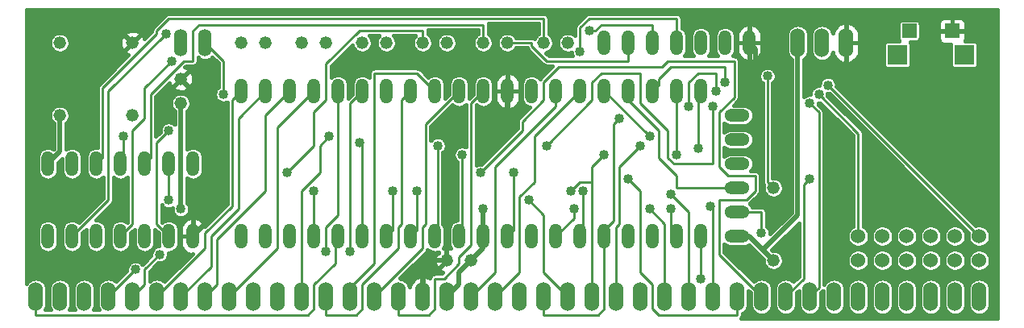
<source format=gbr>
G04 #@! TF.GenerationSoftware,KiCad,Pcbnew,5.1.2*
G04 #@! TF.CreationDate,2020-10-20T13:32:52+02:00*
G04 #@! TF.ProjectId,eaa651fdd346d6544176813de3c28a36,65616136-3531-4666-9464-333436643635,rev?*
G04 #@! TF.SameCoordinates,Original*
G04 #@! TF.FileFunction,Copper,L2,Bot*
G04 #@! TF.FilePolarity,Positive*
%FSLAX46Y46*%
G04 Gerber Fmt 4.6, Leading zero omitted, Abs format (unit mm)*
G04 Created by KiCad (PCBNEW 5.1.2) date 2020-10-20 13:32:52*
%MOMM*%
%LPD*%
G04 APERTURE LIST*
%ADD10O,1.320800X2.641600*%
%ADD11C,1.524000*%
%ADD12O,1.524000X3.048000*%
%ADD13C,1.320800*%
%ADD14R,2.095500X2.095500*%
%ADD15R,1.524000X1.524000*%
%ADD16O,2.641600X1.320800*%
%ADD17O,1.422400X2.844800*%
%ADD18C,1.016000*%
%ADD19C,0.254000*%
%ADD20C,0.508000*%
%ADD21C,0.406400*%
G04 APERTURE END LIST*
D10*
X120091100Y-97378600D03*
X122631100Y-97378600D03*
X125171100Y-97378600D03*
X127711100Y-97378600D03*
X130251100Y-97378600D03*
X132791100Y-97378600D03*
X135331100Y-97378600D03*
X137871100Y-97378600D03*
X140411100Y-97378600D03*
X142951100Y-97378600D03*
X145491100Y-97378600D03*
X148031100Y-97378600D03*
X150571100Y-97378600D03*
X153111100Y-97378600D03*
X155651100Y-97378600D03*
X158191100Y-97378600D03*
X160731100Y-97378600D03*
X163271100Y-97378600D03*
X165811100Y-97378600D03*
X168351100Y-97378600D03*
X168351100Y-112618600D03*
X165811100Y-112618600D03*
X163271100Y-112618600D03*
X160731100Y-112618600D03*
X158191100Y-112618600D03*
X155651100Y-112618600D03*
X153111100Y-112618600D03*
X150571100Y-112618600D03*
X148031100Y-112618600D03*
X145491100Y-112618600D03*
X142951100Y-112618600D03*
X140411100Y-112618600D03*
X130251100Y-112618600D03*
X132791100Y-112618600D03*
X127711100Y-112618600D03*
X125171100Y-112618600D03*
X137871100Y-112618600D03*
X135331100Y-112618600D03*
X122631100Y-112618600D03*
X120091100Y-112618600D03*
D11*
X197561100Y-112618600D03*
X195021100Y-112618600D03*
X192481100Y-112618600D03*
X189941100Y-112618600D03*
X187401100Y-112618600D03*
X184861100Y-112618600D03*
X197561100Y-115158600D03*
X195021100Y-115158600D03*
X192481100Y-115158600D03*
X189941100Y-115158600D03*
X187401100Y-115158600D03*
X184861100Y-115158600D03*
D12*
X149301100Y-118968600D03*
X151841100Y-118968600D03*
X154381100Y-118968600D03*
X156921100Y-118968600D03*
X159461100Y-118968600D03*
X162001100Y-118968600D03*
X164541100Y-118968600D03*
X167081100Y-118968600D03*
X169621100Y-118968600D03*
X172161100Y-118968600D03*
X174701100Y-118968600D03*
X177241100Y-118968600D03*
X179781100Y-118968600D03*
X182321100Y-118968600D03*
X184861100Y-118968600D03*
X187401100Y-118968600D03*
X189941100Y-118968600D03*
X192481100Y-118968600D03*
X195021100Y-118968600D03*
X197561100Y-118968600D03*
X103581100Y-118968600D03*
X98501100Y-118968600D03*
X101041100Y-118968600D03*
X106121100Y-118968600D03*
X108661100Y-118968600D03*
X111201100Y-118968600D03*
X113741100Y-118968600D03*
X116281100Y-118968600D03*
X118821100Y-118968600D03*
X121361100Y-118968600D03*
X123901100Y-118968600D03*
X126441100Y-118968600D03*
X128981100Y-118968600D03*
X131521100Y-118968600D03*
X134061100Y-118968600D03*
X136601100Y-118968600D03*
X139141100Y-118968600D03*
X141681100Y-118968600D03*
X144221100Y-118968600D03*
X146761100Y-118968600D03*
D13*
X175971100Y-107538600D03*
X175971100Y-115158600D03*
X101041100Y-99918600D03*
X101041100Y-92298600D03*
X108661100Y-92298600D03*
X108661100Y-99918600D03*
X141681100Y-115158600D03*
X144221100Y-115158600D03*
D14*
X188975900Y-93543200D03*
X195986300Y-93543200D03*
D15*
X190233200Y-91054000D03*
X194729000Y-91054000D03*
D12*
X183591100Y-92298600D03*
X181051100Y-92298600D03*
X178511100Y-92298600D03*
D16*
X172161100Y-99918600D03*
X172161100Y-102458600D03*
X172161100Y-104998600D03*
X172161100Y-107538600D03*
X172161100Y-110078600D03*
X172161100Y-112618600D03*
D17*
X116281100Y-92298600D03*
X113741100Y-92298600D03*
D13*
X113741100Y-96108600D03*
X113741100Y-98648600D03*
D10*
X99771100Y-104998600D03*
X102311100Y-104998600D03*
X104851100Y-104998600D03*
X107391100Y-104998600D03*
X109931100Y-104998600D03*
X112471100Y-104998600D03*
X109931100Y-112618600D03*
X112471100Y-112618600D03*
X107391100Y-112618600D03*
X104851100Y-112618600D03*
X115011100Y-104998600D03*
X115011100Y-112618600D03*
X102311100Y-112618600D03*
X99771100Y-112618600D03*
D13*
X122631100Y-92298600D03*
X120091100Y-92298600D03*
X128981100Y-92298600D03*
X126441100Y-92298600D03*
X135331100Y-92298600D03*
X132791100Y-92298600D03*
X141681100Y-92298600D03*
X139141100Y-92298600D03*
X148031100Y-92298600D03*
X145491100Y-92298600D03*
X154381100Y-92298600D03*
X151841100Y-92298600D03*
D10*
X158191100Y-92298600D03*
X160731100Y-92298600D03*
X163271100Y-92298600D03*
X165811100Y-92298600D03*
X168351100Y-92298600D03*
X170891100Y-92298600D03*
X173431100Y-92298600D03*
D18*
X107708600Y-102141100D03*
X175336100Y-95791100D03*
X118186100Y-97696100D03*
X132473600Y-102776100D03*
X159778600Y-100236100D03*
X112471100Y-108808600D03*
X150253600Y-108808600D03*
X165176100Y-109761100D03*
X168351100Y-117063600D03*
X168033600Y-103411100D03*
X162001100Y-103093600D03*
X154698600Y-107856100D03*
X165811100Y-104046100D03*
X158191100Y-104046100D03*
X167081100Y-98966100D03*
X169938600Y-97378600D03*
X180733600Y-97696100D03*
X174701100Y-112301100D03*
X162953600Y-102141100D03*
X170891100Y-96426100D03*
X181686100Y-96743600D03*
X155016100Y-109761100D03*
X162953600Y-109761100D03*
X155968600Y-107856100D03*
X165176100Y-108173600D03*
X148666100Y-105951100D03*
X169303600Y-109443600D03*
X138506100Y-107856100D03*
X160731100Y-106586100D03*
X135966100Y-107856100D03*
X145173600Y-105951100D03*
X140728600Y-103093600D03*
X179781100Y-106586100D03*
X143268600Y-104046100D03*
X152158600Y-103093600D03*
X169621100Y-98966100D03*
X179781100Y-98648600D03*
X127711100Y-107856100D03*
X108978600Y-116111100D03*
X111518600Y-114523600D03*
X128981100Y-114206100D03*
X131521100Y-114206100D03*
X129298600Y-102141100D03*
X174383600Y-100236100D03*
X141681100Y-104046100D03*
X145173600Y-102141100D03*
X118186100Y-104046100D03*
X113741100Y-109761100D03*
X145491100Y-109761100D03*
X112153600Y-91346100D03*
X112788600Y-94203600D03*
X112471100Y-101506100D03*
X124853600Y-105951100D03*
X155651100Y-93251100D03*
X156603600Y-91028600D03*
D19*
X107708600Y-104681100D02*
X107391100Y-104998600D01*
X107708600Y-102141100D02*
X107708600Y-104681100D01*
X146761100Y-116428600D02*
X144221100Y-118968600D01*
X146761100Y-105316100D02*
X146761100Y-116428600D01*
X153111100Y-98966100D02*
X146761100Y-105316100D01*
X153111100Y-97378600D02*
X153111100Y-98966100D01*
X150888600Y-102141100D02*
X155651100Y-97378600D01*
X150888600Y-106903600D02*
X150888600Y-102141100D01*
X149301100Y-108491100D02*
X150888600Y-106903600D01*
X149301100Y-116428600D02*
X149301100Y-108491100D01*
X146761100Y-118968600D02*
X149301100Y-116428600D01*
X175336100Y-106903600D02*
X175971100Y-107538600D01*
X175336100Y-95791100D02*
X175336100Y-106903600D01*
X118186100Y-94203600D02*
X116281100Y-92298600D01*
X118186100Y-97696100D02*
X118186100Y-94203600D01*
X132791100Y-103093600D02*
X132473600Y-102776100D01*
X132791100Y-112618600D02*
X132791100Y-103093600D01*
X158191100Y-120238600D02*
X158191100Y-112618600D01*
X157556100Y-120873600D02*
X158191100Y-120238600D01*
X151841100Y-120873600D02*
X157556100Y-120873600D01*
X151841100Y-118968600D02*
X151841100Y-120873600D01*
X159143600Y-100871100D02*
X159778600Y-100236100D01*
X159143600Y-111031100D02*
X159143600Y-100871100D01*
X158191100Y-111983600D02*
X159143600Y-111031100D01*
X158191100Y-112618600D02*
X158191100Y-111983600D01*
X112471100Y-108808600D02*
X112471100Y-104998600D01*
X151841100Y-110396100D02*
X150253600Y-108808600D01*
X151841100Y-116428600D02*
X151841100Y-110396100D01*
X154381100Y-118968600D02*
X151841100Y-116428600D01*
X165176100Y-111983600D02*
X165811100Y-112618600D01*
X165176100Y-109761100D02*
X165176100Y-111983600D01*
X168351100Y-112618600D02*
X168351100Y-117063600D01*
X168033600Y-97696100D02*
X168351100Y-97378600D01*
X168033600Y-103411100D02*
X168033600Y-97696100D01*
X159778600Y-105316100D02*
X162001100Y-103093600D01*
X159778600Y-111348600D02*
X159778600Y-105316100D01*
X159461100Y-111666100D02*
X159778600Y-111348600D01*
X159461100Y-118968600D02*
X159461100Y-111666100D01*
X155651100Y-106903600D02*
X154698600Y-107856100D01*
X156921100Y-106903600D02*
X155651100Y-106903600D01*
X156921100Y-118968600D02*
X156921100Y-106903600D01*
X165811100Y-104046100D02*
X165811100Y-97378600D01*
X156921100Y-105316100D02*
X158191100Y-104046100D01*
X156921100Y-106903600D02*
X156921100Y-105316100D01*
X167081100Y-96426100D02*
X167081100Y-98966100D01*
X168033600Y-95473600D02*
X167081100Y-96426100D01*
X169938600Y-95473600D02*
X168033600Y-95473600D01*
X169938600Y-97378600D02*
X169938600Y-95473600D01*
X184861100Y-101823600D02*
X180733600Y-97696100D01*
X184861100Y-112618600D02*
X184861100Y-101823600D01*
X165811100Y-107538600D02*
X172161100Y-107538600D01*
X165811100Y-106268600D02*
X165811100Y-107538600D01*
X163906100Y-104363600D02*
X165811100Y-106268600D01*
X163906100Y-101506100D02*
X163906100Y-104363600D01*
X160731100Y-98331100D02*
X163906100Y-101506100D01*
X160731100Y-97378600D02*
X160731100Y-98331100D01*
X174701100Y-110078600D02*
X172161100Y-110078600D01*
X174701100Y-112301100D02*
X174701100Y-110078600D01*
X162953600Y-102141100D02*
X158191100Y-97378600D01*
X163906100Y-96743600D02*
X163271100Y-97378600D01*
X163906100Y-96108600D02*
X163906100Y-96743600D01*
X165176100Y-94838600D02*
X163906100Y-96108600D01*
X170891100Y-94838600D02*
X165176100Y-94838600D01*
X170891100Y-96426100D02*
X170891100Y-94838600D01*
X197561100Y-112618600D02*
X181686100Y-96743600D01*
X155016100Y-110713600D02*
X153111100Y-112618600D01*
X155016100Y-109761100D02*
X155016100Y-110713600D01*
X164541100Y-111348600D02*
X162953600Y-109761100D01*
X164541100Y-118968600D02*
X164541100Y-111348600D01*
X155968600Y-112301100D02*
X155651100Y-112618600D01*
X155968600Y-107856100D02*
X155968600Y-112301100D01*
X167081100Y-110078600D02*
X165176100Y-108173600D01*
X167081100Y-118968600D02*
X167081100Y-110078600D01*
X148666100Y-111983600D02*
X148031100Y-112618600D01*
X148666100Y-105951100D02*
X148666100Y-111983600D01*
X169621100Y-109761100D02*
X169303600Y-109443600D01*
X169621100Y-118968600D02*
X169621100Y-109761100D01*
X138506100Y-111983600D02*
X137871100Y-112618600D01*
X138506100Y-107856100D02*
X138506100Y-111983600D01*
X162001100Y-107856100D02*
X160731100Y-106586100D01*
X162001100Y-116428600D02*
X162001100Y-107856100D01*
X163271100Y-117698600D02*
X162001100Y-116428600D01*
X163271100Y-120238600D02*
X163271100Y-117698600D01*
X163906100Y-120873600D02*
X163271100Y-120238600D01*
X172161100Y-120873600D02*
X163906100Y-120873600D01*
X172161100Y-118968600D02*
X172161100Y-120873600D01*
X135966100Y-111983600D02*
X135331100Y-112618600D01*
X135966100Y-107856100D02*
X135966100Y-111983600D01*
X149618600Y-101506100D02*
X145173600Y-105951100D01*
X149618600Y-100553600D02*
X149618600Y-101506100D01*
X151841100Y-98331100D02*
X149618600Y-100553600D01*
X151841100Y-96426100D02*
X151841100Y-98331100D01*
X153428600Y-94838600D02*
X151841100Y-96426100D01*
X164223600Y-94838600D02*
X153428600Y-94838600D01*
X164858600Y-94203600D02*
X164223600Y-94838600D01*
X171843600Y-94203600D02*
X164858600Y-94203600D01*
X171843600Y-98013600D02*
X171843600Y-94203600D01*
X170256100Y-99601100D02*
X171843600Y-98013600D01*
X170256100Y-105316100D02*
X170256100Y-99601100D01*
X171208600Y-106268600D02*
X170256100Y-105316100D01*
X174066100Y-106268600D02*
X171208600Y-106268600D01*
X174066100Y-107856100D02*
X174066100Y-106268600D01*
X173113600Y-108808600D02*
X174066100Y-107856100D01*
X170256100Y-108808600D02*
X173113600Y-108808600D01*
X170256100Y-114523600D02*
X170256100Y-108808600D01*
X174701100Y-118968600D02*
X170256100Y-114523600D01*
X140728600Y-112301100D02*
X140411100Y-112618600D01*
X140728600Y-103093600D02*
X140728600Y-112301100D01*
X179146100Y-107221100D02*
X179781100Y-106586100D01*
X179146100Y-117063600D02*
X179146100Y-107221100D01*
X177241100Y-118968600D02*
X179146100Y-117063600D01*
X143268600Y-112301100D02*
X142951100Y-112618600D01*
X143268600Y-104046100D02*
X143268600Y-112301100D01*
X156921100Y-98331100D02*
X152158600Y-103093600D01*
X156921100Y-96426100D02*
X156921100Y-98331100D01*
X157873600Y-95473600D02*
X156921100Y-96426100D01*
X162001100Y-95473600D02*
X157873600Y-95473600D01*
X162001100Y-98648600D02*
X162001100Y-95473600D01*
X164858600Y-101506100D02*
X162001100Y-98648600D01*
X164858600Y-104363600D02*
X164858600Y-101506100D01*
X165493600Y-104998600D02*
X164858600Y-104363600D01*
X169621100Y-104998600D02*
X165493600Y-104998600D01*
X169621100Y-98966100D02*
X169621100Y-104998600D01*
X180733600Y-99601100D02*
X179781100Y-98648600D01*
X180733600Y-118016100D02*
X180733600Y-99601100D01*
X179781100Y-118968600D02*
X180733600Y-118016100D01*
X129933600Y-112936100D02*
X130251100Y-112618600D01*
X129933600Y-115476100D02*
X129933600Y-112936100D01*
X127711100Y-117698600D02*
X129933600Y-115476100D01*
X127711100Y-120238600D02*
X127711100Y-117698600D01*
X127076100Y-120873600D02*
X127711100Y-120238600D01*
X98501100Y-120873600D02*
X127076100Y-120873600D01*
X98501100Y-118968600D02*
X98501100Y-120873600D01*
X127711100Y-107856100D02*
X127711100Y-112618600D01*
X106121100Y-118968600D02*
X108978600Y-116111100D01*
X109931100Y-116111100D02*
X111518600Y-114523600D01*
X109931100Y-117698600D02*
X109931100Y-116111100D01*
X108661100Y-118968600D02*
X109931100Y-117698600D01*
X119138600Y-98331100D02*
X120091100Y-97378600D01*
X119138600Y-109443600D02*
X119138600Y-98331100D01*
X116281100Y-112301100D02*
X119138600Y-109443600D01*
X116281100Y-113888600D02*
X116281100Y-112301100D01*
X111201100Y-118968600D02*
X116281100Y-113888600D01*
X119773600Y-100236100D02*
X122631100Y-97378600D01*
X119773600Y-109761100D02*
X119773600Y-100236100D01*
X116916100Y-112618600D02*
X119773600Y-109761100D01*
X116916100Y-115793600D02*
X116916100Y-112618600D01*
X113741100Y-118968600D02*
X116916100Y-115793600D01*
X122631100Y-99918600D02*
X125171100Y-97378600D01*
X122631100Y-107856100D02*
X122631100Y-99918600D01*
X117551100Y-112936100D02*
X122631100Y-107856100D01*
X117551100Y-117698600D02*
X117551100Y-112936100D01*
X116281100Y-118968600D02*
X117551100Y-117698600D01*
X123901100Y-101188600D02*
X127711100Y-97378600D01*
X123901100Y-113888600D02*
X123901100Y-101188600D01*
X118821100Y-118968600D02*
X123901100Y-113888600D01*
X130251100Y-110396100D02*
X130251100Y-97378600D01*
X128981100Y-111666100D02*
X130251100Y-110396100D01*
X128981100Y-114206100D02*
X128981100Y-111666100D01*
X131521100Y-98648600D02*
X132791100Y-97378600D01*
X131521100Y-114206100D02*
X131521100Y-98648600D01*
X128346100Y-103093600D02*
X129298600Y-102141100D01*
X128346100Y-105951100D02*
X128346100Y-103093600D01*
X126441100Y-107856100D02*
X128346100Y-105951100D01*
X126441100Y-118968600D02*
X126441100Y-107856100D01*
X136918600Y-98331100D02*
X137871100Y-97378600D01*
X136918600Y-111348600D02*
X136918600Y-98331100D01*
X136601100Y-111666100D02*
X136918600Y-111348600D01*
X136601100Y-113888600D02*
X136601100Y-111666100D01*
X132791100Y-117698600D02*
X136601100Y-113888600D01*
X132791100Y-120238600D02*
X132791100Y-117698600D01*
X132156100Y-120873600D02*
X132791100Y-120238600D01*
X128981100Y-120873600D02*
X132156100Y-120873600D01*
X128981100Y-118968600D02*
X128981100Y-120873600D01*
X138506100Y-95473600D02*
X140411100Y-97378600D01*
X134061100Y-95473600D02*
X138506100Y-95473600D01*
X134061100Y-115476100D02*
X134061100Y-95473600D01*
X131521100Y-118016100D02*
X134061100Y-115476100D01*
X131521100Y-118968600D02*
X131521100Y-118016100D01*
X139458600Y-100871100D02*
X142951100Y-97378600D01*
X139458600Y-111348600D02*
X139458600Y-100871100D01*
X139141100Y-111666100D02*
X139458600Y-111348600D01*
X139141100Y-113888600D02*
X139141100Y-111666100D01*
X134061100Y-118968600D02*
X139141100Y-113888600D01*
X144221100Y-98648600D02*
X145491100Y-97378600D01*
X144221100Y-113571100D02*
X144221100Y-98648600D01*
X142951100Y-114841100D02*
X144221100Y-113571100D01*
X142951100Y-115476100D02*
X142951100Y-114841100D01*
X141363600Y-117063600D02*
X142951100Y-115476100D01*
X140411100Y-117063600D02*
X141363600Y-117063600D01*
X140411100Y-120238600D02*
X140411100Y-117063600D01*
X139776100Y-120873600D02*
X140411100Y-120238600D01*
X136601100Y-120873600D02*
X139776100Y-120873600D01*
X136601100Y-118968600D02*
X136601100Y-120873600D01*
D20*
X116281100Y-111348600D02*
X115011100Y-112618600D01*
X116281100Y-98648600D02*
X116281100Y-104046100D01*
X116281100Y-104046100D02*
X116281100Y-111348600D01*
X113741100Y-96108600D02*
X116281100Y-98648600D01*
X139141100Y-115158600D02*
X141681100Y-115158600D01*
X139141100Y-118968600D02*
X139141100Y-115158600D01*
X174066100Y-99918600D02*
X174383600Y-100236100D01*
X174066100Y-92933600D02*
X174066100Y-99918600D01*
X173431100Y-92298600D02*
X174066100Y-92933600D01*
X141681100Y-104046100D02*
X141681100Y-115158600D01*
X148031100Y-99283600D02*
X145173600Y-102141100D01*
X148031100Y-97378600D02*
X148031100Y-99283600D01*
X118186100Y-104046100D02*
X116281100Y-104046100D01*
X101041100Y-103728600D02*
X99771100Y-104998600D01*
X101041100Y-99918600D02*
X101041100Y-103728600D01*
X145491100Y-113888600D02*
X144221100Y-115158600D01*
X145491100Y-112618600D02*
X145491100Y-113888600D01*
X142951100Y-117698600D02*
X141681100Y-118968600D01*
X142951100Y-116428600D02*
X142951100Y-117698600D01*
X144221100Y-115158600D02*
X142951100Y-116428600D01*
X173431100Y-112618600D02*
X172161100Y-112618600D01*
X175971100Y-115158600D02*
X174859850Y-114047350D01*
X174859850Y-114047350D02*
X173431100Y-112618600D01*
X178511100Y-110396100D02*
X174859850Y-114047350D01*
X178511100Y-92298600D02*
X178511100Y-110396100D01*
X113741100Y-109761100D02*
X113741100Y-98648600D01*
X145491100Y-112618600D02*
X145491100Y-109761100D01*
D19*
X106121100Y-108808600D02*
X102311100Y-112618600D01*
X106121100Y-97378600D02*
X106121100Y-108808600D01*
X112153600Y-91346100D02*
X106121100Y-97378600D01*
X108661100Y-111348600D02*
X107391100Y-112618600D01*
X108661100Y-101506100D02*
X108661100Y-111348600D01*
X109931100Y-100236100D02*
X108661100Y-101506100D01*
X109931100Y-97061100D02*
X109931100Y-100236100D01*
X112788600Y-94203600D02*
X109931100Y-97061100D01*
X111201100Y-111348600D02*
X112471100Y-112618600D01*
X111201100Y-102776100D02*
X111201100Y-111348600D01*
X112471100Y-101506100D02*
X111201100Y-102776100D01*
X127711100Y-103093600D02*
X124853600Y-105951100D01*
X127711100Y-99601100D02*
X127711100Y-103093600D01*
X128981100Y-98331100D02*
X127711100Y-99601100D01*
X128981100Y-94521100D02*
X128981100Y-98331100D01*
X132473600Y-91028600D02*
X128981100Y-94521100D01*
X139141100Y-91028600D02*
X132473600Y-91028600D01*
X139141100Y-92298600D02*
X139141100Y-91028600D01*
X110566100Y-104363600D02*
X109931100Y-104998600D01*
X110566100Y-97696100D02*
X110566100Y-104363600D01*
X114058600Y-94203600D02*
X110566100Y-97696100D01*
X115011100Y-94203600D02*
X114058600Y-94203600D01*
X115011100Y-91028600D02*
X115011100Y-94203600D01*
X115646100Y-90393600D02*
X115011100Y-91028600D01*
X145491100Y-90393600D02*
X115646100Y-90393600D01*
X145491100Y-92298600D02*
X145491100Y-90393600D01*
X105486100Y-104363600D02*
X104851100Y-104998600D01*
X105486100Y-97061100D02*
X105486100Y-104363600D01*
X111201100Y-91346100D02*
X105486100Y-97061100D01*
X111201100Y-91028600D02*
X111201100Y-91346100D01*
X112471100Y-89758600D02*
X111201100Y-91028600D01*
X151841100Y-89758600D02*
X112471100Y-89758600D01*
X151841100Y-92298600D02*
X151841100Y-89758600D01*
X155651100Y-90711100D02*
X155651100Y-93251100D01*
X156603600Y-89758600D02*
X155651100Y-90711100D01*
X165811100Y-89758600D02*
X156603600Y-89758600D01*
X165811100Y-92298600D02*
X165811100Y-89758600D01*
X157238600Y-91028600D02*
X156603600Y-91028600D01*
X157873600Y-90393600D02*
X157238600Y-91028600D01*
X163271100Y-90393600D02*
X157873600Y-90393600D01*
X163271100Y-92298600D02*
X163271100Y-90393600D01*
X150571100Y-92298600D02*
X148031100Y-92298600D01*
X150571100Y-92616100D02*
X150571100Y-92298600D01*
X152158600Y-94203600D02*
X150571100Y-92616100D01*
X160731100Y-94203600D02*
X152158600Y-94203600D01*
X160731100Y-92298600D02*
X160731100Y-94203600D01*
D21*
G36*
X199492899Y-121230399D02*
G01*
X172554172Y-121230399D01*
X172604078Y-121169588D01*
X172653311Y-121077480D01*
X172683628Y-120977537D01*
X172691300Y-120899643D01*
X172693865Y-120873600D01*
X172691300Y-120847557D01*
X172691300Y-120768407D01*
X172811582Y-120704115D01*
X172989007Y-120558507D01*
X173134615Y-120381082D01*
X173242812Y-120178660D01*
X173309440Y-119959019D01*
X173326300Y-119787834D01*
X173326300Y-118343616D01*
X173535900Y-118553216D01*
X173535900Y-119787834D01*
X173552760Y-119959019D01*
X173619389Y-120178660D01*
X173727586Y-120381082D01*
X173873194Y-120558507D01*
X174050619Y-120704115D01*
X174253041Y-120812312D01*
X174472682Y-120878940D01*
X174701100Y-120901437D01*
X174929519Y-120878940D01*
X175149160Y-120812312D01*
X175351582Y-120704115D01*
X175529007Y-120558507D01*
X175674615Y-120381082D01*
X175782812Y-120178660D01*
X175849440Y-119959019D01*
X175866300Y-119787834D01*
X175866300Y-118149366D01*
X175849440Y-117978181D01*
X175782812Y-117758540D01*
X175674615Y-117556118D01*
X175529007Y-117378693D01*
X175351581Y-117233085D01*
X175149159Y-117124888D01*
X174929518Y-117058260D01*
X174701100Y-117035763D01*
X174472681Y-117058260D01*
X174253040Y-117124888D01*
X174050618Y-117233085D01*
X173873193Y-117378693D01*
X173867701Y-117385385D01*
X170786300Y-114303985D01*
X170786300Y-113408227D01*
X170906937Y-113507230D01*
X171091709Y-113605993D01*
X171292198Y-113666810D01*
X171448453Y-113682200D01*
X172873747Y-113682200D01*
X173030002Y-113666810D01*
X173230491Y-113605993D01*
X173399001Y-113515922D01*
X174372324Y-114489246D01*
X174392892Y-114514308D01*
X174417953Y-114534875D01*
X174417962Y-114534884D01*
X174417973Y-114534893D01*
X174912382Y-115029302D01*
X174907500Y-115053845D01*
X174907500Y-115263355D01*
X174948374Y-115468841D01*
X175028550Y-115662403D01*
X175144948Y-115836605D01*
X175293095Y-115984752D01*
X175467297Y-116101150D01*
X175660859Y-116181326D01*
X175866345Y-116222200D01*
X176075855Y-116222200D01*
X176281341Y-116181326D01*
X176474903Y-116101150D01*
X176649105Y-115984752D01*
X176797252Y-115836605D01*
X176913650Y-115662403D01*
X176993826Y-115468841D01*
X177034700Y-115263355D01*
X177034700Y-115053845D01*
X176993826Y-114848359D01*
X176913650Y-114654797D01*
X176797252Y-114480595D01*
X176649105Y-114332448D01*
X176474903Y-114216050D01*
X176281341Y-114135874D01*
X176075855Y-114095000D01*
X175866345Y-114095000D01*
X175841802Y-114099882D01*
X175789270Y-114047350D01*
X178615901Y-111220720D01*
X178615900Y-116843984D01*
X178074499Y-117385385D01*
X178069007Y-117378693D01*
X177891581Y-117233085D01*
X177689159Y-117124888D01*
X177469518Y-117058260D01*
X177241100Y-117035763D01*
X177012681Y-117058260D01*
X176793040Y-117124888D01*
X176590618Y-117233085D01*
X176413193Y-117378693D01*
X176267585Y-117556119D01*
X176159388Y-117758541D01*
X176092760Y-117978182D01*
X176075900Y-118149367D01*
X176075900Y-119787834D01*
X176092760Y-119959019D01*
X176159389Y-120178660D01*
X176267586Y-120381082D01*
X176413194Y-120558507D01*
X176590619Y-120704115D01*
X176793041Y-120812312D01*
X177012682Y-120878940D01*
X177241100Y-120901437D01*
X177469519Y-120878940D01*
X177689160Y-120812312D01*
X177891582Y-120704115D01*
X178069007Y-120558507D01*
X178214615Y-120381082D01*
X178322812Y-120178660D01*
X178389440Y-119959019D01*
X178406300Y-119787834D01*
X178406300Y-118553215D01*
X178615900Y-118343616D01*
X178615900Y-119787834D01*
X178632760Y-119959019D01*
X178699389Y-120178660D01*
X178807586Y-120381082D01*
X178953194Y-120558507D01*
X179130619Y-120704115D01*
X179333041Y-120812312D01*
X179552682Y-120878940D01*
X179781100Y-120901437D01*
X180009519Y-120878940D01*
X180229160Y-120812312D01*
X180431582Y-120704115D01*
X180609007Y-120558507D01*
X180754615Y-120381082D01*
X180862812Y-120178660D01*
X180929440Y-119959019D01*
X180946300Y-119787834D01*
X180946300Y-118553216D01*
X181090093Y-118409423D01*
X181110322Y-118392822D01*
X181155900Y-118337284D01*
X181155900Y-119787834D01*
X181172760Y-119959019D01*
X181239389Y-120178660D01*
X181347586Y-120381082D01*
X181493194Y-120558507D01*
X181670619Y-120704115D01*
X181873041Y-120812312D01*
X182092682Y-120878940D01*
X182321100Y-120901437D01*
X182549519Y-120878940D01*
X182769160Y-120812312D01*
X182971582Y-120704115D01*
X183149007Y-120558507D01*
X183294615Y-120381082D01*
X183402812Y-120178660D01*
X183469440Y-119959019D01*
X183486300Y-119787834D01*
X183486300Y-118149367D01*
X183695900Y-118149367D01*
X183695900Y-119787834D01*
X183712760Y-119959019D01*
X183779389Y-120178660D01*
X183887586Y-120381082D01*
X184033194Y-120558507D01*
X184210619Y-120704115D01*
X184413041Y-120812312D01*
X184632682Y-120878940D01*
X184861100Y-120901437D01*
X185089519Y-120878940D01*
X185309160Y-120812312D01*
X185511582Y-120704115D01*
X185689007Y-120558507D01*
X185834615Y-120381082D01*
X185942812Y-120178660D01*
X186009440Y-119959019D01*
X186026300Y-119787834D01*
X186026300Y-118149367D01*
X186235900Y-118149367D01*
X186235900Y-119787834D01*
X186252760Y-119959019D01*
X186319389Y-120178660D01*
X186427586Y-120381082D01*
X186573194Y-120558507D01*
X186750619Y-120704115D01*
X186953041Y-120812312D01*
X187172682Y-120878940D01*
X187401100Y-120901437D01*
X187629519Y-120878940D01*
X187849160Y-120812312D01*
X188051582Y-120704115D01*
X188229007Y-120558507D01*
X188374615Y-120381082D01*
X188482812Y-120178660D01*
X188549440Y-119959019D01*
X188566300Y-119787834D01*
X188566300Y-118149367D01*
X188775900Y-118149367D01*
X188775900Y-119787834D01*
X188792760Y-119959019D01*
X188859389Y-120178660D01*
X188967586Y-120381082D01*
X189113194Y-120558507D01*
X189290619Y-120704115D01*
X189493041Y-120812312D01*
X189712682Y-120878940D01*
X189941100Y-120901437D01*
X190169519Y-120878940D01*
X190389160Y-120812312D01*
X190591582Y-120704115D01*
X190769007Y-120558507D01*
X190914615Y-120381082D01*
X191022812Y-120178660D01*
X191089440Y-119959019D01*
X191106300Y-119787834D01*
X191106300Y-118149367D01*
X191315900Y-118149367D01*
X191315900Y-119787834D01*
X191332760Y-119959019D01*
X191399389Y-120178660D01*
X191507586Y-120381082D01*
X191653194Y-120558507D01*
X191830619Y-120704115D01*
X192033041Y-120812312D01*
X192252682Y-120878940D01*
X192481100Y-120901437D01*
X192709519Y-120878940D01*
X192929160Y-120812312D01*
X193131582Y-120704115D01*
X193309007Y-120558507D01*
X193454615Y-120381082D01*
X193562812Y-120178660D01*
X193629440Y-119959019D01*
X193646300Y-119787834D01*
X193646300Y-118149367D01*
X193855900Y-118149367D01*
X193855900Y-119787834D01*
X193872760Y-119959019D01*
X193939389Y-120178660D01*
X194047586Y-120381082D01*
X194193194Y-120558507D01*
X194370619Y-120704115D01*
X194573041Y-120812312D01*
X194792682Y-120878940D01*
X195021100Y-120901437D01*
X195249519Y-120878940D01*
X195469160Y-120812312D01*
X195671582Y-120704115D01*
X195849007Y-120558507D01*
X195994615Y-120381082D01*
X196102812Y-120178660D01*
X196169440Y-119959019D01*
X196186300Y-119787834D01*
X196186300Y-118149367D01*
X196395900Y-118149367D01*
X196395900Y-119787834D01*
X196412760Y-119959019D01*
X196479389Y-120178660D01*
X196587586Y-120381082D01*
X196733194Y-120558507D01*
X196910619Y-120704115D01*
X197113041Y-120812312D01*
X197332682Y-120878940D01*
X197561100Y-120901437D01*
X197789519Y-120878940D01*
X198009160Y-120812312D01*
X198211582Y-120704115D01*
X198389007Y-120558507D01*
X198534615Y-120381082D01*
X198642812Y-120178660D01*
X198709440Y-119959019D01*
X198726300Y-119787834D01*
X198726300Y-118149366D01*
X198709440Y-117978181D01*
X198642812Y-117758540D01*
X198534615Y-117556118D01*
X198389007Y-117378693D01*
X198211581Y-117233085D01*
X198009159Y-117124888D01*
X197789518Y-117058260D01*
X197561100Y-117035763D01*
X197332681Y-117058260D01*
X197113040Y-117124888D01*
X196910618Y-117233085D01*
X196733193Y-117378693D01*
X196587585Y-117556119D01*
X196479388Y-117758541D01*
X196412760Y-117978182D01*
X196395900Y-118149367D01*
X196186300Y-118149367D01*
X196186300Y-118149366D01*
X196169440Y-117978181D01*
X196102812Y-117758540D01*
X195994615Y-117556118D01*
X195849007Y-117378693D01*
X195671581Y-117233085D01*
X195469159Y-117124888D01*
X195249518Y-117058260D01*
X195021100Y-117035763D01*
X194792681Y-117058260D01*
X194573040Y-117124888D01*
X194370618Y-117233085D01*
X194193193Y-117378693D01*
X194047585Y-117556119D01*
X193939388Y-117758541D01*
X193872760Y-117978182D01*
X193855900Y-118149367D01*
X193646300Y-118149367D01*
X193646300Y-118149366D01*
X193629440Y-117978181D01*
X193562812Y-117758540D01*
X193454615Y-117556118D01*
X193309007Y-117378693D01*
X193131581Y-117233085D01*
X192929159Y-117124888D01*
X192709518Y-117058260D01*
X192481100Y-117035763D01*
X192252681Y-117058260D01*
X192033040Y-117124888D01*
X191830618Y-117233085D01*
X191653193Y-117378693D01*
X191507585Y-117556119D01*
X191399388Y-117758541D01*
X191332760Y-117978182D01*
X191315900Y-118149367D01*
X191106300Y-118149367D01*
X191106300Y-118149366D01*
X191089440Y-117978181D01*
X191022812Y-117758540D01*
X190914615Y-117556118D01*
X190769007Y-117378693D01*
X190591581Y-117233085D01*
X190389159Y-117124888D01*
X190169518Y-117058260D01*
X189941100Y-117035763D01*
X189712681Y-117058260D01*
X189493040Y-117124888D01*
X189290618Y-117233085D01*
X189113193Y-117378693D01*
X188967585Y-117556119D01*
X188859388Y-117758541D01*
X188792760Y-117978182D01*
X188775900Y-118149367D01*
X188566300Y-118149367D01*
X188566300Y-118149366D01*
X188549440Y-117978181D01*
X188482812Y-117758540D01*
X188374615Y-117556118D01*
X188229007Y-117378693D01*
X188051581Y-117233085D01*
X187849159Y-117124888D01*
X187629518Y-117058260D01*
X187401100Y-117035763D01*
X187172681Y-117058260D01*
X186953040Y-117124888D01*
X186750618Y-117233085D01*
X186573193Y-117378693D01*
X186427585Y-117556119D01*
X186319388Y-117758541D01*
X186252760Y-117978182D01*
X186235900Y-118149367D01*
X186026300Y-118149367D01*
X186026300Y-118149366D01*
X186009440Y-117978181D01*
X185942812Y-117758540D01*
X185834615Y-117556118D01*
X185689007Y-117378693D01*
X185511581Y-117233085D01*
X185309159Y-117124888D01*
X185089518Y-117058260D01*
X184861100Y-117035763D01*
X184632681Y-117058260D01*
X184413040Y-117124888D01*
X184210618Y-117233085D01*
X184033193Y-117378693D01*
X183887585Y-117556119D01*
X183779388Y-117758541D01*
X183712760Y-117978182D01*
X183695900Y-118149367D01*
X183486300Y-118149367D01*
X183486300Y-118149366D01*
X183469440Y-117978181D01*
X183402812Y-117758540D01*
X183294615Y-117556118D01*
X183149007Y-117378693D01*
X182971581Y-117233085D01*
X182769159Y-117124888D01*
X182549518Y-117058260D01*
X182321100Y-117035763D01*
X182092681Y-117058260D01*
X181873040Y-117124888D01*
X181670618Y-117233085D01*
X181493193Y-117378693D01*
X181347585Y-117556119D01*
X181263800Y-117712869D01*
X181263800Y-115043838D01*
X183695900Y-115043838D01*
X183695900Y-115273362D01*
X183740678Y-115498476D01*
X183828513Y-115710529D01*
X183956030Y-115901372D01*
X184118328Y-116063670D01*
X184309171Y-116191187D01*
X184521224Y-116279022D01*
X184746338Y-116323800D01*
X184975862Y-116323800D01*
X185200976Y-116279022D01*
X185413029Y-116191187D01*
X185603872Y-116063670D01*
X185766170Y-115901372D01*
X185893687Y-115710529D01*
X185981522Y-115498476D01*
X186026300Y-115273362D01*
X186026300Y-115043838D01*
X186235900Y-115043838D01*
X186235900Y-115273362D01*
X186280678Y-115498476D01*
X186368513Y-115710529D01*
X186496030Y-115901372D01*
X186658328Y-116063670D01*
X186849171Y-116191187D01*
X187061224Y-116279022D01*
X187286338Y-116323800D01*
X187515862Y-116323800D01*
X187740976Y-116279022D01*
X187953029Y-116191187D01*
X188143872Y-116063670D01*
X188306170Y-115901372D01*
X188433687Y-115710529D01*
X188521522Y-115498476D01*
X188566300Y-115273362D01*
X188566300Y-115043838D01*
X188775900Y-115043838D01*
X188775900Y-115273362D01*
X188820678Y-115498476D01*
X188908513Y-115710529D01*
X189036030Y-115901372D01*
X189198328Y-116063670D01*
X189389171Y-116191187D01*
X189601224Y-116279022D01*
X189826338Y-116323800D01*
X190055862Y-116323800D01*
X190280976Y-116279022D01*
X190493029Y-116191187D01*
X190683872Y-116063670D01*
X190846170Y-115901372D01*
X190973687Y-115710529D01*
X191061522Y-115498476D01*
X191106300Y-115273362D01*
X191106300Y-115043838D01*
X191315900Y-115043838D01*
X191315900Y-115273362D01*
X191360678Y-115498476D01*
X191448513Y-115710529D01*
X191576030Y-115901372D01*
X191738328Y-116063670D01*
X191929171Y-116191187D01*
X192141224Y-116279022D01*
X192366338Y-116323800D01*
X192595862Y-116323800D01*
X192820976Y-116279022D01*
X193033029Y-116191187D01*
X193223872Y-116063670D01*
X193386170Y-115901372D01*
X193513687Y-115710529D01*
X193601522Y-115498476D01*
X193646300Y-115273362D01*
X193646300Y-115043838D01*
X193855900Y-115043838D01*
X193855900Y-115273362D01*
X193900678Y-115498476D01*
X193988513Y-115710529D01*
X194116030Y-115901372D01*
X194278328Y-116063670D01*
X194469171Y-116191187D01*
X194681224Y-116279022D01*
X194906338Y-116323800D01*
X195135862Y-116323800D01*
X195360976Y-116279022D01*
X195573029Y-116191187D01*
X195763872Y-116063670D01*
X195926170Y-115901372D01*
X196053687Y-115710529D01*
X196141522Y-115498476D01*
X196186300Y-115273362D01*
X196186300Y-115043838D01*
X196395900Y-115043838D01*
X196395900Y-115273362D01*
X196440678Y-115498476D01*
X196528513Y-115710529D01*
X196656030Y-115901372D01*
X196818328Y-116063670D01*
X197009171Y-116191187D01*
X197221224Y-116279022D01*
X197446338Y-116323800D01*
X197675862Y-116323800D01*
X197900976Y-116279022D01*
X198113029Y-116191187D01*
X198303872Y-116063670D01*
X198466170Y-115901372D01*
X198593687Y-115710529D01*
X198681522Y-115498476D01*
X198726300Y-115273362D01*
X198726300Y-115043838D01*
X198681522Y-114818724D01*
X198593687Y-114606671D01*
X198466170Y-114415828D01*
X198303872Y-114253530D01*
X198113029Y-114126013D01*
X197900976Y-114038178D01*
X197675862Y-113993400D01*
X197446338Y-113993400D01*
X197221224Y-114038178D01*
X197009171Y-114126013D01*
X196818328Y-114253530D01*
X196656030Y-114415828D01*
X196528513Y-114606671D01*
X196440678Y-114818724D01*
X196395900Y-115043838D01*
X196186300Y-115043838D01*
X196141522Y-114818724D01*
X196053687Y-114606671D01*
X195926170Y-114415828D01*
X195763872Y-114253530D01*
X195573029Y-114126013D01*
X195360976Y-114038178D01*
X195135862Y-113993400D01*
X194906338Y-113993400D01*
X194681224Y-114038178D01*
X194469171Y-114126013D01*
X194278328Y-114253530D01*
X194116030Y-114415828D01*
X193988513Y-114606671D01*
X193900678Y-114818724D01*
X193855900Y-115043838D01*
X193646300Y-115043838D01*
X193601522Y-114818724D01*
X193513687Y-114606671D01*
X193386170Y-114415828D01*
X193223872Y-114253530D01*
X193033029Y-114126013D01*
X192820976Y-114038178D01*
X192595862Y-113993400D01*
X192366338Y-113993400D01*
X192141224Y-114038178D01*
X191929171Y-114126013D01*
X191738328Y-114253530D01*
X191576030Y-114415828D01*
X191448513Y-114606671D01*
X191360678Y-114818724D01*
X191315900Y-115043838D01*
X191106300Y-115043838D01*
X191061522Y-114818724D01*
X190973687Y-114606671D01*
X190846170Y-114415828D01*
X190683872Y-114253530D01*
X190493029Y-114126013D01*
X190280976Y-114038178D01*
X190055862Y-113993400D01*
X189826338Y-113993400D01*
X189601224Y-114038178D01*
X189389171Y-114126013D01*
X189198328Y-114253530D01*
X189036030Y-114415828D01*
X188908513Y-114606671D01*
X188820678Y-114818724D01*
X188775900Y-115043838D01*
X188566300Y-115043838D01*
X188521522Y-114818724D01*
X188433687Y-114606671D01*
X188306170Y-114415828D01*
X188143872Y-114253530D01*
X187953029Y-114126013D01*
X187740976Y-114038178D01*
X187515862Y-113993400D01*
X187286338Y-113993400D01*
X187061224Y-114038178D01*
X186849171Y-114126013D01*
X186658328Y-114253530D01*
X186496030Y-114415828D01*
X186368513Y-114606671D01*
X186280678Y-114818724D01*
X186235900Y-115043838D01*
X186026300Y-115043838D01*
X185981522Y-114818724D01*
X185893687Y-114606671D01*
X185766170Y-114415828D01*
X185603872Y-114253530D01*
X185413029Y-114126013D01*
X185200976Y-114038178D01*
X184975862Y-113993400D01*
X184746338Y-113993400D01*
X184521224Y-114038178D01*
X184309171Y-114126013D01*
X184118328Y-114253530D01*
X183956030Y-114415828D01*
X183828513Y-114606671D01*
X183740678Y-114818724D01*
X183695900Y-115043838D01*
X181263800Y-115043838D01*
X181263800Y-99627139D01*
X181266365Y-99601099D01*
X181263800Y-99575057D01*
X181256128Y-99497163D01*
X181225811Y-99397220D01*
X181176578Y-99305112D01*
X181110322Y-99224378D01*
X181090091Y-99207775D01*
X180680414Y-98798099D01*
X180692300Y-98738345D01*
X180692300Y-98607300D01*
X180823345Y-98607300D01*
X180883099Y-98595414D01*
X184330901Y-102043217D01*
X184330900Y-111577013D01*
X184309171Y-111586013D01*
X184118328Y-111713530D01*
X183956030Y-111875828D01*
X183828513Y-112066671D01*
X183740678Y-112278724D01*
X183695900Y-112503838D01*
X183695900Y-112733362D01*
X183740678Y-112958476D01*
X183828513Y-113170529D01*
X183956030Y-113361372D01*
X184118328Y-113523670D01*
X184309171Y-113651187D01*
X184521224Y-113739022D01*
X184746338Y-113783800D01*
X184975862Y-113783800D01*
X185200976Y-113739022D01*
X185413029Y-113651187D01*
X185603872Y-113523670D01*
X185766170Y-113361372D01*
X185893687Y-113170529D01*
X185981522Y-112958476D01*
X186026300Y-112733362D01*
X186026300Y-112503838D01*
X186235900Y-112503838D01*
X186235900Y-112733362D01*
X186280678Y-112958476D01*
X186368513Y-113170529D01*
X186496030Y-113361372D01*
X186658328Y-113523670D01*
X186849171Y-113651187D01*
X187061224Y-113739022D01*
X187286338Y-113783800D01*
X187515862Y-113783800D01*
X187740976Y-113739022D01*
X187953029Y-113651187D01*
X188143872Y-113523670D01*
X188306170Y-113361372D01*
X188433687Y-113170529D01*
X188521522Y-112958476D01*
X188566300Y-112733362D01*
X188566300Y-112503838D01*
X188775900Y-112503838D01*
X188775900Y-112733362D01*
X188820678Y-112958476D01*
X188908513Y-113170529D01*
X189036030Y-113361372D01*
X189198328Y-113523670D01*
X189389171Y-113651187D01*
X189601224Y-113739022D01*
X189826338Y-113783800D01*
X190055862Y-113783800D01*
X190280976Y-113739022D01*
X190493029Y-113651187D01*
X190683872Y-113523670D01*
X190846170Y-113361372D01*
X190973687Y-113170529D01*
X191061522Y-112958476D01*
X191106300Y-112733362D01*
X191106300Y-112503838D01*
X191315900Y-112503838D01*
X191315900Y-112733362D01*
X191360678Y-112958476D01*
X191448513Y-113170529D01*
X191576030Y-113361372D01*
X191738328Y-113523670D01*
X191929171Y-113651187D01*
X192141224Y-113739022D01*
X192366338Y-113783800D01*
X192595862Y-113783800D01*
X192820976Y-113739022D01*
X193033029Y-113651187D01*
X193223872Y-113523670D01*
X193386170Y-113361372D01*
X193513687Y-113170529D01*
X193601522Y-112958476D01*
X193646300Y-112733362D01*
X193646300Y-112503838D01*
X193855900Y-112503838D01*
X193855900Y-112733362D01*
X193900678Y-112958476D01*
X193988513Y-113170529D01*
X194116030Y-113361372D01*
X194278328Y-113523670D01*
X194469171Y-113651187D01*
X194681224Y-113739022D01*
X194906338Y-113783800D01*
X195135862Y-113783800D01*
X195360976Y-113739022D01*
X195573029Y-113651187D01*
X195763872Y-113523670D01*
X195926170Y-113361372D01*
X196053687Y-113170529D01*
X196141522Y-112958476D01*
X196186300Y-112733362D01*
X196186300Y-112503838D01*
X196141522Y-112278724D01*
X196053687Y-112066671D01*
X195926170Y-111875828D01*
X195763872Y-111713530D01*
X195573029Y-111586013D01*
X195360976Y-111498178D01*
X195135862Y-111453400D01*
X194906338Y-111453400D01*
X194681224Y-111498178D01*
X194469171Y-111586013D01*
X194278328Y-111713530D01*
X194116030Y-111875828D01*
X193988513Y-112066671D01*
X193900678Y-112278724D01*
X193855900Y-112503838D01*
X193646300Y-112503838D01*
X193601522Y-112278724D01*
X193513687Y-112066671D01*
X193386170Y-111875828D01*
X193223872Y-111713530D01*
X193033029Y-111586013D01*
X192820976Y-111498178D01*
X192595862Y-111453400D01*
X192366338Y-111453400D01*
X192141224Y-111498178D01*
X191929171Y-111586013D01*
X191738328Y-111713530D01*
X191576030Y-111875828D01*
X191448513Y-112066671D01*
X191360678Y-112278724D01*
X191315900Y-112503838D01*
X191106300Y-112503838D01*
X191061522Y-112278724D01*
X190973687Y-112066671D01*
X190846170Y-111875828D01*
X190683872Y-111713530D01*
X190493029Y-111586013D01*
X190280976Y-111498178D01*
X190055862Y-111453400D01*
X189826338Y-111453400D01*
X189601224Y-111498178D01*
X189389171Y-111586013D01*
X189198328Y-111713530D01*
X189036030Y-111875828D01*
X188908513Y-112066671D01*
X188820678Y-112278724D01*
X188775900Y-112503838D01*
X188566300Y-112503838D01*
X188521522Y-112278724D01*
X188433687Y-112066671D01*
X188306170Y-111875828D01*
X188143872Y-111713530D01*
X187953029Y-111586013D01*
X187740976Y-111498178D01*
X187515862Y-111453400D01*
X187286338Y-111453400D01*
X187061224Y-111498178D01*
X186849171Y-111586013D01*
X186658328Y-111713530D01*
X186496030Y-111875828D01*
X186368513Y-112066671D01*
X186280678Y-112278724D01*
X186235900Y-112503838D01*
X186026300Y-112503838D01*
X185981522Y-112278724D01*
X185893687Y-112066671D01*
X185766170Y-111875828D01*
X185603872Y-111713530D01*
X185413029Y-111586013D01*
X185391300Y-111577013D01*
X185391300Y-101849639D01*
X185393865Y-101823599D01*
X185391300Y-101797557D01*
X185383628Y-101719663D01*
X185353311Y-101619720D01*
X185304078Y-101527612D01*
X185237822Y-101446878D01*
X185217591Y-101430275D01*
X181632914Y-97845599D01*
X181644800Y-97785845D01*
X181644800Y-97654800D01*
X181775845Y-97654800D01*
X181835599Y-97642914D01*
X196449679Y-112256995D01*
X196440678Y-112278724D01*
X196395900Y-112503838D01*
X196395900Y-112733362D01*
X196440678Y-112958476D01*
X196528513Y-113170529D01*
X196656030Y-113361372D01*
X196818328Y-113523670D01*
X197009171Y-113651187D01*
X197221224Y-113739022D01*
X197446338Y-113783800D01*
X197675862Y-113783800D01*
X197900976Y-113739022D01*
X198113029Y-113651187D01*
X198303872Y-113523670D01*
X198466170Y-113361372D01*
X198593687Y-113170529D01*
X198681522Y-112958476D01*
X198726300Y-112733362D01*
X198726300Y-112503838D01*
X198681522Y-112278724D01*
X198593687Y-112066671D01*
X198466170Y-111875828D01*
X198303872Y-111713530D01*
X198113029Y-111586013D01*
X197900976Y-111498178D01*
X197675862Y-111453400D01*
X197446338Y-111453400D01*
X197221224Y-111498178D01*
X197199495Y-111507179D01*
X182585414Y-96893099D01*
X182597300Y-96833345D01*
X182597300Y-96653855D01*
X182562283Y-96477813D01*
X182493595Y-96311985D01*
X182393875Y-96162744D01*
X182266956Y-96035825D01*
X182117715Y-95936105D01*
X181951887Y-95867417D01*
X181775845Y-95832400D01*
X181596355Y-95832400D01*
X181420313Y-95867417D01*
X181254485Y-95936105D01*
X181105244Y-96035825D01*
X180978325Y-96162744D01*
X180878605Y-96311985D01*
X180809917Y-96477813D01*
X180774900Y-96653855D01*
X180774900Y-96784900D01*
X180643855Y-96784900D01*
X180467813Y-96819917D01*
X180301985Y-96888605D01*
X180152744Y-96988325D01*
X180025825Y-97115244D01*
X179926105Y-97264485D01*
X179857417Y-97430313D01*
X179822400Y-97606355D01*
X179822400Y-97737400D01*
X179691355Y-97737400D01*
X179515313Y-97772417D01*
X179349485Y-97841105D01*
X179200244Y-97940825D01*
X179168300Y-97972769D01*
X179168300Y-94028602D01*
X179339007Y-93888507D01*
X179484615Y-93711082D01*
X179592812Y-93508660D01*
X179659440Y-93289019D01*
X179676300Y-93117834D01*
X179676300Y-91479367D01*
X179885900Y-91479367D01*
X179885900Y-93117834D01*
X179902760Y-93289019D01*
X179969389Y-93508660D01*
X180077586Y-93711082D01*
X180223194Y-93888507D01*
X180400619Y-94034115D01*
X180603041Y-94142312D01*
X180822682Y-94208940D01*
X181051100Y-94231437D01*
X181279519Y-94208940D01*
X181499160Y-94142312D01*
X181701582Y-94034115D01*
X181879007Y-93888507D01*
X182024615Y-93711082D01*
X182132812Y-93508660D01*
X182194895Y-93304000D01*
X182201693Y-93362460D01*
X182287280Y-93627720D01*
X182422972Y-93871186D01*
X182603555Y-94083501D01*
X182822088Y-94256507D01*
X183070174Y-94383555D01*
X183338279Y-94459762D01*
X183344055Y-94460570D01*
X183566100Y-94317051D01*
X183566100Y-92323600D01*
X183616100Y-92323600D01*
X183616100Y-94317051D01*
X183838145Y-94460570D01*
X183843921Y-94459762D01*
X184112026Y-94383555D01*
X184360112Y-94256507D01*
X184578645Y-94083501D01*
X184759228Y-93871186D01*
X184894920Y-93627720D01*
X184980507Y-93362460D01*
X185012700Y-93085600D01*
X185012700Y-92495450D01*
X187523000Y-92495450D01*
X187523000Y-94590950D01*
X187530785Y-94669991D01*
X187553840Y-94745994D01*
X187591280Y-94816039D01*
X187641666Y-94877434D01*
X187703061Y-94927820D01*
X187773106Y-94965260D01*
X187849109Y-94988315D01*
X187928150Y-94996100D01*
X190023650Y-94996100D01*
X190102691Y-94988315D01*
X190178694Y-94965260D01*
X190248739Y-94927820D01*
X190310134Y-94877434D01*
X190360520Y-94816039D01*
X190397960Y-94745994D01*
X190421015Y-94669991D01*
X190428800Y-94590950D01*
X190428800Y-92495450D01*
X190421015Y-92416409D01*
X190397960Y-92340406D01*
X190360520Y-92270361D01*
X190320133Y-92221150D01*
X190995200Y-92221150D01*
X191074241Y-92213365D01*
X191150244Y-92190310D01*
X191220289Y-92152870D01*
X191281684Y-92102484D01*
X191332070Y-92041089D01*
X191369510Y-91971044D01*
X191392565Y-91895041D01*
X191400350Y-91816000D01*
X193304208Y-91816000D01*
X193316943Y-91945304D01*
X193354660Y-92069640D01*
X193415909Y-92184228D01*
X193498335Y-92284665D01*
X193598772Y-92367091D01*
X193713360Y-92428340D01*
X193837696Y-92466057D01*
X193967000Y-92478792D01*
X194535353Y-92475621D01*
X194533400Y-92495450D01*
X194533400Y-94590950D01*
X194541185Y-94669991D01*
X194564240Y-94745994D01*
X194601680Y-94816039D01*
X194652066Y-94877434D01*
X194713461Y-94927820D01*
X194783506Y-94965260D01*
X194859509Y-94988315D01*
X194938550Y-94996100D01*
X197034050Y-94996100D01*
X197113091Y-94988315D01*
X197189094Y-94965260D01*
X197259139Y-94927820D01*
X197320534Y-94877434D01*
X197370920Y-94816039D01*
X197408360Y-94745994D01*
X197431415Y-94669991D01*
X197439200Y-94590950D01*
X197439200Y-92495450D01*
X197431415Y-92416409D01*
X197408360Y-92340406D01*
X197370920Y-92270361D01*
X197320534Y-92208966D01*
X197259139Y-92158580D01*
X197189094Y-92121140D01*
X197113091Y-92098085D01*
X197034050Y-92090300D01*
X196092297Y-92090300D01*
X196103340Y-92069640D01*
X196141057Y-91945304D01*
X196153792Y-91816000D01*
X196150600Y-91243900D01*
X195985700Y-91079000D01*
X194754000Y-91079000D01*
X194754000Y-91099000D01*
X194704000Y-91099000D01*
X194704000Y-91079000D01*
X193472300Y-91079000D01*
X193307400Y-91243900D01*
X193304208Y-91816000D01*
X191400350Y-91816000D01*
X191400350Y-90292000D01*
X193304208Y-90292000D01*
X193307400Y-90864100D01*
X193472300Y-91029000D01*
X194704000Y-91029000D01*
X194704000Y-89797300D01*
X194754000Y-89797300D01*
X194754000Y-91029000D01*
X195985700Y-91029000D01*
X196150600Y-90864100D01*
X196153792Y-90292000D01*
X196141057Y-90162696D01*
X196103340Y-90038360D01*
X196042091Y-89923772D01*
X195959665Y-89823335D01*
X195859228Y-89740909D01*
X195744640Y-89679660D01*
X195620304Y-89641943D01*
X195491000Y-89629208D01*
X194918900Y-89632400D01*
X194754000Y-89797300D01*
X194704000Y-89797300D01*
X194539100Y-89632400D01*
X193967000Y-89629208D01*
X193837696Y-89641943D01*
X193713360Y-89679660D01*
X193598772Y-89740909D01*
X193498335Y-89823335D01*
X193415909Y-89923772D01*
X193354660Y-90038360D01*
X193316943Y-90162696D01*
X193304208Y-90292000D01*
X191400350Y-90292000D01*
X191392565Y-90212959D01*
X191369510Y-90136956D01*
X191332070Y-90066911D01*
X191281684Y-90005516D01*
X191220289Y-89955130D01*
X191150244Y-89917690D01*
X191074241Y-89894635D01*
X190995200Y-89886850D01*
X189471200Y-89886850D01*
X189392159Y-89894635D01*
X189316156Y-89917690D01*
X189246111Y-89955130D01*
X189184716Y-90005516D01*
X189134330Y-90066911D01*
X189096890Y-90136956D01*
X189073835Y-90212959D01*
X189066050Y-90292000D01*
X189066050Y-91816000D01*
X189073835Y-91895041D01*
X189096890Y-91971044D01*
X189134330Y-92041089D01*
X189174717Y-92090300D01*
X187928150Y-92090300D01*
X187849109Y-92098085D01*
X187773106Y-92121140D01*
X187703061Y-92158580D01*
X187641666Y-92208966D01*
X187591280Y-92270361D01*
X187553840Y-92340406D01*
X187530785Y-92416409D01*
X187523000Y-92495450D01*
X185012700Y-92495450D01*
X185012700Y-92323600D01*
X183616100Y-92323600D01*
X183566100Y-92323600D01*
X183546100Y-92323600D01*
X183546100Y-92273600D01*
X183566100Y-92273600D01*
X183566100Y-90280149D01*
X183616100Y-90280149D01*
X183616100Y-92273600D01*
X185012700Y-92273600D01*
X185012700Y-91511600D01*
X184980507Y-91234740D01*
X184894920Y-90969480D01*
X184759228Y-90726014D01*
X184578645Y-90513699D01*
X184360112Y-90340693D01*
X184112026Y-90213645D01*
X183843921Y-90137438D01*
X183838145Y-90136630D01*
X183616100Y-90280149D01*
X183566100Y-90280149D01*
X183344055Y-90136630D01*
X183338279Y-90137438D01*
X183070174Y-90213645D01*
X182822088Y-90340693D01*
X182603555Y-90513699D01*
X182422972Y-90726014D01*
X182287280Y-90969480D01*
X182201693Y-91234740D01*
X182194895Y-91293200D01*
X182132812Y-91088540D01*
X182024615Y-90886118D01*
X181879007Y-90708693D01*
X181701581Y-90563085D01*
X181499159Y-90454888D01*
X181279518Y-90388260D01*
X181051100Y-90365763D01*
X180822681Y-90388260D01*
X180603040Y-90454888D01*
X180400618Y-90563085D01*
X180223193Y-90708693D01*
X180077585Y-90886119D01*
X179969388Y-91088541D01*
X179902760Y-91308182D01*
X179885900Y-91479367D01*
X179676300Y-91479367D01*
X179676300Y-91479366D01*
X179659440Y-91308181D01*
X179592812Y-91088540D01*
X179484615Y-90886118D01*
X179339007Y-90708693D01*
X179161581Y-90563085D01*
X178959159Y-90454888D01*
X178739518Y-90388260D01*
X178511100Y-90365763D01*
X178282681Y-90388260D01*
X178063040Y-90454888D01*
X177860618Y-90563085D01*
X177683193Y-90708693D01*
X177537585Y-90886119D01*
X177429388Y-91088541D01*
X177362760Y-91308182D01*
X177345900Y-91479367D01*
X177345900Y-93117834D01*
X177362760Y-93289019D01*
X177429389Y-93508660D01*
X177537586Y-93711082D01*
X177683194Y-93888507D01*
X177853900Y-94028601D01*
X177853901Y-110123878D01*
X175612300Y-112365480D01*
X175612300Y-112211355D01*
X175577283Y-112035313D01*
X175508595Y-111869485D01*
X175408875Y-111720244D01*
X175281956Y-111593325D01*
X175231300Y-111559478D01*
X175231300Y-110104643D01*
X175233865Y-110078600D01*
X175230025Y-110039607D01*
X175223628Y-109974663D01*
X175193311Y-109874720D01*
X175144078Y-109782612D01*
X175077822Y-109701878D01*
X174997088Y-109635622D01*
X174904980Y-109586389D01*
X174805037Y-109556072D01*
X174701100Y-109545835D01*
X174675058Y-109548400D01*
X173744105Y-109548400D01*
X173710130Y-109484837D01*
X173577218Y-109322882D01*
X173449961Y-109218445D01*
X173490322Y-109185322D01*
X173506929Y-109165086D01*
X174422593Y-108249423D01*
X174442822Y-108232822D01*
X174509078Y-108152088D01*
X174558311Y-108059980D01*
X174588628Y-107960037D01*
X174596300Y-107882143D01*
X174596300Y-107882141D01*
X174598865Y-107856101D01*
X174596300Y-107830057D01*
X174596300Y-106294643D01*
X174598865Y-106268600D01*
X174588628Y-106164663D01*
X174558311Y-106064720D01*
X174509078Y-105972612D01*
X174442822Y-105891878D01*
X174362088Y-105825622D01*
X174269980Y-105776389D01*
X174170037Y-105746072D01*
X174092143Y-105738400D01*
X174066100Y-105735835D01*
X174040058Y-105738400D01*
X173590281Y-105738400D01*
X173710130Y-105592363D01*
X173808893Y-105407591D01*
X173869710Y-105207102D01*
X173890246Y-104998600D01*
X173869710Y-104790098D01*
X173808893Y-104589609D01*
X173710130Y-104404837D01*
X173577218Y-104242882D01*
X173415263Y-104109970D01*
X173230491Y-104011207D01*
X173030002Y-103950390D01*
X172873747Y-103935000D01*
X171448453Y-103935000D01*
X171292198Y-103950390D01*
X171091709Y-104011207D01*
X170906937Y-104109970D01*
X170786300Y-104208973D01*
X170786300Y-103248227D01*
X170906937Y-103347230D01*
X171091709Y-103445993D01*
X171292198Y-103506810D01*
X171448453Y-103522200D01*
X172873747Y-103522200D01*
X173030002Y-103506810D01*
X173230491Y-103445993D01*
X173415263Y-103347230D01*
X173577218Y-103214318D01*
X173710130Y-103052363D01*
X173808893Y-102867591D01*
X173869710Y-102667102D01*
X173890246Y-102458600D01*
X173869710Y-102250098D01*
X173808893Y-102049609D01*
X173710130Y-101864837D01*
X173577218Y-101702882D01*
X173415263Y-101569970D01*
X173230491Y-101471207D01*
X173030002Y-101410390D01*
X172873747Y-101395000D01*
X171448453Y-101395000D01*
X171292198Y-101410390D01*
X171091709Y-101471207D01*
X170906937Y-101569970D01*
X170786300Y-101668973D01*
X170786300Y-100708227D01*
X170906937Y-100807230D01*
X171091709Y-100905993D01*
X171292198Y-100966810D01*
X171448453Y-100982200D01*
X172873747Y-100982200D01*
X173030002Y-100966810D01*
X173230491Y-100905993D01*
X173415263Y-100807230D01*
X173577218Y-100674318D01*
X173710130Y-100512363D01*
X173808893Y-100327591D01*
X173869710Y-100127102D01*
X173890246Y-99918600D01*
X173869710Y-99710098D01*
X173808893Y-99509609D01*
X173710130Y-99324837D01*
X173577218Y-99162882D01*
X173415263Y-99029970D01*
X173230491Y-98931207D01*
X173030002Y-98870390D01*
X172873747Y-98855000D01*
X171752016Y-98855000D01*
X172200091Y-98406925D01*
X172220322Y-98390322D01*
X172286578Y-98309588D01*
X172335811Y-98217480D01*
X172366128Y-98117537D01*
X172373800Y-98039643D01*
X172373800Y-98039641D01*
X172376365Y-98013601D01*
X172373800Y-97987561D01*
X172373800Y-95701355D01*
X174424900Y-95701355D01*
X174424900Y-95880845D01*
X174459917Y-96056887D01*
X174528605Y-96222715D01*
X174628325Y-96371956D01*
X174755244Y-96498875D01*
X174805900Y-96532722D01*
X174805901Y-106877550D01*
X174803335Y-106903600D01*
X174813573Y-107007536D01*
X174813573Y-107007537D01*
X174843890Y-107107480D01*
X174893123Y-107199588D01*
X174942201Y-107259391D01*
X174907500Y-107433845D01*
X174907500Y-107643355D01*
X174948374Y-107848841D01*
X175028550Y-108042403D01*
X175144948Y-108216605D01*
X175293095Y-108364752D01*
X175467297Y-108481150D01*
X175660859Y-108561326D01*
X175866345Y-108602200D01*
X176075855Y-108602200D01*
X176281341Y-108561326D01*
X176474903Y-108481150D01*
X176649105Y-108364752D01*
X176797252Y-108216605D01*
X176913650Y-108042403D01*
X176993826Y-107848841D01*
X177034700Y-107643355D01*
X177034700Y-107433845D01*
X176993826Y-107228359D01*
X176913650Y-107034797D01*
X176797252Y-106860595D01*
X176649105Y-106712448D01*
X176474903Y-106596050D01*
X176281341Y-106515874D01*
X176075855Y-106475000D01*
X175866345Y-106475000D01*
X175866300Y-106475009D01*
X175866300Y-96532722D01*
X175916956Y-96498875D01*
X176043875Y-96371956D01*
X176143595Y-96222715D01*
X176212283Y-96056887D01*
X176247300Y-95880845D01*
X176247300Y-95701355D01*
X176212283Y-95525313D01*
X176143595Y-95359485D01*
X176043875Y-95210244D01*
X175916956Y-95083325D01*
X175767715Y-94983605D01*
X175601887Y-94914917D01*
X175425845Y-94879900D01*
X175246355Y-94879900D01*
X175070313Y-94914917D01*
X174904485Y-94983605D01*
X174755244Y-95083325D01*
X174628325Y-95210244D01*
X174528605Y-95359485D01*
X174459917Y-95525313D01*
X174424900Y-95701355D01*
X172373800Y-95701355D01*
X172373800Y-94229643D01*
X172376365Y-94203600D01*
X172366128Y-94099663D01*
X172335811Y-93999720D01*
X172286578Y-93907612D01*
X172220322Y-93826878D01*
X172139588Y-93760622D01*
X172047480Y-93711389D01*
X171947537Y-93681072D01*
X171869643Y-93673400D01*
X171843600Y-93670835D01*
X171817558Y-93673400D01*
X171680727Y-93673400D01*
X171779730Y-93552763D01*
X171878493Y-93367991D01*
X171939310Y-93167502D01*
X171954700Y-93011247D01*
X171954700Y-92323600D01*
X172111100Y-92323600D01*
X172111100Y-92984000D01*
X172141341Y-93241039D01*
X172221146Y-93487239D01*
X172347449Y-93713139D01*
X172515396Y-93910058D01*
X172718533Y-94070429D01*
X172949054Y-94188088D01*
X173198100Y-94258514D01*
X173199951Y-94258604D01*
X173406100Y-94113829D01*
X173406100Y-92323600D01*
X173456100Y-92323600D01*
X173456100Y-94113829D01*
X173662249Y-94258604D01*
X173664100Y-94258514D01*
X173913146Y-94188088D01*
X174143667Y-94070429D01*
X174346804Y-93910058D01*
X174514751Y-93713139D01*
X174641054Y-93487239D01*
X174720859Y-93241039D01*
X174751100Y-92984000D01*
X174751100Y-92323600D01*
X173456100Y-92323600D01*
X173406100Y-92323600D01*
X172111100Y-92323600D01*
X171954700Y-92323600D01*
X171954700Y-91613200D01*
X172111100Y-91613200D01*
X172111100Y-92273600D01*
X173406100Y-92273600D01*
X173406100Y-90483371D01*
X173456100Y-90483371D01*
X173456100Y-92273600D01*
X174751100Y-92273600D01*
X174751100Y-91613200D01*
X174720859Y-91356161D01*
X174641054Y-91109961D01*
X174514751Y-90884061D01*
X174346804Y-90687142D01*
X174143667Y-90526771D01*
X173913146Y-90409112D01*
X173664100Y-90338686D01*
X173662249Y-90338596D01*
X173456100Y-90483371D01*
X173406100Y-90483371D01*
X173199951Y-90338596D01*
X173198100Y-90338686D01*
X172949054Y-90409112D01*
X172718533Y-90526771D01*
X172515396Y-90687142D01*
X172347449Y-90884061D01*
X172221146Y-91109961D01*
X172141341Y-91356161D01*
X172111100Y-91613200D01*
X171954700Y-91613200D01*
X171954700Y-91585953D01*
X171939310Y-91429698D01*
X171878493Y-91229209D01*
X171779730Y-91044437D01*
X171646818Y-90882482D01*
X171484863Y-90749570D01*
X171300091Y-90650807D01*
X171099602Y-90589990D01*
X170891100Y-90569454D01*
X170682599Y-90589990D01*
X170482110Y-90650807D01*
X170297338Y-90749570D01*
X170135383Y-90882482D01*
X170002471Y-91044437D01*
X169903708Y-91229209D01*
X169842891Y-91429698D01*
X169827500Y-91585953D01*
X169827500Y-93011246D01*
X169842890Y-93167501D01*
X169903707Y-93367990D01*
X170002470Y-93552763D01*
X170101473Y-93673400D01*
X169140727Y-93673400D01*
X169239730Y-93552763D01*
X169338493Y-93367991D01*
X169399310Y-93167502D01*
X169414700Y-93011247D01*
X169414700Y-91585953D01*
X169399310Y-91429698D01*
X169338493Y-91229209D01*
X169239730Y-91044437D01*
X169106818Y-90882482D01*
X168944863Y-90749570D01*
X168760091Y-90650807D01*
X168559602Y-90589990D01*
X168351100Y-90569454D01*
X168142599Y-90589990D01*
X167942110Y-90650807D01*
X167757338Y-90749570D01*
X167595383Y-90882482D01*
X167462471Y-91044437D01*
X167363708Y-91229209D01*
X167302891Y-91429698D01*
X167287500Y-91585953D01*
X167287500Y-93011246D01*
X167302890Y-93167501D01*
X167363707Y-93367990D01*
X167462470Y-93552763D01*
X167561473Y-93673400D01*
X166600727Y-93673400D01*
X166699730Y-93552763D01*
X166798493Y-93367991D01*
X166859310Y-93167502D01*
X166874700Y-93011247D01*
X166874700Y-91585953D01*
X166859310Y-91429698D01*
X166798493Y-91229209D01*
X166699730Y-91044437D01*
X166566818Y-90882482D01*
X166404863Y-90749570D01*
X166341300Y-90715595D01*
X166341300Y-89784643D01*
X166343865Y-89758600D01*
X166333628Y-89654663D01*
X166303311Y-89554720D01*
X166254078Y-89462612D01*
X166187822Y-89381878D01*
X166107088Y-89315622D01*
X166014980Y-89266389D01*
X165915037Y-89236072D01*
X165837143Y-89228400D01*
X165811100Y-89225835D01*
X165785058Y-89228400D01*
X156629639Y-89228400D01*
X156603599Y-89225835D01*
X156577559Y-89228400D01*
X156577557Y-89228400D01*
X156499663Y-89236072D01*
X156399720Y-89266389D01*
X156307612Y-89315622D01*
X156226878Y-89381878D01*
X156210275Y-89402109D01*
X155294614Y-90317771D01*
X155274378Y-90334378D01*
X155208122Y-90415112D01*
X155158889Y-90507221D01*
X155128572Y-90607164D01*
X155120900Y-90685057D01*
X155118335Y-90711100D01*
X155120900Y-90737140D01*
X155120900Y-91534243D01*
X155059105Y-91472448D01*
X154884903Y-91356050D01*
X154691341Y-91275874D01*
X154485855Y-91235000D01*
X154276345Y-91235000D01*
X154070859Y-91275874D01*
X153877297Y-91356050D01*
X153703095Y-91472448D01*
X153554948Y-91620595D01*
X153438550Y-91794797D01*
X153358374Y-91988359D01*
X153317500Y-92193845D01*
X153317500Y-92403355D01*
X153358374Y-92608841D01*
X153438550Y-92802403D01*
X153554948Y-92976605D01*
X153703095Y-93124752D01*
X153877297Y-93241150D01*
X154070859Y-93321326D01*
X154276345Y-93362200D01*
X154485855Y-93362200D01*
X154691341Y-93321326D01*
X154739900Y-93301212D01*
X154739900Y-93340845D01*
X154774917Y-93516887D01*
X154839747Y-93673400D01*
X152378216Y-93673400D01*
X152046914Y-93342098D01*
X152151341Y-93321326D01*
X152344903Y-93241150D01*
X152519105Y-93124752D01*
X152667252Y-92976605D01*
X152783650Y-92802403D01*
X152863826Y-92608841D01*
X152904700Y-92403355D01*
X152904700Y-92193845D01*
X152863826Y-91988359D01*
X152783650Y-91794797D01*
X152667252Y-91620595D01*
X152519105Y-91472448D01*
X152371300Y-91373688D01*
X152371300Y-89784643D01*
X152373865Y-89758600D01*
X152363628Y-89654663D01*
X152333311Y-89554720D01*
X152284078Y-89462612D01*
X152217822Y-89381878D01*
X152137088Y-89315622D01*
X152044980Y-89266389D01*
X151945037Y-89236072D01*
X151867143Y-89228400D01*
X151841100Y-89225835D01*
X151815058Y-89228400D01*
X112497139Y-89228400D01*
X112471099Y-89225835D01*
X112445059Y-89228400D01*
X112445057Y-89228400D01*
X112367163Y-89236072D01*
X112267220Y-89266389D01*
X112175112Y-89315622D01*
X112094378Y-89381878D01*
X112077775Y-89402109D01*
X110844614Y-90635271D01*
X110824378Y-90651878D01*
X110758122Y-90732612D01*
X110708889Y-90824721D01*
X110678572Y-90924664D01*
X110671872Y-90992688D01*
X110668335Y-91028600D01*
X110670900Y-91054640D01*
X110670900Y-91126484D01*
X109915200Y-91882184D01*
X109896630Y-91816142D01*
X109778766Y-91584372D01*
X109748673Y-91539333D01*
X109499883Y-91495173D01*
X108696455Y-92298600D01*
X108710598Y-92312742D01*
X108675242Y-92348098D01*
X108661100Y-92333955D01*
X107857673Y-93137383D01*
X107901833Y-93386173D01*
X108128598Y-93513401D01*
X108245800Y-93551584D01*
X105129614Y-96667771D01*
X105109378Y-96684378D01*
X105043122Y-96765112D01*
X104993889Y-96857221D01*
X104963572Y-96957164D01*
X104955900Y-97035057D01*
X104953335Y-97061100D01*
X104955900Y-97087140D01*
X104955901Y-103279776D01*
X104851100Y-103269454D01*
X104642598Y-103289990D01*
X104442109Y-103350807D01*
X104257337Y-103449570D01*
X104095382Y-103582482D01*
X103962470Y-103744437D01*
X103863707Y-103929210D01*
X103802890Y-104129699D01*
X103787500Y-104285954D01*
X103787500Y-105711247D01*
X103802891Y-105867502D01*
X103863708Y-106067991D01*
X103962471Y-106252763D01*
X104095383Y-106414718D01*
X104257338Y-106547630D01*
X104442110Y-106646393D01*
X104642599Y-106707210D01*
X104851100Y-106727746D01*
X105059602Y-106707210D01*
X105260091Y-106646393D01*
X105444863Y-106547630D01*
X105590901Y-106427781D01*
X105590901Y-108588983D01*
X103017707Y-111162178D01*
X102904863Y-111069570D01*
X102720090Y-110970807D01*
X102519601Y-110909990D01*
X102311100Y-110889454D01*
X102102598Y-110909990D01*
X101902109Y-110970807D01*
X101717337Y-111069570D01*
X101555382Y-111202482D01*
X101422470Y-111364437D01*
X101323707Y-111549210D01*
X101262890Y-111749699D01*
X101247500Y-111905954D01*
X101247500Y-113331247D01*
X101262891Y-113487502D01*
X101323708Y-113687991D01*
X101422471Y-113872763D01*
X101555383Y-114034718D01*
X101717338Y-114167630D01*
X101902110Y-114266393D01*
X102102599Y-114327210D01*
X102311100Y-114347746D01*
X102519602Y-114327210D01*
X102720091Y-114266393D01*
X102904863Y-114167630D01*
X103066818Y-114034718D01*
X103199730Y-113872763D01*
X103298493Y-113687991D01*
X103359310Y-113487502D01*
X103374700Y-113331247D01*
X103374700Y-112304815D01*
X103789023Y-111890492D01*
X103787500Y-111905954D01*
X103787500Y-113331247D01*
X103802891Y-113487502D01*
X103863708Y-113687991D01*
X103962471Y-113872763D01*
X104095383Y-114034718D01*
X104257338Y-114167630D01*
X104442110Y-114266393D01*
X104642599Y-114327210D01*
X104851100Y-114347746D01*
X105059602Y-114327210D01*
X105260091Y-114266393D01*
X105444863Y-114167630D01*
X105606818Y-114034718D01*
X105739730Y-113872763D01*
X105838493Y-113687991D01*
X105899310Y-113487502D01*
X105914700Y-113331247D01*
X105914700Y-111905953D01*
X105899310Y-111749698D01*
X105838493Y-111549209D01*
X105739730Y-111364437D01*
X105606818Y-111202482D01*
X105444863Y-111069570D01*
X105260090Y-110970807D01*
X105059601Y-110909990D01*
X104851100Y-110889454D01*
X104783393Y-110896123D01*
X106477593Y-109201923D01*
X106497822Y-109185322D01*
X106564078Y-109104588D01*
X106613311Y-109012480D01*
X106643628Y-108912537D01*
X106651300Y-108834643D01*
X106651300Y-108834642D01*
X106653865Y-108808600D01*
X106651300Y-108782557D01*
X106651300Y-106427781D01*
X106797338Y-106547630D01*
X106982110Y-106646393D01*
X107182599Y-106707210D01*
X107391100Y-106727746D01*
X107599602Y-106707210D01*
X107800091Y-106646393D01*
X107984863Y-106547630D01*
X108130901Y-106427781D01*
X108130901Y-111128983D01*
X108097707Y-111162178D01*
X107984863Y-111069570D01*
X107800090Y-110970807D01*
X107599601Y-110909990D01*
X107391100Y-110889454D01*
X107182598Y-110909990D01*
X106982109Y-110970807D01*
X106797337Y-111069570D01*
X106635382Y-111202482D01*
X106502470Y-111364437D01*
X106403707Y-111549210D01*
X106342890Y-111749699D01*
X106327500Y-111905954D01*
X106327500Y-113331247D01*
X106342891Y-113487502D01*
X106403708Y-113687991D01*
X106502471Y-113872763D01*
X106635383Y-114034718D01*
X106797338Y-114167630D01*
X106982110Y-114266393D01*
X107182599Y-114327210D01*
X107391100Y-114347746D01*
X107599602Y-114327210D01*
X107800091Y-114266393D01*
X107984863Y-114167630D01*
X108146818Y-114034718D01*
X108279730Y-113872763D01*
X108378493Y-113687991D01*
X108439310Y-113487502D01*
X108454700Y-113331247D01*
X108454700Y-112304816D01*
X108869023Y-111890493D01*
X108867500Y-111905954D01*
X108867500Y-113331247D01*
X108882891Y-113487502D01*
X108943708Y-113687991D01*
X109042471Y-113872763D01*
X109175383Y-114034718D01*
X109337338Y-114167630D01*
X109522110Y-114266393D01*
X109722599Y-114327210D01*
X109931100Y-114347746D01*
X110139602Y-114327210D01*
X110340091Y-114266393D01*
X110524863Y-114167630D01*
X110686818Y-114034718D01*
X110819730Y-113872763D01*
X110918493Y-113687991D01*
X110979310Y-113487502D01*
X110994700Y-113331247D01*
X110994700Y-111905953D01*
X110993177Y-111890492D01*
X111407500Y-112304815D01*
X111407500Y-113331247D01*
X111422891Y-113487502D01*
X111460778Y-113612400D01*
X111428855Y-113612400D01*
X111252813Y-113647417D01*
X111086985Y-113716105D01*
X110937744Y-113815825D01*
X110810825Y-113942744D01*
X110711105Y-114091985D01*
X110642417Y-114257813D01*
X110607400Y-114433855D01*
X110607400Y-114613345D01*
X110619286Y-114673099D01*
X109716723Y-115575662D01*
X109686375Y-115530244D01*
X109559456Y-115403325D01*
X109410215Y-115303605D01*
X109244387Y-115234917D01*
X109068345Y-115199900D01*
X108888855Y-115199900D01*
X108712813Y-115234917D01*
X108546985Y-115303605D01*
X108397744Y-115403325D01*
X108270825Y-115530244D01*
X108171105Y-115679485D01*
X108102417Y-115845313D01*
X108067400Y-116021355D01*
X108067400Y-116200845D01*
X108079286Y-116260598D01*
X106954499Y-117385385D01*
X106949007Y-117378693D01*
X106771581Y-117233085D01*
X106569159Y-117124888D01*
X106349518Y-117058260D01*
X106121100Y-117035763D01*
X105892681Y-117058260D01*
X105673040Y-117124888D01*
X105470618Y-117233085D01*
X105293193Y-117378693D01*
X105147585Y-117556119D01*
X105039388Y-117758541D01*
X104972760Y-117978182D01*
X104955900Y-118149367D01*
X104955900Y-119787834D01*
X104972760Y-119959019D01*
X105039389Y-120178660D01*
X105127445Y-120343400D01*
X104574756Y-120343400D01*
X104662812Y-120178660D01*
X104729440Y-119959019D01*
X104746300Y-119787834D01*
X104746300Y-118149366D01*
X104729440Y-117978181D01*
X104662812Y-117758540D01*
X104554615Y-117556118D01*
X104409007Y-117378693D01*
X104231581Y-117233085D01*
X104029159Y-117124888D01*
X103809518Y-117058260D01*
X103581100Y-117035763D01*
X103352681Y-117058260D01*
X103133040Y-117124888D01*
X102930618Y-117233085D01*
X102753193Y-117378693D01*
X102607585Y-117556119D01*
X102499388Y-117758541D01*
X102432760Y-117978182D01*
X102415900Y-118149367D01*
X102415900Y-119787834D01*
X102432760Y-119959019D01*
X102499389Y-120178660D01*
X102587445Y-120343400D01*
X102034756Y-120343400D01*
X102122812Y-120178660D01*
X102189440Y-119959019D01*
X102206300Y-119787834D01*
X102206300Y-118149366D01*
X102189440Y-117978181D01*
X102122812Y-117758540D01*
X102014615Y-117556118D01*
X101869007Y-117378693D01*
X101691581Y-117233085D01*
X101489159Y-117124888D01*
X101269518Y-117058260D01*
X101041100Y-117035763D01*
X100812681Y-117058260D01*
X100593040Y-117124888D01*
X100390618Y-117233085D01*
X100213193Y-117378693D01*
X100067585Y-117556119D01*
X99959388Y-117758541D01*
X99892760Y-117978182D01*
X99875900Y-118149367D01*
X99875900Y-119787834D01*
X99892760Y-119959019D01*
X99959389Y-120178660D01*
X100047445Y-120343400D01*
X99494756Y-120343400D01*
X99582812Y-120178660D01*
X99649440Y-119959019D01*
X99666300Y-119787834D01*
X99666300Y-118149366D01*
X99649440Y-117978181D01*
X99582812Y-117758540D01*
X99474615Y-117556118D01*
X99329007Y-117378693D01*
X99151581Y-117233085D01*
X98949159Y-117124888D01*
X98729518Y-117058260D01*
X98501100Y-117035763D01*
X98272681Y-117058260D01*
X98053040Y-117124888D01*
X97850618Y-117233085D01*
X97673193Y-117378693D01*
X97527585Y-117556119D01*
X97509301Y-117590326D01*
X97509301Y-111905954D01*
X98707500Y-111905954D01*
X98707500Y-113331247D01*
X98722891Y-113487502D01*
X98783708Y-113687991D01*
X98882471Y-113872763D01*
X99015383Y-114034718D01*
X99177338Y-114167630D01*
X99362110Y-114266393D01*
X99562599Y-114327210D01*
X99771100Y-114347746D01*
X99979602Y-114327210D01*
X100180091Y-114266393D01*
X100364863Y-114167630D01*
X100526818Y-114034718D01*
X100659730Y-113872763D01*
X100758493Y-113687991D01*
X100819310Y-113487502D01*
X100834700Y-113331247D01*
X100834700Y-111905953D01*
X100819310Y-111749698D01*
X100758493Y-111549209D01*
X100659730Y-111364437D01*
X100526818Y-111202482D01*
X100364863Y-111069570D01*
X100180090Y-110970807D01*
X99979601Y-110909990D01*
X99771100Y-110889454D01*
X99562598Y-110909990D01*
X99362109Y-110970807D01*
X99177337Y-111069570D01*
X99015382Y-111202482D01*
X98882470Y-111364437D01*
X98783707Y-111549210D01*
X98722890Y-111749699D01*
X98707500Y-111905954D01*
X97509301Y-111905954D01*
X97509301Y-104285954D01*
X98707500Y-104285954D01*
X98707500Y-105711247D01*
X98722891Y-105867502D01*
X98783708Y-106067991D01*
X98882471Y-106252763D01*
X99015383Y-106414718D01*
X99177338Y-106547630D01*
X99362110Y-106646393D01*
X99562599Y-106707210D01*
X99771100Y-106727746D01*
X99979602Y-106707210D01*
X100180091Y-106646393D01*
X100364863Y-106547630D01*
X100526818Y-106414718D01*
X100659730Y-106252763D01*
X100758493Y-106067991D01*
X100819310Y-105867502D01*
X100834700Y-105711247D01*
X100834700Y-104864420D01*
X101247500Y-104451621D01*
X101247500Y-105711247D01*
X101262891Y-105867502D01*
X101323708Y-106067991D01*
X101422471Y-106252763D01*
X101555383Y-106414718D01*
X101717338Y-106547630D01*
X101902110Y-106646393D01*
X102102599Y-106707210D01*
X102311100Y-106727746D01*
X102519602Y-106707210D01*
X102720091Y-106646393D01*
X102904863Y-106547630D01*
X103066818Y-106414718D01*
X103199730Y-106252763D01*
X103298493Y-106067991D01*
X103359310Y-105867502D01*
X103374700Y-105711247D01*
X103374700Y-104285953D01*
X103359310Y-104129698D01*
X103298493Y-103929209D01*
X103199730Y-103744437D01*
X103066818Y-103582482D01*
X102904863Y-103449570D01*
X102720090Y-103350807D01*
X102519601Y-103289990D01*
X102311100Y-103269454D01*
X102102598Y-103289990D01*
X101902109Y-103350807D01*
X101717337Y-103449570D01*
X101698300Y-103465193D01*
X101698300Y-100758653D01*
X101719105Y-100744752D01*
X101867252Y-100596605D01*
X101983650Y-100422403D01*
X102063826Y-100228841D01*
X102104700Y-100023355D01*
X102104700Y-99813845D01*
X102063826Y-99608359D01*
X101983650Y-99414797D01*
X101867252Y-99240595D01*
X101719105Y-99092448D01*
X101544903Y-98976050D01*
X101351341Y-98895874D01*
X101145855Y-98855000D01*
X100936345Y-98855000D01*
X100730859Y-98895874D01*
X100537297Y-98976050D01*
X100363095Y-99092448D01*
X100214948Y-99240595D01*
X100098550Y-99414797D01*
X100018374Y-99608359D01*
X99977500Y-99813845D01*
X99977500Y-100023355D01*
X100018374Y-100228841D01*
X100098550Y-100422403D01*
X100214948Y-100596605D01*
X100363095Y-100744752D01*
X100383900Y-100758654D01*
X100383901Y-103456378D01*
X100379059Y-103461220D01*
X100364863Y-103449570D01*
X100180090Y-103350807D01*
X99979601Y-103289990D01*
X99771100Y-103269454D01*
X99562598Y-103289990D01*
X99362109Y-103350807D01*
X99177337Y-103449570D01*
X99015382Y-103582482D01*
X98882470Y-103744437D01*
X98783707Y-103929210D01*
X98722890Y-104129699D01*
X98707500Y-104285954D01*
X97509301Y-104285954D01*
X97509301Y-92193845D01*
X99977500Y-92193845D01*
X99977500Y-92403355D01*
X100018374Y-92608841D01*
X100098550Y-92802403D01*
X100214948Y-92976605D01*
X100363095Y-93124752D01*
X100537297Y-93241150D01*
X100730859Y-93321326D01*
X100936345Y-93362200D01*
X101145855Y-93362200D01*
X101351341Y-93321326D01*
X101544903Y-93241150D01*
X101719105Y-93124752D01*
X101867252Y-92976605D01*
X101983650Y-92802403D01*
X102063826Y-92608841D01*
X102104700Y-92403355D01*
X102104700Y-92271516D01*
X107334991Y-92271516D01*
X107355188Y-92530748D01*
X107425570Y-92781058D01*
X107543434Y-93012828D01*
X107573527Y-93057867D01*
X107822317Y-93102027D01*
X108625745Y-92298600D01*
X107822317Y-91495173D01*
X107573527Y-91539333D01*
X107446299Y-91766098D01*
X107365755Y-92013326D01*
X107334991Y-92271516D01*
X102104700Y-92271516D01*
X102104700Y-92193845D01*
X102063826Y-91988359D01*
X101983650Y-91794797D01*
X101867252Y-91620595D01*
X101719105Y-91472448D01*
X101700202Y-91459817D01*
X107857673Y-91459817D01*
X108661100Y-92263245D01*
X109464527Y-91459817D01*
X109420367Y-91211027D01*
X109193602Y-91083799D01*
X108946374Y-91003255D01*
X108688184Y-90972491D01*
X108428952Y-90992688D01*
X108178642Y-91063070D01*
X107946872Y-91180934D01*
X107901833Y-91211027D01*
X107857673Y-91459817D01*
X101700202Y-91459817D01*
X101544903Y-91356050D01*
X101351341Y-91275874D01*
X101145855Y-91235000D01*
X100936345Y-91235000D01*
X100730859Y-91275874D01*
X100537297Y-91356050D01*
X100363095Y-91472448D01*
X100214948Y-91620595D01*
X100098550Y-91794797D01*
X100018374Y-91988359D01*
X99977500Y-92193845D01*
X97509301Y-92193845D01*
X97509301Y-88776801D01*
X199492900Y-88776801D01*
X199492899Y-121230399D01*
X199492899Y-121230399D01*
G37*
X199492899Y-121230399D02*
X172554172Y-121230399D01*
X172604078Y-121169588D01*
X172653311Y-121077480D01*
X172683628Y-120977537D01*
X172691300Y-120899643D01*
X172693865Y-120873600D01*
X172691300Y-120847557D01*
X172691300Y-120768407D01*
X172811582Y-120704115D01*
X172989007Y-120558507D01*
X173134615Y-120381082D01*
X173242812Y-120178660D01*
X173309440Y-119959019D01*
X173326300Y-119787834D01*
X173326300Y-118343616D01*
X173535900Y-118553216D01*
X173535900Y-119787834D01*
X173552760Y-119959019D01*
X173619389Y-120178660D01*
X173727586Y-120381082D01*
X173873194Y-120558507D01*
X174050619Y-120704115D01*
X174253041Y-120812312D01*
X174472682Y-120878940D01*
X174701100Y-120901437D01*
X174929519Y-120878940D01*
X175149160Y-120812312D01*
X175351582Y-120704115D01*
X175529007Y-120558507D01*
X175674615Y-120381082D01*
X175782812Y-120178660D01*
X175849440Y-119959019D01*
X175866300Y-119787834D01*
X175866300Y-118149366D01*
X175849440Y-117978181D01*
X175782812Y-117758540D01*
X175674615Y-117556118D01*
X175529007Y-117378693D01*
X175351581Y-117233085D01*
X175149159Y-117124888D01*
X174929518Y-117058260D01*
X174701100Y-117035763D01*
X174472681Y-117058260D01*
X174253040Y-117124888D01*
X174050618Y-117233085D01*
X173873193Y-117378693D01*
X173867701Y-117385385D01*
X170786300Y-114303985D01*
X170786300Y-113408227D01*
X170906937Y-113507230D01*
X171091709Y-113605993D01*
X171292198Y-113666810D01*
X171448453Y-113682200D01*
X172873747Y-113682200D01*
X173030002Y-113666810D01*
X173230491Y-113605993D01*
X173399001Y-113515922D01*
X174372324Y-114489246D01*
X174392892Y-114514308D01*
X174417953Y-114534875D01*
X174417962Y-114534884D01*
X174417973Y-114534893D01*
X174912382Y-115029302D01*
X174907500Y-115053845D01*
X174907500Y-115263355D01*
X174948374Y-115468841D01*
X175028550Y-115662403D01*
X175144948Y-115836605D01*
X175293095Y-115984752D01*
X175467297Y-116101150D01*
X175660859Y-116181326D01*
X175866345Y-116222200D01*
X176075855Y-116222200D01*
X176281341Y-116181326D01*
X176474903Y-116101150D01*
X176649105Y-115984752D01*
X176797252Y-115836605D01*
X176913650Y-115662403D01*
X176993826Y-115468841D01*
X177034700Y-115263355D01*
X177034700Y-115053845D01*
X176993826Y-114848359D01*
X176913650Y-114654797D01*
X176797252Y-114480595D01*
X176649105Y-114332448D01*
X176474903Y-114216050D01*
X176281341Y-114135874D01*
X176075855Y-114095000D01*
X175866345Y-114095000D01*
X175841802Y-114099882D01*
X175789270Y-114047350D01*
X178615901Y-111220720D01*
X178615900Y-116843984D01*
X178074499Y-117385385D01*
X178069007Y-117378693D01*
X177891581Y-117233085D01*
X177689159Y-117124888D01*
X177469518Y-117058260D01*
X177241100Y-117035763D01*
X177012681Y-117058260D01*
X176793040Y-117124888D01*
X176590618Y-117233085D01*
X176413193Y-117378693D01*
X176267585Y-117556119D01*
X176159388Y-117758541D01*
X176092760Y-117978182D01*
X176075900Y-118149367D01*
X176075900Y-119787834D01*
X176092760Y-119959019D01*
X176159389Y-120178660D01*
X176267586Y-120381082D01*
X176413194Y-120558507D01*
X176590619Y-120704115D01*
X176793041Y-120812312D01*
X177012682Y-120878940D01*
X177241100Y-120901437D01*
X177469519Y-120878940D01*
X177689160Y-120812312D01*
X177891582Y-120704115D01*
X178069007Y-120558507D01*
X178214615Y-120381082D01*
X178322812Y-120178660D01*
X178389440Y-119959019D01*
X178406300Y-119787834D01*
X178406300Y-118553215D01*
X178615900Y-118343616D01*
X178615900Y-119787834D01*
X178632760Y-119959019D01*
X178699389Y-120178660D01*
X178807586Y-120381082D01*
X178953194Y-120558507D01*
X179130619Y-120704115D01*
X179333041Y-120812312D01*
X179552682Y-120878940D01*
X179781100Y-120901437D01*
X180009519Y-120878940D01*
X180229160Y-120812312D01*
X180431582Y-120704115D01*
X180609007Y-120558507D01*
X180754615Y-120381082D01*
X180862812Y-120178660D01*
X180929440Y-119959019D01*
X180946300Y-119787834D01*
X180946300Y-118553216D01*
X181090093Y-118409423D01*
X181110322Y-118392822D01*
X181155900Y-118337284D01*
X181155900Y-119787834D01*
X181172760Y-119959019D01*
X181239389Y-120178660D01*
X181347586Y-120381082D01*
X181493194Y-120558507D01*
X181670619Y-120704115D01*
X181873041Y-120812312D01*
X182092682Y-120878940D01*
X182321100Y-120901437D01*
X182549519Y-120878940D01*
X182769160Y-120812312D01*
X182971582Y-120704115D01*
X183149007Y-120558507D01*
X183294615Y-120381082D01*
X183402812Y-120178660D01*
X183469440Y-119959019D01*
X183486300Y-119787834D01*
X183486300Y-118149367D01*
X183695900Y-118149367D01*
X183695900Y-119787834D01*
X183712760Y-119959019D01*
X183779389Y-120178660D01*
X183887586Y-120381082D01*
X184033194Y-120558507D01*
X184210619Y-120704115D01*
X184413041Y-120812312D01*
X184632682Y-120878940D01*
X184861100Y-120901437D01*
X185089519Y-120878940D01*
X185309160Y-120812312D01*
X185511582Y-120704115D01*
X185689007Y-120558507D01*
X185834615Y-120381082D01*
X185942812Y-120178660D01*
X186009440Y-119959019D01*
X186026300Y-119787834D01*
X186026300Y-118149367D01*
X186235900Y-118149367D01*
X186235900Y-119787834D01*
X186252760Y-119959019D01*
X186319389Y-120178660D01*
X186427586Y-120381082D01*
X186573194Y-120558507D01*
X186750619Y-120704115D01*
X186953041Y-120812312D01*
X187172682Y-120878940D01*
X187401100Y-120901437D01*
X187629519Y-120878940D01*
X187849160Y-120812312D01*
X188051582Y-120704115D01*
X188229007Y-120558507D01*
X188374615Y-120381082D01*
X188482812Y-120178660D01*
X188549440Y-119959019D01*
X188566300Y-119787834D01*
X188566300Y-118149367D01*
X188775900Y-118149367D01*
X188775900Y-119787834D01*
X188792760Y-119959019D01*
X188859389Y-120178660D01*
X188967586Y-120381082D01*
X189113194Y-120558507D01*
X189290619Y-120704115D01*
X189493041Y-120812312D01*
X189712682Y-120878940D01*
X189941100Y-120901437D01*
X190169519Y-120878940D01*
X190389160Y-120812312D01*
X190591582Y-120704115D01*
X190769007Y-120558507D01*
X190914615Y-120381082D01*
X191022812Y-120178660D01*
X191089440Y-119959019D01*
X191106300Y-119787834D01*
X191106300Y-118149367D01*
X191315900Y-118149367D01*
X191315900Y-119787834D01*
X191332760Y-119959019D01*
X191399389Y-120178660D01*
X191507586Y-120381082D01*
X191653194Y-120558507D01*
X191830619Y-120704115D01*
X192033041Y-120812312D01*
X192252682Y-120878940D01*
X192481100Y-120901437D01*
X192709519Y-120878940D01*
X192929160Y-120812312D01*
X193131582Y-120704115D01*
X193309007Y-120558507D01*
X193454615Y-120381082D01*
X193562812Y-120178660D01*
X193629440Y-119959019D01*
X193646300Y-119787834D01*
X193646300Y-118149367D01*
X193855900Y-118149367D01*
X193855900Y-119787834D01*
X193872760Y-119959019D01*
X193939389Y-120178660D01*
X194047586Y-120381082D01*
X194193194Y-120558507D01*
X194370619Y-120704115D01*
X194573041Y-120812312D01*
X194792682Y-120878940D01*
X195021100Y-120901437D01*
X195249519Y-120878940D01*
X195469160Y-120812312D01*
X195671582Y-120704115D01*
X195849007Y-120558507D01*
X195994615Y-120381082D01*
X196102812Y-120178660D01*
X196169440Y-119959019D01*
X196186300Y-119787834D01*
X196186300Y-118149367D01*
X196395900Y-118149367D01*
X196395900Y-119787834D01*
X196412760Y-119959019D01*
X196479389Y-120178660D01*
X196587586Y-120381082D01*
X196733194Y-120558507D01*
X196910619Y-120704115D01*
X197113041Y-120812312D01*
X197332682Y-120878940D01*
X197561100Y-120901437D01*
X197789519Y-120878940D01*
X198009160Y-120812312D01*
X198211582Y-120704115D01*
X198389007Y-120558507D01*
X198534615Y-120381082D01*
X198642812Y-120178660D01*
X198709440Y-119959019D01*
X198726300Y-119787834D01*
X198726300Y-118149366D01*
X198709440Y-117978181D01*
X198642812Y-117758540D01*
X198534615Y-117556118D01*
X198389007Y-117378693D01*
X198211581Y-117233085D01*
X198009159Y-117124888D01*
X197789518Y-117058260D01*
X197561100Y-117035763D01*
X197332681Y-117058260D01*
X197113040Y-117124888D01*
X196910618Y-117233085D01*
X196733193Y-117378693D01*
X196587585Y-117556119D01*
X196479388Y-117758541D01*
X196412760Y-117978182D01*
X196395900Y-118149367D01*
X196186300Y-118149367D01*
X196186300Y-118149366D01*
X196169440Y-117978181D01*
X196102812Y-117758540D01*
X195994615Y-117556118D01*
X195849007Y-117378693D01*
X195671581Y-117233085D01*
X195469159Y-117124888D01*
X195249518Y-117058260D01*
X195021100Y-117035763D01*
X194792681Y-117058260D01*
X194573040Y-117124888D01*
X194370618Y-117233085D01*
X194193193Y-117378693D01*
X194047585Y-117556119D01*
X193939388Y-117758541D01*
X193872760Y-117978182D01*
X193855900Y-118149367D01*
X193646300Y-118149367D01*
X193646300Y-118149366D01*
X193629440Y-117978181D01*
X193562812Y-117758540D01*
X193454615Y-117556118D01*
X193309007Y-117378693D01*
X193131581Y-117233085D01*
X192929159Y-117124888D01*
X192709518Y-117058260D01*
X192481100Y-117035763D01*
X192252681Y-117058260D01*
X192033040Y-117124888D01*
X191830618Y-117233085D01*
X191653193Y-117378693D01*
X191507585Y-117556119D01*
X191399388Y-117758541D01*
X191332760Y-117978182D01*
X191315900Y-118149367D01*
X191106300Y-118149367D01*
X191106300Y-118149366D01*
X191089440Y-117978181D01*
X191022812Y-117758540D01*
X190914615Y-117556118D01*
X190769007Y-117378693D01*
X190591581Y-117233085D01*
X190389159Y-117124888D01*
X190169518Y-117058260D01*
X189941100Y-117035763D01*
X189712681Y-117058260D01*
X189493040Y-117124888D01*
X189290618Y-117233085D01*
X189113193Y-117378693D01*
X188967585Y-117556119D01*
X188859388Y-117758541D01*
X188792760Y-117978182D01*
X188775900Y-118149367D01*
X188566300Y-118149367D01*
X188566300Y-118149366D01*
X188549440Y-117978181D01*
X188482812Y-117758540D01*
X188374615Y-117556118D01*
X188229007Y-117378693D01*
X188051581Y-117233085D01*
X187849159Y-117124888D01*
X187629518Y-117058260D01*
X187401100Y-117035763D01*
X187172681Y-117058260D01*
X186953040Y-117124888D01*
X186750618Y-117233085D01*
X186573193Y-117378693D01*
X186427585Y-117556119D01*
X186319388Y-117758541D01*
X186252760Y-117978182D01*
X186235900Y-118149367D01*
X186026300Y-118149367D01*
X186026300Y-118149366D01*
X186009440Y-117978181D01*
X185942812Y-117758540D01*
X185834615Y-117556118D01*
X185689007Y-117378693D01*
X185511581Y-117233085D01*
X185309159Y-117124888D01*
X185089518Y-117058260D01*
X184861100Y-117035763D01*
X184632681Y-117058260D01*
X184413040Y-117124888D01*
X184210618Y-117233085D01*
X184033193Y-117378693D01*
X183887585Y-117556119D01*
X183779388Y-117758541D01*
X183712760Y-117978182D01*
X183695900Y-118149367D01*
X183486300Y-118149367D01*
X183486300Y-118149366D01*
X183469440Y-117978181D01*
X183402812Y-117758540D01*
X183294615Y-117556118D01*
X183149007Y-117378693D01*
X182971581Y-117233085D01*
X182769159Y-117124888D01*
X182549518Y-117058260D01*
X182321100Y-117035763D01*
X182092681Y-117058260D01*
X181873040Y-117124888D01*
X181670618Y-117233085D01*
X181493193Y-117378693D01*
X181347585Y-117556119D01*
X181263800Y-117712869D01*
X181263800Y-115043838D01*
X183695900Y-115043838D01*
X183695900Y-115273362D01*
X183740678Y-115498476D01*
X183828513Y-115710529D01*
X183956030Y-115901372D01*
X184118328Y-116063670D01*
X184309171Y-116191187D01*
X184521224Y-116279022D01*
X184746338Y-116323800D01*
X184975862Y-116323800D01*
X185200976Y-116279022D01*
X185413029Y-116191187D01*
X185603872Y-116063670D01*
X185766170Y-115901372D01*
X185893687Y-115710529D01*
X185981522Y-115498476D01*
X186026300Y-115273362D01*
X186026300Y-115043838D01*
X186235900Y-115043838D01*
X186235900Y-115273362D01*
X186280678Y-115498476D01*
X186368513Y-115710529D01*
X186496030Y-115901372D01*
X186658328Y-116063670D01*
X186849171Y-116191187D01*
X187061224Y-116279022D01*
X187286338Y-116323800D01*
X187515862Y-116323800D01*
X187740976Y-116279022D01*
X187953029Y-116191187D01*
X188143872Y-116063670D01*
X188306170Y-115901372D01*
X188433687Y-115710529D01*
X188521522Y-115498476D01*
X188566300Y-115273362D01*
X188566300Y-115043838D01*
X188775900Y-115043838D01*
X188775900Y-115273362D01*
X188820678Y-115498476D01*
X188908513Y-115710529D01*
X189036030Y-115901372D01*
X189198328Y-116063670D01*
X189389171Y-116191187D01*
X189601224Y-116279022D01*
X189826338Y-116323800D01*
X190055862Y-116323800D01*
X190280976Y-116279022D01*
X190493029Y-116191187D01*
X190683872Y-116063670D01*
X190846170Y-115901372D01*
X190973687Y-115710529D01*
X191061522Y-115498476D01*
X191106300Y-115273362D01*
X191106300Y-115043838D01*
X191315900Y-115043838D01*
X191315900Y-115273362D01*
X191360678Y-115498476D01*
X191448513Y-115710529D01*
X191576030Y-115901372D01*
X191738328Y-116063670D01*
X191929171Y-116191187D01*
X192141224Y-116279022D01*
X192366338Y-116323800D01*
X192595862Y-116323800D01*
X192820976Y-116279022D01*
X193033029Y-116191187D01*
X193223872Y-116063670D01*
X193386170Y-115901372D01*
X193513687Y-115710529D01*
X193601522Y-115498476D01*
X193646300Y-115273362D01*
X193646300Y-115043838D01*
X193855900Y-115043838D01*
X193855900Y-115273362D01*
X193900678Y-115498476D01*
X193988513Y-115710529D01*
X194116030Y-115901372D01*
X194278328Y-116063670D01*
X194469171Y-116191187D01*
X194681224Y-116279022D01*
X194906338Y-116323800D01*
X195135862Y-116323800D01*
X195360976Y-116279022D01*
X195573029Y-116191187D01*
X195763872Y-116063670D01*
X195926170Y-115901372D01*
X196053687Y-115710529D01*
X196141522Y-115498476D01*
X196186300Y-115273362D01*
X196186300Y-115043838D01*
X196395900Y-115043838D01*
X196395900Y-115273362D01*
X196440678Y-115498476D01*
X196528513Y-115710529D01*
X196656030Y-115901372D01*
X196818328Y-116063670D01*
X197009171Y-116191187D01*
X197221224Y-116279022D01*
X197446338Y-116323800D01*
X197675862Y-116323800D01*
X197900976Y-116279022D01*
X198113029Y-116191187D01*
X198303872Y-116063670D01*
X198466170Y-115901372D01*
X198593687Y-115710529D01*
X198681522Y-115498476D01*
X198726300Y-115273362D01*
X198726300Y-115043838D01*
X198681522Y-114818724D01*
X198593687Y-114606671D01*
X198466170Y-114415828D01*
X198303872Y-114253530D01*
X198113029Y-114126013D01*
X197900976Y-114038178D01*
X197675862Y-113993400D01*
X197446338Y-113993400D01*
X197221224Y-114038178D01*
X197009171Y-114126013D01*
X196818328Y-114253530D01*
X196656030Y-114415828D01*
X196528513Y-114606671D01*
X196440678Y-114818724D01*
X196395900Y-115043838D01*
X196186300Y-115043838D01*
X196141522Y-114818724D01*
X196053687Y-114606671D01*
X195926170Y-114415828D01*
X195763872Y-114253530D01*
X195573029Y-114126013D01*
X195360976Y-114038178D01*
X195135862Y-113993400D01*
X194906338Y-113993400D01*
X194681224Y-114038178D01*
X194469171Y-114126013D01*
X194278328Y-114253530D01*
X194116030Y-114415828D01*
X193988513Y-114606671D01*
X193900678Y-114818724D01*
X193855900Y-115043838D01*
X193646300Y-115043838D01*
X193601522Y-114818724D01*
X193513687Y-114606671D01*
X193386170Y-114415828D01*
X193223872Y-114253530D01*
X193033029Y-114126013D01*
X192820976Y-114038178D01*
X192595862Y-113993400D01*
X192366338Y-113993400D01*
X192141224Y-114038178D01*
X191929171Y-114126013D01*
X191738328Y-114253530D01*
X191576030Y-114415828D01*
X191448513Y-114606671D01*
X191360678Y-114818724D01*
X191315900Y-115043838D01*
X191106300Y-115043838D01*
X191061522Y-114818724D01*
X190973687Y-114606671D01*
X190846170Y-114415828D01*
X190683872Y-114253530D01*
X190493029Y-114126013D01*
X190280976Y-114038178D01*
X190055862Y-113993400D01*
X189826338Y-113993400D01*
X189601224Y-114038178D01*
X189389171Y-114126013D01*
X189198328Y-114253530D01*
X189036030Y-114415828D01*
X188908513Y-114606671D01*
X188820678Y-114818724D01*
X188775900Y-115043838D01*
X188566300Y-115043838D01*
X188521522Y-114818724D01*
X188433687Y-114606671D01*
X188306170Y-114415828D01*
X188143872Y-114253530D01*
X187953029Y-114126013D01*
X187740976Y-114038178D01*
X187515862Y-113993400D01*
X187286338Y-113993400D01*
X187061224Y-114038178D01*
X186849171Y-114126013D01*
X186658328Y-114253530D01*
X186496030Y-114415828D01*
X186368513Y-114606671D01*
X186280678Y-114818724D01*
X186235900Y-115043838D01*
X186026300Y-115043838D01*
X185981522Y-114818724D01*
X185893687Y-114606671D01*
X185766170Y-114415828D01*
X185603872Y-114253530D01*
X185413029Y-114126013D01*
X185200976Y-114038178D01*
X184975862Y-113993400D01*
X184746338Y-113993400D01*
X184521224Y-114038178D01*
X184309171Y-114126013D01*
X184118328Y-114253530D01*
X183956030Y-114415828D01*
X183828513Y-114606671D01*
X183740678Y-114818724D01*
X183695900Y-115043838D01*
X181263800Y-115043838D01*
X181263800Y-99627139D01*
X181266365Y-99601099D01*
X181263800Y-99575057D01*
X181256128Y-99497163D01*
X181225811Y-99397220D01*
X181176578Y-99305112D01*
X181110322Y-99224378D01*
X181090091Y-99207775D01*
X180680414Y-98798099D01*
X180692300Y-98738345D01*
X180692300Y-98607300D01*
X180823345Y-98607300D01*
X180883099Y-98595414D01*
X184330901Y-102043217D01*
X184330900Y-111577013D01*
X184309171Y-111586013D01*
X184118328Y-111713530D01*
X183956030Y-111875828D01*
X183828513Y-112066671D01*
X183740678Y-112278724D01*
X183695900Y-112503838D01*
X183695900Y-112733362D01*
X183740678Y-112958476D01*
X183828513Y-113170529D01*
X183956030Y-113361372D01*
X184118328Y-113523670D01*
X184309171Y-113651187D01*
X184521224Y-113739022D01*
X184746338Y-113783800D01*
X184975862Y-113783800D01*
X185200976Y-113739022D01*
X185413029Y-113651187D01*
X185603872Y-113523670D01*
X185766170Y-113361372D01*
X185893687Y-113170529D01*
X185981522Y-112958476D01*
X186026300Y-112733362D01*
X186026300Y-112503838D01*
X186235900Y-112503838D01*
X186235900Y-112733362D01*
X186280678Y-112958476D01*
X186368513Y-113170529D01*
X186496030Y-113361372D01*
X186658328Y-113523670D01*
X186849171Y-113651187D01*
X187061224Y-113739022D01*
X187286338Y-113783800D01*
X187515862Y-113783800D01*
X187740976Y-113739022D01*
X187953029Y-113651187D01*
X188143872Y-113523670D01*
X188306170Y-113361372D01*
X188433687Y-113170529D01*
X188521522Y-112958476D01*
X188566300Y-112733362D01*
X188566300Y-112503838D01*
X188775900Y-112503838D01*
X188775900Y-112733362D01*
X188820678Y-112958476D01*
X188908513Y-113170529D01*
X189036030Y-113361372D01*
X189198328Y-113523670D01*
X189389171Y-113651187D01*
X189601224Y-113739022D01*
X189826338Y-113783800D01*
X190055862Y-113783800D01*
X190280976Y-113739022D01*
X190493029Y-113651187D01*
X190683872Y-113523670D01*
X190846170Y-113361372D01*
X190973687Y-113170529D01*
X191061522Y-112958476D01*
X191106300Y-112733362D01*
X191106300Y-112503838D01*
X191315900Y-112503838D01*
X191315900Y-112733362D01*
X191360678Y-112958476D01*
X191448513Y-113170529D01*
X191576030Y-113361372D01*
X191738328Y-113523670D01*
X191929171Y-113651187D01*
X192141224Y-113739022D01*
X192366338Y-113783800D01*
X192595862Y-113783800D01*
X192820976Y-113739022D01*
X193033029Y-113651187D01*
X193223872Y-113523670D01*
X193386170Y-113361372D01*
X193513687Y-113170529D01*
X193601522Y-112958476D01*
X193646300Y-112733362D01*
X193646300Y-112503838D01*
X193855900Y-112503838D01*
X193855900Y-112733362D01*
X193900678Y-112958476D01*
X193988513Y-113170529D01*
X194116030Y-113361372D01*
X194278328Y-113523670D01*
X194469171Y-113651187D01*
X194681224Y-113739022D01*
X194906338Y-113783800D01*
X195135862Y-113783800D01*
X195360976Y-113739022D01*
X195573029Y-113651187D01*
X195763872Y-113523670D01*
X195926170Y-113361372D01*
X196053687Y-113170529D01*
X196141522Y-112958476D01*
X196186300Y-112733362D01*
X196186300Y-112503838D01*
X196141522Y-112278724D01*
X196053687Y-112066671D01*
X195926170Y-111875828D01*
X195763872Y-111713530D01*
X195573029Y-111586013D01*
X195360976Y-111498178D01*
X195135862Y-111453400D01*
X194906338Y-111453400D01*
X194681224Y-111498178D01*
X194469171Y-111586013D01*
X194278328Y-111713530D01*
X194116030Y-111875828D01*
X193988513Y-112066671D01*
X193900678Y-112278724D01*
X193855900Y-112503838D01*
X193646300Y-112503838D01*
X193601522Y-112278724D01*
X193513687Y-112066671D01*
X193386170Y-111875828D01*
X193223872Y-111713530D01*
X193033029Y-111586013D01*
X192820976Y-111498178D01*
X192595862Y-111453400D01*
X192366338Y-111453400D01*
X192141224Y-111498178D01*
X191929171Y-111586013D01*
X191738328Y-111713530D01*
X191576030Y-111875828D01*
X191448513Y-112066671D01*
X191360678Y-112278724D01*
X191315900Y-112503838D01*
X191106300Y-112503838D01*
X191061522Y-112278724D01*
X190973687Y-112066671D01*
X190846170Y-111875828D01*
X190683872Y-111713530D01*
X190493029Y-111586013D01*
X190280976Y-111498178D01*
X190055862Y-111453400D01*
X189826338Y-111453400D01*
X189601224Y-111498178D01*
X189389171Y-111586013D01*
X189198328Y-111713530D01*
X189036030Y-111875828D01*
X188908513Y-112066671D01*
X188820678Y-112278724D01*
X188775900Y-112503838D01*
X188566300Y-112503838D01*
X188521522Y-112278724D01*
X188433687Y-112066671D01*
X188306170Y-111875828D01*
X188143872Y-111713530D01*
X187953029Y-111586013D01*
X187740976Y-111498178D01*
X187515862Y-111453400D01*
X187286338Y-111453400D01*
X187061224Y-111498178D01*
X186849171Y-111586013D01*
X186658328Y-111713530D01*
X186496030Y-111875828D01*
X186368513Y-112066671D01*
X186280678Y-112278724D01*
X186235900Y-112503838D01*
X186026300Y-112503838D01*
X185981522Y-112278724D01*
X185893687Y-112066671D01*
X185766170Y-111875828D01*
X185603872Y-111713530D01*
X185413029Y-111586013D01*
X185391300Y-111577013D01*
X185391300Y-101849639D01*
X185393865Y-101823599D01*
X185391300Y-101797557D01*
X185383628Y-101719663D01*
X185353311Y-101619720D01*
X185304078Y-101527612D01*
X185237822Y-101446878D01*
X185217591Y-101430275D01*
X181632914Y-97845599D01*
X181644800Y-97785845D01*
X181644800Y-97654800D01*
X181775845Y-97654800D01*
X181835599Y-97642914D01*
X196449679Y-112256995D01*
X196440678Y-112278724D01*
X196395900Y-112503838D01*
X196395900Y-112733362D01*
X196440678Y-112958476D01*
X196528513Y-113170529D01*
X196656030Y-113361372D01*
X196818328Y-113523670D01*
X197009171Y-113651187D01*
X197221224Y-113739022D01*
X197446338Y-113783800D01*
X197675862Y-113783800D01*
X197900976Y-113739022D01*
X198113029Y-113651187D01*
X198303872Y-113523670D01*
X198466170Y-113361372D01*
X198593687Y-113170529D01*
X198681522Y-112958476D01*
X198726300Y-112733362D01*
X198726300Y-112503838D01*
X198681522Y-112278724D01*
X198593687Y-112066671D01*
X198466170Y-111875828D01*
X198303872Y-111713530D01*
X198113029Y-111586013D01*
X197900976Y-111498178D01*
X197675862Y-111453400D01*
X197446338Y-111453400D01*
X197221224Y-111498178D01*
X197199495Y-111507179D01*
X182585414Y-96893099D01*
X182597300Y-96833345D01*
X182597300Y-96653855D01*
X182562283Y-96477813D01*
X182493595Y-96311985D01*
X182393875Y-96162744D01*
X182266956Y-96035825D01*
X182117715Y-95936105D01*
X181951887Y-95867417D01*
X181775845Y-95832400D01*
X181596355Y-95832400D01*
X181420313Y-95867417D01*
X181254485Y-95936105D01*
X181105244Y-96035825D01*
X180978325Y-96162744D01*
X180878605Y-96311985D01*
X180809917Y-96477813D01*
X180774900Y-96653855D01*
X180774900Y-96784900D01*
X180643855Y-96784900D01*
X180467813Y-96819917D01*
X180301985Y-96888605D01*
X180152744Y-96988325D01*
X180025825Y-97115244D01*
X179926105Y-97264485D01*
X179857417Y-97430313D01*
X179822400Y-97606355D01*
X179822400Y-97737400D01*
X179691355Y-97737400D01*
X179515313Y-97772417D01*
X179349485Y-97841105D01*
X179200244Y-97940825D01*
X179168300Y-97972769D01*
X179168300Y-94028602D01*
X179339007Y-93888507D01*
X179484615Y-93711082D01*
X179592812Y-93508660D01*
X179659440Y-93289019D01*
X179676300Y-93117834D01*
X179676300Y-91479367D01*
X179885900Y-91479367D01*
X179885900Y-93117834D01*
X179902760Y-93289019D01*
X179969389Y-93508660D01*
X180077586Y-93711082D01*
X180223194Y-93888507D01*
X180400619Y-94034115D01*
X180603041Y-94142312D01*
X180822682Y-94208940D01*
X181051100Y-94231437D01*
X181279519Y-94208940D01*
X181499160Y-94142312D01*
X181701582Y-94034115D01*
X181879007Y-93888507D01*
X182024615Y-93711082D01*
X182132812Y-93508660D01*
X182194895Y-93304000D01*
X182201693Y-93362460D01*
X182287280Y-93627720D01*
X182422972Y-93871186D01*
X182603555Y-94083501D01*
X182822088Y-94256507D01*
X183070174Y-94383555D01*
X183338279Y-94459762D01*
X183344055Y-94460570D01*
X183566100Y-94317051D01*
X183566100Y-92323600D01*
X183616100Y-92323600D01*
X183616100Y-94317051D01*
X183838145Y-94460570D01*
X183843921Y-94459762D01*
X184112026Y-94383555D01*
X184360112Y-94256507D01*
X184578645Y-94083501D01*
X184759228Y-93871186D01*
X184894920Y-93627720D01*
X184980507Y-93362460D01*
X185012700Y-93085600D01*
X185012700Y-92495450D01*
X187523000Y-92495450D01*
X187523000Y-94590950D01*
X187530785Y-94669991D01*
X187553840Y-94745994D01*
X187591280Y-94816039D01*
X187641666Y-94877434D01*
X187703061Y-94927820D01*
X187773106Y-94965260D01*
X187849109Y-94988315D01*
X187928150Y-94996100D01*
X190023650Y-94996100D01*
X190102691Y-94988315D01*
X190178694Y-94965260D01*
X190248739Y-94927820D01*
X190310134Y-94877434D01*
X190360520Y-94816039D01*
X190397960Y-94745994D01*
X190421015Y-94669991D01*
X190428800Y-94590950D01*
X190428800Y-92495450D01*
X190421015Y-92416409D01*
X190397960Y-92340406D01*
X190360520Y-92270361D01*
X190320133Y-92221150D01*
X190995200Y-92221150D01*
X191074241Y-92213365D01*
X191150244Y-92190310D01*
X191220289Y-92152870D01*
X191281684Y-92102484D01*
X191332070Y-92041089D01*
X191369510Y-91971044D01*
X191392565Y-91895041D01*
X191400350Y-91816000D01*
X193304208Y-91816000D01*
X193316943Y-91945304D01*
X193354660Y-92069640D01*
X193415909Y-92184228D01*
X193498335Y-92284665D01*
X193598772Y-92367091D01*
X193713360Y-92428340D01*
X193837696Y-92466057D01*
X193967000Y-92478792D01*
X194535353Y-92475621D01*
X194533400Y-92495450D01*
X194533400Y-94590950D01*
X194541185Y-94669991D01*
X194564240Y-94745994D01*
X194601680Y-94816039D01*
X194652066Y-94877434D01*
X194713461Y-94927820D01*
X194783506Y-94965260D01*
X194859509Y-94988315D01*
X194938550Y-94996100D01*
X197034050Y-94996100D01*
X197113091Y-94988315D01*
X197189094Y-94965260D01*
X197259139Y-94927820D01*
X197320534Y-94877434D01*
X197370920Y-94816039D01*
X197408360Y-94745994D01*
X197431415Y-94669991D01*
X197439200Y-94590950D01*
X197439200Y-92495450D01*
X197431415Y-92416409D01*
X197408360Y-92340406D01*
X197370920Y-92270361D01*
X197320534Y-92208966D01*
X197259139Y-92158580D01*
X197189094Y-92121140D01*
X197113091Y-92098085D01*
X197034050Y-92090300D01*
X196092297Y-92090300D01*
X196103340Y-92069640D01*
X196141057Y-91945304D01*
X196153792Y-91816000D01*
X196150600Y-91243900D01*
X195985700Y-91079000D01*
X194754000Y-91079000D01*
X194754000Y-91099000D01*
X194704000Y-91099000D01*
X194704000Y-91079000D01*
X193472300Y-91079000D01*
X193307400Y-91243900D01*
X193304208Y-91816000D01*
X191400350Y-91816000D01*
X191400350Y-90292000D01*
X193304208Y-90292000D01*
X193307400Y-90864100D01*
X193472300Y-91029000D01*
X194704000Y-91029000D01*
X194704000Y-89797300D01*
X194754000Y-89797300D01*
X194754000Y-91029000D01*
X195985700Y-91029000D01*
X196150600Y-90864100D01*
X196153792Y-90292000D01*
X196141057Y-90162696D01*
X196103340Y-90038360D01*
X196042091Y-89923772D01*
X195959665Y-89823335D01*
X195859228Y-89740909D01*
X195744640Y-89679660D01*
X195620304Y-89641943D01*
X195491000Y-89629208D01*
X194918900Y-89632400D01*
X194754000Y-89797300D01*
X194704000Y-89797300D01*
X194539100Y-89632400D01*
X193967000Y-89629208D01*
X193837696Y-89641943D01*
X193713360Y-89679660D01*
X193598772Y-89740909D01*
X193498335Y-89823335D01*
X193415909Y-89923772D01*
X193354660Y-90038360D01*
X193316943Y-90162696D01*
X193304208Y-90292000D01*
X191400350Y-90292000D01*
X191392565Y-90212959D01*
X191369510Y-90136956D01*
X191332070Y-90066911D01*
X191281684Y-90005516D01*
X191220289Y-89955130D01*
X191150244Y-89917690D01*
X191074241Y-89894635D01*
X190995200Y-89886850D01*
X189471200Y-89886850D01*
X189392159Y-89894635D01*
X189316156Y-89917690D01*
X189246111Y-89955130D01*
X189184716Y-90005516D01*
X189134330Y-90066911D01*
X189096890Y-90136956D01*
X189073835Y-90212959D01*
X189066050Y-90292000D01*
X189066050Y-91816000D01*
X189073835Y-91895041D01*
X189096890Y-91971044D01*
X189134330Y-92041089D01*
X189174717Y-92090300D01*
X187928150Y-92090300D01*
X187849109Y-92098085D01*
X187773106Y-92121140D01*
X187703061Y-92158580D01*
X187641666Y-92208966D01*
X187591280Y-92270361D01*
X187553840Y-92340406D01*
X187530785Y-92416409D01*
X187523000Y-92495450D01*
X185012700Y-92495450D01*
X185012700Y-92323600D01*
X183616100Y-92323600D01*
X183566100Y-92323600D01*
X183546100Y-92323600D01*
X183546100Y-92273600D01*
X183566100Y-92273600D01*
X183566100Y-90280149D01*
X183616100Y-90280149D01*
X183616100Y-92273600D01*
X185012700Y-92273600D01*
X185012700Y-91511600D01*
X184980507Y-91234740D01*
X184894920Y-90969480D01*
X184759228Y-90726014D01*
X184578645Y-90513699D01*
X184360112Y-90340693D01*
X184112026Y-90213645D01*
X183843921Y-90137438D01*
X183838145Y-90136630D01*
X183616100Y-90280149D01*
X183566100Y-90280149D01*
X183344055Y-90136630D01*
X183338279Y-90137438D01*
X183070174Y-90213645D01*
X182822088Y-90340693D01*
X182603555Y-90513699D01*
X182422972Y-90726014D01*
X182287280Y-90969480D01*
X182201693Y-91234740D01*
X182194895Y-91293200D01*
X182132812Y-91088540D01*
X182024615Y-90886118D01*
X181879007Y-90708693D01*
X181701581Y-90563085D01*
X181499159Y-90454888D01*
X181279518Y-90388260D01*
X181051100Y-90365763D01*
X180822681Y-90388260D01*
X180603040Y-90454888D01*
X180400618Y-90563085D01*
X180223193Y-90708693D01*
X180077585Y-90886119D01*
X179969388Y-91088541D01*
X179902760Y-91308182D01*
X179885900Y-91479367D01*
X179676300Y-91479367D01*
X179676300Y-91479366D01*
X179659440Y-91308181D01*
X179592812Y-91088540D01*
X179484615Y-90886118D01*
X179339007Y-90708693D01*
X179161581Y-90563085D01*
X178959159Y-90454888D01*
X178739518Y-90388260D01*
X178511100Y-90365763D01*
X178282681Y-90388260D01*
X178063040Y-90454888D01*
X177860618Y-90563085D01*
X177683193Y-90708693D01*
X177537585Y-90886119D01*
X177429388Y-91088541D01*
X177362760Y-91308182D01*
X177345900Y-91479367D01*
X177345900Y-93117834D01*
X177362760Y-93289019D01*
X177429389Y-93508660D01*
X177537586Y-93711082D01*
X177683194Y-93888507D01*
X177853900Y-94028601D01*
X177853901Y-110123878D01*
X175612300Y-112365480D01*
X175612300Y-112211355D01*
X175577283Y-112035313D01*
X175508595Y-111869485D01*
X175408875Y-111720244D01*
X175281956Y-111593325D01*
X175231300Y-111559478D01*
X175231300Y-110104643D01*
X175233865Y-110078600D01*
X175230025Y-110039607D01*
X175223628Y-109974663D01*
X175193311Y-109874720D01*
X175144078Y-109782612D01*
X175077822Y-109701878D01*
X174997088Y-109635622D01*
X174904980Y-109586389D01*
X174805037Y-109556072D01*
X174701100Y-109545835D01*
X174675058Y-109548400D01*
X173744105Y-109548400D01*
X173710130Y-109484837D01*
X173577218Y-109322882D01*
X173449961Y-109218445D01*
X173490322Y-109185322D01*
X173506929Y-109165086D01*
X174422593Y-108249423D01*
X174442822Y-108232822D01*
X174509078Y-108152088D01*
X174558311Y-108059980D01*
X174588628Y-107960037D01*
X174596300Y-107882143D01*
X174596300Y-107882141D01*
X174598865Y-107856101D01*
X174596300Y-107830057D01*
X174596300Y-106294643D01*
X174598865Y-106268600D01*
X174588628Y-106164663D01*
X174558311Y-106064720D01*
X174509078Y-105972612D01*
X174442822Y-105891878D01*
X174362088Y-105825622D01*
X174269980Y-105776389D01*
X174170037Y-105746072D01*
X174092143Y-105738400D01*
X174066100Y-105735835D01*
X174040058Y-105738400D01*
X173590281Y-105738400D01*
X173710130Y-105592363D01*
X173808893Y-105407591D01*
X173869710Y-105207102D01*
X173890246Y-104998600D01*
X173869710Y-104790098D01*
X173808893Y-104589609D01*
X173710130Y-104404837D01*
X173577218Y-104242882D01*
X173415263Y-104109970D01*
X173230491Y-104011207D01*
X173030002Y-103950390D01*
X172873747Y-103935000D01*
X171448453Y-103935000D01*
X171292198Y-103950390D01*
X171091709Y-104011207D01*
X170906937Y-104109970D01*
X170786300Y-104208973D01*
X170786300Y-103248227D01*
X170906937Y-103347230D01*
X171091709Y-103445993D01*
X171292198Y-103506810D01*
X171448453Y-103522200D01*
X172873747Y-103522200D01*
X173030002Y-103506810D01*
X173230491Y-103445993D01*
X173415263Y-103347230D01*
X173577218Y-103214318D01*
X173710130Y-103052363D01*
X173808893Y-102867591D01*
X173869710Y-102667102D01*
X173890246Y-102458600D01*
X173869710Y-102250098D01*
X173808893Y-102049609D01*
X173710130Y-101864837D01*
X173577218Y-101702882D01*
X173415263Y-101569970D01*
X173230491Y-101471207D01*
X173030002Y-101410390D01*
X172873747Y-101395000D01*
X171448453Y-101395000D01*
X171292198Y-101410390D01*
X171091709Y-101471207D01*
X170906937Y-101569970D01*
X170786300Y-101668973D01*
X170786300Y-100708227D01*
X170906937Y-100807230D01*
X171091709Y-100905993D01*
X171292198Y-100966810D01*
X171448453Y-100982200D01*
X172873747Y-100982200D01*
X173030002Y-100966810D01*
X173230491Y-100905993D01*
X173415263Y-100807230D01*
X173577218Y-100674318D01*
X173710130Y-100512363D01*
X173808893Y-100327591D01*
X173869710Y-100127102D01*
X173890246Y-99918600D01*
X173869710Y-99710098D01*
X173808893Y-99509609D01*
X173710130Y-99324837D01*
X173577218Y-99162882D01*
X173415263Y-99029970D01*
X173230491Y-98931207D01*
X173030002Y-98870390D01*
X172873747Y-98855000D01*
X171752016Y-98855000D01*
X172200091Y-98406925D01*
X172220322Y-98390322D01*
X172286578Y-98309588D01*
X172335811Y-98217480D01*
X172366128Y-98117537D01*
X172373800Y-98039643D01*
X172373800Y-98039641D01*
X172376365Y-98013601D01*
X172373800Y-97987561D01*
X172373800Y-95701355D01*
X174424900Y-95701355D01*
X174424900Y-95880845D01*
X174459917Y-96056887D01*
X174528605Y-96222715D01*
X174628325Y-96371956D01*
X174755244Y-96498875D01*
X174805900Y-96532722D01*
X174805901Y-106877550D01*
X174803335Y-106903600D01*
X174813573Y-107007536D01*
X174813573Y-107007537D01*
X174843890Y-107107480D01*
X174893123Y-107199588D01*
X174942201Y-107259391D01*
X174907500Y-107433845D01*
X174907500Y-107643355D01*
X174948374Y-107848841D01*
X175028550Y-108042403D01*
X175144948Y-108216605D01*
X175293095Y-108364752D01*
X175467297Y-108481150D01*
X175660859Y-108561326D01*
X175866345Y-108602200D01*
X176075855Y-108602200D01*
X176281341Y-108561326D01*
X176474903Y-108481150D01*
X176649105Y-108364752D01*
X176797252Y-108216605D01*
X176913650Y-108042403D01*
X176993826Y-107848841D01*
X177034700Y-107643355D01*
X177034700Y-107433845D01*
X176993826Y-107228359D01*
X176913650Y-107034797D01*
X176797252Y-106860595D01*
X176649105Y-106712448D01*
X176474903Y-106596050D01*
X176281341Y-106515874D01*
X176075855Y-106475000D01*
X175866345Y-106475000D01*
X175866300Y-106475009D01*
X175866300Y-96532722D01*
X175916956Y-96498875D01*
X176043875Y-96371956D01*
X176143595Y-96222715D01*
X176212283Y-96056887D01*
X176247300Y-95880845D01*
X176247300Y-95701355D01*
X176212283Y-95525313D01*
X176143595Y-95359485D01*
X176043875Y-95210244D01*
X175916956Y-95083325D01*
X175767715Y-94983605D01*
X175601887Y-94914917D01*
X175425845Y-94879900D01*
X175246355Y-94879900D01*
X175070313Y-94914917D01*
X174904485Y-94983605D01*
X174755244Y-95083325D01*
X174628325Y-95210244D01*
X174528605Y-95359485D01*
X174459917Y-95525313D01*
X174424900Y-95701355D01*
X172373800Y-95701355D01*
X172373800Y-94229643D01*
X172376365Y-94203600D01*
X172366128Y-94099663D01*
X172335811Y-93999720D01*
X172286578Y-93907612D01*
X172220322Y-93826878D01*
X172139588Y-93760622D01*
X172047480Y-93711389D01*
X171947537Y-93681072D01*
X171869643Y-93673400D01*
X171843600Y-93670835D01*
X171817558Y-93673400D01*
X171680727Y-93673400D01*
X171779730Y-93552763D01*
X171878493Y-93367991D01*
X171939310Y-93167502D01*
X171954700Y-93011247D01*
X171954700Y-92323600D01*
X172111100Y-92323600D01*
X172111100Y-92984000D01*
X172141341Y-93241039D01*
X172221146Y-93487239D01*
X172347449Y-93713139D01*
X172515396Y-93910058D01*
X172718533Y-94070429D01*
X172949054Y-94188088D01*
X173198100Y-94258514D01*
X173199951Y-94258604D01*
X173406100Y-94113829D01*
X173406100Y-92323600D01*
X173456100Y-92323600D01*
X173456100Y-94113829D01*
X173662249Y-94258604D01*
X173664100Y-94258514D01*
X173913146Y-94188088D01*
X174143667Y-94070429D01*
X174346804Y-93910058D01*
X174514751Y-93713139D01*
X174641054Y-93487239D01*
X174720859Y-93241039D01*
X174751100Y-92984000D01*
X174751100Y-92323600D01*
X173456100Y-92323600D01*
X173406100Y-92323600D01*
X172111100Y-92323600D01*
X171954700Y-92323600D01*
X171954700Y-91613200D01*
X172111100Y-91613200D01*
X172111100Y-92273600D01*
X173406100Y-92273600D01*
X173406100Y-90483371D01*
X173456100Y-90483371D01*
X173456100Y-92273600D01*
X174751100Y-92273600D01*
X174751100Y-91613200D01*
X174720859Y-91356161D01*
X174641054Y-91109961D01*
X174514751Y-90884061D01*
X174346804Y-90687142D01*
X174143667Y-90526771D01*
X173913146Y-90409112D01*
X173664100Y-90338686D01*
X173662249Y-90338596D01*
X173456100Y-90483371D01*
X173406100Y-90483371D01*
X173199951Y-90338596D01*
X173198100Y-90338686D01*
X172949054Y-90409112D01*
X172718533Y-90526771D01*
X172515396Y-90687142D01*
X172347449Y-90884061D01*
X172221146Y-91109961D01*
X172141341Y-91356161D01*
X172111100Y-91613200D01*
X171954700Y-91613200D01*
X171954700Y-91585953D01*
X171939310Y-91429698D01*
X171878493Y-91229209D01*
X171779730Y-91044437D01*
X171646818Y-90882482D01*
X171484863Y-90749570D01*
X171300091Y-90650807D01*
X171099602Y-90589990D01*
X170891100Y-90569454D01*
X170682599Y-90589990D01*
X170482110Y-90650807D01*
X170297338Y-90749570D01*
X170135383Y-90882482D01*
X170002471Y-91044437D01*
X169903708Y-91229209D01*
X169842891Y-91429698D01*
X169827500Y-91585953D01*
X169827500Y-93011246D01*
X169842890Y-93167501D01*
X169903707Y-93367990D01*
X170002470Y-93552763D01*
X170101473Y-93673400D01*
X169140727Y-93673400D01*
X169239730Y-93552763D01*
X169338493Y-93367991D01*
X169399310Y-93167502D01*
X169414700Y-93011247D01*
X169414700Y-91585953D01*
X169399310Y-91429698D01*
X169338493Y-91229209D01*
X169239730Y-91044437D01*
X169106818Y-90882482D01*
X168944863Y-90749570D01*
X168760091Y-90650807D01*
X168559602Y-90589990D01*
X168351100Y-90569454D01*
X168142599Y-90589990D01*
X167942110Y-90650807D01*
X167757338Y-90749570D01*
X167595383Y-90882482D01*
X167462471Y-91044437D01*
X167363708Y-91229209D01*
X167302891Y-91429698D01*
X167287500Y-91585953D01*
X167287500Y-93011246D01*
X167302890Y-93167501D01*
X167363707Y-93367990D01*
X167462470Y-93552763D01*
X167561473Y-93673400D01*
X166600727Y-93673400D01*
X166699730Y-93552763D01*
X166798493Y-93367991D01*
X166859310Y-93167502D01*
X166874700Y-93011247D01*
X166874700Y-91585953D01*
X166859310Y-91429698D01*
X166798493Y-91229209D01*
X166699730Y-91044437D01*
X166566818Y-90882482D01*
X166404863Y-90749570D01*
X166341300Y-90715595D01*
X166341300Y-89784643D01*
X166343865Y-89758600D01*
X166333628Y-89654663D01*
X166303311Y-89554720D01*
X166254078Y-89462612D01*
X166187822Y-89381878D01*
X166107088Y-89315622D01*
X166014980Y-89266389D01*
X165915037Y-89236072D01*
X165837143Y-89228400D01*
X165811100Y-89225835D01*
X165785058Y-89228400D01*
X156629639Y-89228400D01*
X156603599Y-89225835D01*
X156577559Y-89228400D01*
X156577557Y-89228400D01*
X156499663Y-89236072D01*
X156399720Y-89266389D01*
X156307612Y-89315622D01*
X156226878Y-89381878D01*
X156210275Y-89402109D01*
X155294614Y-90317771D01*
X155274378Y-90334378D01*
X155208122Y-90415112D01*
X155158889Y-90507221D01*
X155128572Y-90607164D01*
X155120900Y-90685057D01*
X155118335Y-90711100D01*
X155120900Y-90737140D01*
X155120900Y-91534243D01*
X155059105Y-91472448D01*
X154884903Y-91356050D01*
X154691341Y-91275874D01*
X154485855Y-91235000D01*
X154276345Y-91235000D01*
X154070859Y-91275874D01*
X153877297Y-91356050D01*
X153703095Y-91472448D01*
X153554948Y-91620595D01*
X153438550Y-91794797D01*
X153358374Y-91988359D01*
X153317500Y-92193845D01*
X153317500Y-92403355D01*
X153358374Y-92608841D01*
X153438550Y-92802403D01*
X153554948Y-92976605D01*
X153703095Y-93124752D01*
X153877297Y-93241150D01*
X154070859Y-93321326D01*
X154276345Y-93362200D01*
X154485855Y-93362200D01*
X154691341Y-93321326D01*
X154739900Y-93301212D01*
X154739900Y-93340845D01*
X154774917Y-93516887D01*
X154839747Y-93673400D01*
X152378216Y-93673400D01*
X152046914Y-93342098D01*
X152151341Y-93321326D01*
X152344903Y-93241150D01*
X152519105Y-93124752D01*
X152667252Y-92976605D01*
X152783650Y-92802403D01*
X152863826Y-92608841D01*
X152904700Y-92403355D01*
X152904700Y-92193845D01*
X152863826Y-91988359D01*
X152783650Y-91794797D01*
X152667252Y-91620595D01*
X152519105Y-91472448D01*
X152371300Y-91373688D01*
X152371300Y-89784643D01*
X152373865Y-89758600D01*
X152363628Y-89654663D01*
X152333311Y-89554720D01*
X152284078Y-89462612D01*
X152217822Y-89381878D01*
X152137088Y-89315622D01*
X152044980Y-89266389D01*
X151945037Y-89236072D01*
X151867143Y-89228400D01*
X151841100Y-89225835D01*
X151815058Y-89228400D01*
X112497139Y-89228400D01*
X112471099Y-89225835D01*
X112445059Y-89228400D01*
X112445057Y-89228400D01*
X112367163Y-89236072D01*
X112267220Y-89266389D01*
X112175112Y-89315622D01*
X112094378Y-89381878D01*
X112077775Y-89402109D01*
X110844614Y-90635271D01*
X110824378Y-90651878D01*
X110758122Y-90732612D01*
X110708889Y-90824721D01*
X110678572Y-90924664D01*
X110671872Y-90992688D01*
X110668335Y-91028600D01*
X110670900Y-91054640D01*
X110670900Y-91126484D01*
X109915200Y-91882184D01*
X109896630Y-91816142D01*
X109778766Y-91584372D01*
X109748673Y-91539333D01*
X109499883Y-91495173D01*
X108696455Y-92298600D01*
X108710598Y-92312742D01*
X108675242Y-92348098D01*
X108661100Y-92333955D01*
X107857673Y-93137383D01*
X107901833Y-93386173D01*
X108128598Y-93513401D01*
X108245800Y-93551584D01*
X105129614Y-96667771D01*
X105109378Y-96684378D01*
X105043122Y-96765112D01*
X104993889Y-96857221D01*
X104963572Y-96957164D01*
X104955900Y-97035057D01*
X104953335Y-97061100D01*
X104955900Y-97087140D01*
X104955901Y-103279776D01*
X104851100Y-103269454D01*
X104642598Y-103289990D01*
X104442109Y-103350807D01*
X104257337Y-103449570D01*
X104095382Y-103582482D01*
X103962470Y-103744437D01*
X103863707Y-103929210D01*
X103802890Y-104129699D01*
X103787500Y-104285954D01*
X103787500Y-105711247D01*
X103802891Y-105867502D01*
X103863708Y-106067991D01*
X103962471Y-106252763D01*
X104095383Y-106414718D01*
X104257338Y-106547630D01*
X104442110Y-106646393D01*
X104642599Y-106707210D01*
X104851100Y-106727746D01*
X105059602Y-106707210D01*
X105260091Y-106646393D01*
X105444863Y-106547630D01*
X105590901Y-106427781D01*
X105590901Y-108588983D01*
X103017707Y-111162178D01*
X102904863Y-111069570D01*
X102720090Y-110970807D01*
X102519601Y-110909990D01*
X102311100Y-110889454D01*
X102102598Y-110909990D01*
X101902109Y-110970807D01*
X101717337Y-111069570D01*
X101555382Y-111202482D01*
X101422470Y-111364437D01*
X101323707Y-111549210D01*
X101262890Y-111749699D01*
X101247500Y-111905954D01*
X101247500Y-113331247D01*
X101262891Y-113487502D01*
X101323708Y-113687991D01*
X101422471Y-113872763D01*
X101555383Y-114034718D01*
X101717338Y-114167630D01*
X101902110Y-114266393D01*
X102102599Y-114327210D01*
X102311100Y-114347746D01*
X102519602Y-114327210D01*
X102720091Y-114266393D01*
X102904863Y-114167630D01*
X103066818Y-114034718D01*
X103199730Y-113872763D01*
X103298493Y-113687991D01*
X103359310Y-113487502D01*
X103374700Y-113331247D01*
X103374700Y-112304815D01*
X103789023Y-111890492D01*
X103787500Y-111905954D01*
X103787500Y-113331247D01*
X103802891Y-113487502D01*
X103863708Y-113687991D01*
X103962471Y-113872763D01*
X104095383Y-114034718D01*
X104257338Y-114167630D01*
X104442110Y-114266393D01*
X104642599Y-114327210D01*
X104851100Y-114347746D01*
X105059602Y-114327210D01*
X105260091Y-114266393D01*
X105444863Y-114167630D01*
X105606818Y-114034718D01*
X105739730Y-113872763D01*
X105838493Y-113687991D01*
X105899310Y-113487502D01*
X105914700Y-113331247D01*
X105914700Y-111905953D01*
X105899310Y-111749698D01*
X105838493Y-111549209D01*
X105739730Y-111364437D01*
X105606818Y-111202482D01*
X105444863Y-111069570D01*
X105260090Y-110970807D01*
X105059601Y-110909990D01*
X104851100Y-110889454D01*
X104783393Y-110896123D01*
X106477593Y-109201923D01*
X106497822Y-109185322D01*
X106564078Y-109104588D01*
X106613311Y-109012480D01*
X106643628Y-108912537D01*
X106651300Y-108834643D01*
X106651300Y-108834642D01*
X106653865Y-108808600D01*
X106651300Y-108782557D01*
X106651300Y-106427781D01*
X106797338Y-106547630D01*
X106982110Y-106646393D01*
X107182599Y-106707210D01*
X107391100Y-106727746D01*
X107599602Y-106707210D01*
X107800091Y-106646393D01*
X107984863Y-106547630D01*
X108130901Y-106427781D01*
X108130901Y-111128983D01*
X108097707Y-111162178D01*
X107984863Y-111069570D01*
X107800090Y-110970807D01*
X107599601Y-110909990D01*
X107391100Y-110889454D01*
X107182598Y-110909990D01*
X106982109Y-110970807D01*
X106797337Y-111069570D01*
X106635382Y-111202482D01*
X106502470Y-111364437D01*
X106403707Y-111549210D01*
X106342890Y-111749699D01*
X106327500Y-111905954D01*
X106327500Y-113331247D01*
X106342891Y-113487502D01*
X106403708Y-113687991D01*
X106502471Y-113872763D01*
X106635383Y-114034718D01*
X106797338Y-114167630D01*
X106982110Y-114266393D01*
X107182599Y-114327210D01*
X107391100Y-114347746D01*
X107599602Y-114327210D01*
X107800091Y-114266393D01*
X107984863Y-114167630D01*
X108146818Y-114034718D01*
X108279730Y-113872763D01*
X108378493Y-113687991D01*
X108439310Y-113487502D01*
X108454700Y-113331247D01*
X108454700Y-112304816D01*
X108869023Y-111890493D01*
X108867500Y-111905954D01*
X108867500Y-113331247D01*
X108882891Y-113487502D01*
X108943708Y-113687991D01*
X109042471Y-113872763D01*
X109175383Y-114034718D01*
X109337338Y-114167630D01*
X109522110Y-114266393D01*
X109722599Y-114327210D01*
X109931100Y-114347746D01*
X110139602Y-114327210D01*
X110340091Y-114266393D01*
X110524863Y-114167630D01*
X110686818Y-114034718D01*
X110819730Y-113872763D01*
X110918493Y-113687991D01*
X110979310Y-113487502D01*
X110994700Y-113331247D01*
X110994700Y-111905953D01*
X110993177Y-111890492D01*
X111407500Y-112304815D01*
X111407500Y-113331247D01*
X111422891Y-113487502D01*
X111460778Y-113612400D01*
X111428855Y-113612400D01*
X111252813Y-113647417D01*
X111086985Y-113716105D01*
X110937744Y-113815825D01*
X110810825Y-113942744D01*
X110711105Y-114091985D01*
X110642417Y-114257813D01*
X110607400Y-114433855D01*
X110607400Y-114613345D01*
X110619286Y-114673099D01*
X109716723Y-115575662D01*
X109686375Y-115530244D01*
X109559456Y-115403325D01*
X109410215Y-115303605D01*
X109244387Y-115234917D01*
X109068345Y-115199900D01*
X108888855Y-115199900D01*
X108712813Y-115234917D01*
X108546985Y-115303605D01*
X108397744Y-115403325D01*
X108270825Y-115530244D01*
X108171105Y-115679485D01*
X108102417Y-115845313D01*
X108067400Y-116021355D01*
X108067400Y-116200845D01*
X108079286Y-116260598D01*
X106954499Y-117385385D01*
X106949007Y-117378693D01*
X106771581Y-117233085D01*
X106569159Y-117124888D01*
X106349518Y-117058260D01*
X106121100Y-117035763D01*
X105892681Y-117058260D01*
X105673040Y-117124888D01*
X105470618Y-117233085D01*
X105293193Y-117378693D01*
X105147585Y-117556119D01*
X105039388Y-117758541D01*
X104972760Y-117978182D01*
X104955900Y-118149367D01*
X104955900Y-119787834D01*
X104972760Y-119959019D01*
X105039389Y-120178660D01*
X105127445Y-120343400D01*
X104574756Y-120343400D01*
X104662812Y-120178660D01*
X104729440Y-119959019D01*
X104746300Y-119787834D01*
X104746300Y-118149366D01*
X104729440Y-117978181D01*
X104662812Y-117758540D01*
X104554615Y-117556118D01*
X104409007Y-117378693D01*
X104231581Y-117233085D01*
X104029159Y-117124888D01*
X103809518Y-117058260D01*
X103581100Y-117035763D01*
X103352681Y-117058260D01*
X103133040Y-117124888D01*
X102930618Y-117233085D01*
X102753193Y-117378693D01*
X102607585Y-117556119D01*
X102499388Y-117758541D01*
X102432760Y-117978182D01*
X102415900Y-118149367D01*
X102415900Y-119787834D01*
X102432760Y-119959019D01*
X102499389Y-120178660D01*
X102587445Y-120343400D01*
X102034756Y-120343400D01*
X102122812Y-120178660D01*
X102189440Y-119959019D01*
X102206300Y-119787834D01*
X102206300Y-118149366D01*
X102189440Y-117978181D01*
X102122812Y-117758540D01*
X102014615Y-117556118D01*
X101869007Y-117378693D01*
X101691581Y-117233085D01*
X101489159Y-117124888D01*
X101269518Y-117058260D01*
X101041100Y-117035763D01*
X100812681Y-117058260D01*
X100593040Y-117124888D01*
X100390618Y-117233085D01*
X100213193Y-117378693D01*
X100067585Y-117556119D01*
X99959388Y-117758541D01*
X99892760Y-117978182D01*
X99875900Y-118149367D01*
X99875900Y-119787834D01*
X99892760Y-119959019D01*
X99959389Y-120178660D01*
X100047445Y-120343400D01*
X99494756Y-120343400D01*
X99582812Y-120178660D01*
X99649440Y-119959019D01*
X99666300Y-119787834D01*
X99666300Y-118149366D01*
X99649440Y-117978181D01*
X99582812Y-117758540D01*
X99474615Y-117556118D01*
X99329007Y-117378693D01*
X99151581Y-117233085D01*
X98949159Y-117124888D01*
X98729518Y-117058260D01*
X98501100Y-117035763D01*
X98272681Y-117058260D01*
X98053040Y-117124888D01*
X97850618Y-117233085D01*
X97673193Y-117378693D01*
X97527585Y-117556119D01*
X97509301Y-117590326D01*
X97509301Y-111905954D01*
X98707500Y-111905954D01*
X98707500Y-113331247D01*
X98722891Y-113487502D01*
X98783708Y-113687991D01*
X98882471Y-113872763D01*
X99015383Y-114034718D01*
X99177338Y-114167630D01*
X99362110Y-114266393D01*
X99562599Y-114327210D01*
X99771100Y-114347746D01*
X99979602Y-114327210D01*
X100180091Y-114266393D01*
X100364863Y-114167630D01*
X100526818Y-114034718D01*
X100659730Y-113872763D01*
X100758493Y-113687991D01*
X100819310Y-113487502D01*
X100834700Y-113331247D01*
X100834700Y-111905953D01*
X100819310Y-111749698D01*
X100758493Y-111549209D01*
X100659730Y-111364437D01*
X100526818Y-111202482D01*
X100364863Y-111069570D01*
X100180090Y-110970807D01*
X99979601Y-110909990D01*
X99771100Y-110889454D01*
X99562598Y-110909990D01*
X99362109Y-110970807D01*
X99177337Y-111069570D01*
X99015382Y-111202482D01*
X98882470Y-111364437D01*
X98783707Y-111549210D01*
X98722890Y-111749699D01*
X98707500Y-111905954D01*
X97509301Y-111905954D01*
X97509301Y-104285954D01*
X98707500Y-104285954D01*
X98707500Y-105711247D01*
X98722891Y-105867502D01*
X98783708Y-106067991D01*
X98882471Y-106252763D01*
X99015383Y-106414718D01*
X99177338Y-106547630D01*
X99362110Y-106646393D01*
X99562599Y-106707210D01*
X99771100Y-106727746D01*
X99979602Y-106707210D01*
X100180091Y-106646393D01*
X100364863Y-106547630D01*
X100526818Y-106414718D01*
X100659730Y-106252763D01*
X100758493Y-106067991D01*
X100819310Y-105867502D01*
X100834700Y-105711247D01*
X100834700Y-104864420D01*
X101247500Y-104451621D01*
X101247500Y-105711247D01*
X101262891Y-105867502D01*
X101323708Y-106067991D01*
X101422471Y-106252763D01*
X101555383Y-106414718D01*
X101717338Y-106547630D01*
X101902110Y-106646393D01*
X102102599Y-106707210D01*
X102311100Y-106727746D01*
X102519602Y-106707210D01*
X102720091Y-106646393D01*
X102904863Y-106547630D01*
X103066818Y-106414718D01*
X103199730Y-106252763D01*
X103298493Y-106067991D01*
X103359310Y-105867502D01*
X103374700Y-105711247D01*
X103374700Y-104285953D01*
X103359310Y-104129698D01*
X103298493Y-103929209D01*
X103199730Y-103744437D01*
X103066818Y-103582482D01*
X102904863Y-103449570D01*
X102720090Y-103350807D01*
X102519601Y-103289990D01*
X102311100Y-103269454D01*
X102102598Y-103289990D01*
X101902109Y-103350807D01*
X101717337Y-103449570D01*
X101698300Y-103465193D01*
X101698300Y-100758653D01*
X101719105Y-100744752D01*
X101867252Y-100596605D01*
X101983650Y-100422403D01*
X102063826Y-100228841D01*
X102104700Y-100023355D01*
X102104700Y-99813845D01*
X102063826Y-99608359D01*
X101983650Y-99414797D01*
X101867252Y-99240595D01*
X101719105Y-99092448D01*
X101544903Y-98976050D01*
X101351341Y-98895874D01*
X101145855Y-98855000D01*
X100936345Y-98855000D01*
X100730859Y-98895874D01*
X100537297Y-98976050D01*
X100363095Y-99092448D01*
X100214948Y-99240595D01*
X100098550Y-99414797D01*
X100018374Y-99608359D01*
X99977500Y-99813845D01*
X99977500Y-100023355D01*
X100018374Y-100228841D01*
X100098550Y-100422403D01*
X100214948Y-100596605D01*
X100363095Y-100744752D01*
X100383900Y-100758654D01*
X100383901Y-103456378D01*
X100379059Y-103461220D01*
X100364863Y-103449570D01*
X100180090Y-103350807D01*
X99979601Y-103289990D01*
X99771100Y-103269454D01*
X99562598Y-103289990D01*
X99362109Y-103350807D01*
X99177337Y-103449570D01*
X99015382Y-103582482D01*
X98882470Y-103744437D01*
X98783707Y-103929210D01*
X98722890Y-104129699D01*
X98707500Y-104285954D01*
X97509301Y-104285954D01*
X97509301Y-92193845D01*
X99977500Y-92193845D01*
X99977500Y-92403355D01*
X100018374Y-92608841D01*
X100098550Y-92802403D01*
X100214948Y-92976605D01*
X100363095Y-93124752D01*
X100537297Y-93241150D01*
X100730859Y-93321326D01*
X100936345Y-93362200D01*
X101145855Y-93362200D01*
X101351341Y-93321326D01*
X101544903Y-93241150D01*
X101719105Y-93124752D01*
X101867252Y-92976605D01*
X101983650Y-92802403D01*
X102063826Y-92608841D01*
X102104700Y-92403355D01*
X102104700Y-92271516D01*
X107334991Y-92271516D01*
X107355188Y-92530748D01*
X107425570Y-92781058D01*
X107543434Y-93012828D01*
X107573527Y-93057867D01*
X107822317Y-93102027D01*
X108625745Y-92298600D01*
X107822317Y-91495173D01*
X107573527Y-91539333D01*
X107446299Y-91766098D01*
X107365755Y-92013326D01*
X107334991Y-92271516D01*
X102104700Y-92271516D01*
X102104700Y-92193845D01*
X102063826Y-91988359D01*
X101983650Y-91794797D01*
X101867252Y-91620595D01*
X101719105Y-91472448D01*
X101700202Y-91459817D01*
X107857673Y-91459817D01*
X108661100Y-92263245D01*
X109464527Y-91459817D01*
X109420367Y-91211027D01*
X109193602Y-91083799D01*
X108946374Y-91003255D01*
X108688184Y-90972491D01*
X108428952Y-90992688D01*
X108178642Y-91063070D01*
X107946872Y-91180934D01*
X107901833Y-91211027D01*
X107857673Y-91459817D01*
X101700202Y-91459817D01*
X101544903Y-91356050D01*
X101351341Y-91275874D01*
X101145855Y-91235000D01*
X100936345Y-91235000D01*
X100730859Y-91275874D01*
X100537297Y-91356050D01*
X100363095Y-91472448D01*
X100214948Y-91620595D01*
X100098550Y-91794797D01*
X100018374Y-91988359D01*
X99977500Y-92193845D01*
X97509301Y-92193845D01*
X97509301Y-88776801D01*
X199492900Y-88776801D01*
X199492899Y-121230399D01*
G36*
X139655383Y-114034718D02*
G01*
X139817338Y-114167630D01*
X140002110Y-114266393D01*
X140202599Y-114327210D01*
X140411100Y-114347746D01*
X140619602Y-114327210D01*
X140769025Y-114281883D01*
X140842315Y-114355173D01*
X140593527Y-114399333D01*
X140466299Y-114626098D01*
X140385755Y-114873326D01*
X140354991Y-115131516D01*
X140375188Y-115390748D01*
X140445570Y-115641058D01*
X140563434Y-115872828D01*
X140593527Y-115917867D01*
X140842317Y-115962027D01*
X141645745Y-115158600D01*
X141631602Y-115144458D01*
X141666958Y-115109102D01*
X141681100Y-115123245D01*
X141695242Y-115109102D01*
X141730598Y-115144458D01*
X141716455Y-115158600D01*
X141730598Y-115172742D01*
X141695242Y-115208098D01*
X141681100Y-115193955D01*
X140877673Y-115997383D01*
X140921833Y-116246173D01*
X141148598Y-116373401D01*
X141265801Y-116411584D01*
X141143985Y-116533400D01*
X140437143Y-116533400D01*
X140411100Y-116530835D01*
X140385058Y-116533400D01*
X140385057Y-116533400D01*
X140307163Y-116541072D01*
X140207220Y-116571389D01*
X140115112Y-116620622D01*
X140034378Y-116686878D01*
X139968122Y-116767612D01*
X139918889Y-116859720D01*
X139888572Y-116959663D01*
X139884822Y-116997741D01*
X139662026Y-116883645D01*
X139393921Y-116807438D01*
X139388145Y-116806630D01*
X139166100Y-116950149D01*
X139166100Y-118943600D01*
X139186100Y-118943600D01*
X139186100Y-118993600D01*
X139166100Y-118993600D01*
X139166100Y-119013600D01*
X139116100Y-119013600D01*
X139116100Y-118993600D01*
X139096100Y-118993600D01*
X139096100Y-118943600D01*
X139116100Y-118943600D01*
X139116100Y-116950149D01*
X138894055Y-116806630D01*
X138888279Y-116807438D01*
X138620174Y-116883645D01*
X138372088Y-117010693D01*
X138153555Y-117183699D01*
X137972972Y-117396014D01*
X137837280Y-117639480D01*
X137751693Y-117904740D01*
X137744895Y-117963200D01*
X137682812Y-117758540D01*
X137574615Y-117556118D01*
X137429007Y-117378693D01*
X137251581Y-117233085D01*
X137049159Y-117124888D01*
X136829518Y-117058260D01*
X136730962Y-117048553D01*
X139497591Y-114281925D01*
X139517822Y-114265322D01*
X139584078Y-114184588D01*
X139633311Y-114092480D01*
X139652061Y-114030670D01*
X139655383Y-114034718D01*
X139655383Y-114034718D01*
G37*
X139655383Y-114034718D02*
X139817338Y-114167630D01*
X140002110Y-114266393D01*
X140202599Y-114327210D01*
X140411100Y-114347746D01*
X140619602Y-114327210D01*
X140769025Y-114281883D01*
X140842315Y-114355173D01*
X140593527Y-114399333D01*
X140466299Y-114626098D01*
X140385755Y-114873326D01*
X140354991Y-115131516D01*
X140375188Y-115390748D01*
X140445570Y-115641058D01*
X140563434Y-115872828D01*
X140593527Y-115917867D01*
X140842317Y-115962027D01*
X141645745Y-115158600D01*
X141631602Y-115144458D01*
X141666958Y-115109102D01*
X141681100Y-115123245D01*
X141695242Y-115109102D01*
X141730598Y-115144458D01*
X141716455Y-115158600D01*
X141730598Y-115172742D01*
X141695242Y-115208098D01*
X141681100Y-115193955D01*
X140877673Y-115997383D01*
X140921833Y-116246173D01*
X141148598Y-116373401D01*
X141265801Y-116411584D01*
X141143985Y-116533400D01*
X140437143Y-116533400D01*
X140411100Y-116530835D01*
X140385058Y-116533400D01*
X140385057Y-116533400D01*
X140307163Y-116541072D01*
X140207220Y-116571389D01*
X140115112Y-116620622D01*
X140034378Y-116686878D01*
X139968122Y-116767612D01*
X139918889Y-116859720D01*
X139888572Y-116959663D01*
X139884822Y-116997741D01*
X139662026Y-116883645D01*
X139393921Y-116807438D01*
X139388145Y-116806630D01*
X139166100Y-116950149D01*
X139166100Y-118943600D01*
X139186100Y-118943600D01*
X139186100Y-118993600D01*
X139166100Y-118993600D01*
X139166100Y-119013600D01*
X139116100Y-119013600D01*
X139116100Y-118993600D01*
X139096100Y-118993600D01*
X139096100Y-118943600D01*
X139116100Y-118943600D01*
X139116100Y-116950149D01*
X138894055Y-116806630D01*
X138888279Y-116807438D01*
X138620174Y-116883645D01*
X138372088Y-117010693D01*
X138153555Y-117183699D01*
X137972972Y-117396014D01*
X137837280Y-117639480D01*
X137751693Y-117904740D01*
X137744895Y-117963200D01*
X137682812Y-117758540D01*
X137574615Y-117556118D01*
X137429007Y-117378693D01*
X137251581Y-117233085D01*
X137049159Y-117124888D01*
X136829518Y-117058260D01*
X136730962Y-117048553D01*
X139497591Y-114281925D01*
X139517822Y-114265322D01*
X139584078Y-114184588D01*
X139633311Y-114092480D01*
X139652061Y-114030670D01*
X139655383Y-114034718D01*
G36*
X117655901Y-94423217D02*
G01*
X117655900Y-96954477D01*
X117605244Y-96988325D01*
X117478325Y-97115244D01*
X117378605Y-97264485D01*
X117309917Y-97430313D01*
X117274900Y-97606355D01*
X117274900Y-97785845D01*
X117309917Y-97961887D01*
X117378605Y-98127715D01*
X117478325Y-98276956D01*
X117605244Y-98403875D01*
X117754485Y-98503595D01*
X117920313Y-98572283D01*
X118096355Y-98607300D01*
X118275845Y-98607300D01*
X118451887Y-98572283D01*
X118608401Y-98507453D01*
X118608400Y-109223983D01*
X116265453Y-111566932D01*
X116221054Y-111429961D01*
X116094751Y-111204061D01*
X115926804Y-111007142D01*
X115723667Y-110846771D01*
X115493146Y-110729112D01*
X115244100Y-110658686D01*
X115242249Y-110658596D01*
X115036100Y-110803371D01*
X115036100Y-112593600D01*
X115056100Y-112593600D01*
X115056100Y-112643600D01*
X115036100Y-112643600D01*
X115036100Y-112663600D01*
X114986100Y-112663600D01*
X114986100Y-112643600D01*
X113691100Y-112643600D01*
X113691100Y-113304000D01*
X113721341Y-113561039D01*
X113801146Y-113807239D01*
X113927449Y-114033139D01*
X114095396Y-114230058D01*
X114298533Y-114390429D01*
X114529054Y-114508088D01*
X114778100Y-114578514D01*
X114779951Y-114578604D01*
X114985949Y-114433935D01*
X112034499Y-117385385D01*
X112029007Y-117378693D01*
X111851581Y-117233085D01*
X111649159Y-117124888D01*
X111429518Y-117058260D01*
X111201100Y-117035763D01*
X110972681Y-117058260D01*
X110753040Y-117124888D01*
X110550618Y-117233085D01*
X110461300Y-117306386D01*
X110461300Y-116330715D01*
X111369101Y-115422914D01*
X111428855Y-115434800D01*
X111608345Y-115434800D01*
X111784387Y-115399783D01*
X111950215Y-115331095D01*
X112099456Y-115231375D01*
X112226375Y-115104456D01*
X112326095Y-114955215D01*
X112394783Y-114789387D01*
X112429800Y-114613345D01*
X112429800Y-114433855D01*
X112411504Y-114341876D01*
X112471100Y-114347746D01*
X112679602Y-114327210D01*
X112880091Y-114266393D01*
X113064863Y-114167630D01*
X113226818Y-114034718D01*
X113359730Y-113872763D01*
X113458493Y-113687991D01*
X113519310Y-113487502D01*
X113534700Y-113331247D01*
X113534700Y-111933200D01*
X113691100Y-111933200D01*
X113691100Y-112593600D01*
X114986100Y-112593600D01*
X114986100Y-110803371D01*
X114779951Y-110658596D01*
X114778100Y-110658686D01*
X114529054Y-110729112D01*
X114298533Y-110846771D01*
X114095396Y-111007142D01*
X113927449Y-111204061D01*
X113801146Y-111429961D01*
X113721341Y-111676161D01*
X113691100Y-111933200D01*
X113534700Y-111933200D01*
X113534700Y-111905953D01*
X113519310Y-111749698D01*
X113458493Y-111549209D01*
X113359730Y-111364437D01*
X113226818Y-111202482D01*
X113064863Y-111069570D01*
X112880090Y-110970807D01*
X112679601Y-110909990D01*
X112471100Y-110889454D01*
X112262598Y-110909990D01*
X112062109Y-110970807D01*
X111877337Y-111069570D01*
X111764493Y-111162178D01*
X111731300Y-111128985D01*
X111731300Y-109341527D01*
X111763325Y-109389456D01*
X111890244Y-109516375D01*
X112039485Y-109616095D01*
X112205313Y-109684783D01*
X112381355Y-109719800D01*
X112560845Y-109719800D01*
X112736887Y-109684783D01*
X112835341Y-109644002D01*
X112829900Y-109671355D01*
X112829900Y-109850845D01*
X112864917Y-110026887D01*
X112933605Y-110192715D01*
X113033325Y-110341956D01*
X113160244Y-110468875D01*
X113309485Y-110568595D01*
X113475313Y-110637283D01*
X113651355Y-110672300D01*
X113830845Y-110672300D01*
X114006887Y-110637283D01*
X114172715Y-110568595D01*
X114321956Y-110468875D01*
X114448875Y-110341956D01*
X114548595Y-110192715D01*
X114617283Y-110026887D01*
X114652300Y-109850845D01*
X114652300Y-109671355D01*
X114617283Y-109495313D01*
X114548595Y-109329485D01*
X114448875Y-109180244D01*
X114398300Y-109129669D01*
X114398300Y-106532006D01*
X114417338Y-106547630D01*
X114602110Y-106646393D01*
X114802599Y-106707210D01*
X115011100Y-106727746D01*
X115219602Y-106707210D01*
X115420091Y-106646393D01*
X115604863Y-106547630D01*
X115766818Y-106414718D01*
X115899730Y-106252763D01*
X115998493Y-106067991D01*
X116059310Y-105867502D01*
X116074700Y-105711247D01*
X116074700Y-104285953D01*
X116059310Y-104129698D01*
X115998493Y-103929209D01*
X115899730Y-103744437D01*
X115766818Y-103582482D01*
X115604863Y-103449570D01*
X115420090Y-103350807D01*
X115219601Y-103289990D01*
X115011100Y-103269454D01*
X114802598Y-103289990D01*
X114602109Y-103350807D01*
X114417337Y-103449570D01*
X114398300Y-103465193D01*
X114398300Y-99488653D01*
X114419105Y-99474752D01*
X114567252Y-99326605D01*
X114683650Y-99152403D01*
X114763826Y-98958841D01*
X114804700Y-98753355D01*
X114804700Y-98543845D01*
X114763826Y-98338359D01*
X114683650Y-98144797D01*
X114567252Y-97970595D01*
X114419105Y-97822448D01*
X114244903Y-97706050D01*
X114051341Y-97625874D01*
X113845855Y-97585000D01*
X113636345Y-97585000D01*
X113430859Y-97625874D01*
X113237297Y-97706050D01*
X113063095Y-97822448D01*
X112914948Y-97970595D01*
X112798550Y-98144797D01*
X112718374Y-98338359D01*
X112677500Y-98543845D01*
X112677500Y-98753355D01*
X112718374Y-98958841D01*
X112798550Y-99152403D01*
X112914948Y-99326605D01*
X113063095Y-99474752D01*
X113083901Y-99488654D01*
X113083901Y-100830270D01*
X113051956Y-100798325D01*
X112902715Y-100698605D01*
X112736887Y-100629917D01*
X112560845Y-100594900D01*
X112381355Y-100594900D01*
X112205313Y-100629917D01*
X112039485Y-100698605D01*
X111890244Y-100798325D01*
X111763325Y-100925244D01*
X111663605Y-101074485D01*
X111594917Y-101240313D01*
X111559900Y-101416355D01*
X111559900Y-101595845D01*
X111571786Y-101655599D01*
X111096300Y-102131085D01*
X111096300Y-97915715D01*
X112064632Y-96947383D01*
X112937673Y-96947383D01*
X112981833Y-97196173D01*
X113208598Y-97323401D01*
X113455826Y-97403945D01*
X113714016Y-97434709D01*
X113973248Y-97414512D01*
X114223558Y-97344130D01*
X114455328Y-97226266D01*
X114500367Y-97196173D01*
X114544527Y-96947383D01*
X113741100Y-96143955D01*
X112937673Y-96947383D01*
X112064632Y-96947383D01*
X112487000Y-96525015D01*
X112505570Y-96591058D01*
X112623434Y-96822828D01*
X112653527Y-96867867D01*
X112902317Y-96912027D01*
X113705745Y-96108600D01*
X113776455Y-96108600D01*
X114579883Y-96912027D01*
X114828673Y-96867867D01*
X114955901Y-96641102D01*
X115036445Y-96393874D01*
X115067209Y-96135684D01*
X115047012Y-95876452D01*
X114976630Y-95626142D01*
X114858766Y-95394372D01*
X114828673Y-95349333D01*
X114579883Y-95305173D01*
X113776455Y-96108600D01*
X113705745Y-96108600D01*
X113691602Y-96094458D01*
X113726958Y-96059102D01*
X113741100Y-96073245D01*
X114544527Y-95269817D01*
X114500367Y-95021027D01*
X114273602Y-94893799D01*
X114156400Y-94855616D01*
X114278216Y-94733800D01*
X114985058Y-94733800D01*
X115011100Y-94736365D01*
X115115037Y-94726128D01*
X115214980Y-94695811D01*
X115307088Y-94646578D01*
X115387822Y-94580322D01*
X115454078Y-94499588D01*
X115503311Y-94407480D01*
X115533628Y-94307537D01*
X115541300Y-94229643D01*
X115543865Y-94203600D01*
X115541300Y-94177557D01*
X115541300Y-93844299D01*
X115658977Y-93940873D01*
X115852574Y-94044353D01*
X116062639Y-94108076D01*
X116281100Y-94129592D01*
X116499560Y-94108076D01*
X116709625Y-94044353D01*
X116903223Y-93940873D01*
X117051703Y-93819019D01*
X117655901Y-94423217D01*
X117655901Y-94423217D01*
G37*
X117655901Y-94423217D02*
X117655900Y-96954477D01*
X117605244Y-96988325D01*
X117478325Y-97115244D01*
X117378605Y-97264485D01*
X117309917Y-97430313D01*
X117274900Y-97606355D01*
X117274900Y-97785845D01*
X117309917Y-97961887D01*
X117378605Y-98127715D01*
X117478325Y-98276956D01*
X117605244Y-98403875D01*
X117754485Y-98503595D01*
X117920313Y-98572283D01*
X118096355Y-98607300D01*
X118275845Y-98607300D01*
X118451887Y-98572283D01*
X118608401Y-98507453D01*
X118608400Y-109223983D01*
X116265453Y-111566932D01*
X116221054Y-111429961D01*
X116094751Y-111204061D01*
X115926804Y-111007142D01*
X115723667Y-110846771D01*
X115493146Y-110729112D01*
X115244100Y-110658686D01*
X115242249Y-110658596D01*
X115036100Y-110803371D01*
X115036100Y-112593600D01*
X115056100Y-112593600D01*
X115056100Y-112643600D01*
X115036100Y-112643600D01*
X115036100Y-112663600D01*
X114986100Y-112663600D01*
X114986100Y-112643600D01*
X113691100Y-112643600D01*
X113691100Y-113304000D01*
X113721341Y-113561039D01*
X113801146Y-113807239D01*
X113927449Y-114033139D01*
X114095396Y-114230058D01*
X114298533Y-114390429D01*
X114529054Y-114508088D01*
X114778100Y-114578514D01*
X114779951Y-114578604D01*
X114985949Y-114433935D01*
X112034499Y-117385385D01*
X112029007Y-117378693D01*
X111851581Y-117233085D01*
X111649159Y-117124888D01*
X111429518Y-117058260D01*
X111201100Y-117035763D01*
X110972681Y-117058260D01*
X110753040Y-117124888D01*
X110550618Y-117233085D01*
X110461300Y-117306386D01*
X110461300Y-116330715D01*
X111369101Y-115422914D01*
X111428855Y-115434800D01*
X111608345Y-115434800D01*
X111784387Y-115399783D01*
X111950215Y-115331095D01*
X112099456Y-115231375D01*
X112226375Y-115104456D01*
X112326095Y-114955215D01*
X112394783Y-114789387D01*
X112429800Y-114613345D01*
X112429800Y-114433855D01*
X112411504Y-114341876D01*
X112471100Y-114347746D01*
X112679602Y-114327210D01*
X112880091Y-114266393D01*
X113064863Y-114167630D01*
X113226818Y-114034718D01*
X113359730Y-113872763D01*
X113458493Y-113687991D01*
X113519310Y-113487502D01*
X113534700Y-113331247D01*
X113534700Y-111933200D01*
X113691100Y-111933200D01*
X113691100Y-112593600D01*
X114986100Y-112593600D01*
X114986100Y-110803371D01*
X114779951Y-110658596D01*
X114778100Y-110658686D01*
X114529054Y-110729112D01*
X114298533Y-110846771D01*
X114095396Y-111007142D01*
X113927449Y-111204061D01*
X113801146Y-111429961D01*
X113721341Y-111676161D01*
X113691100Y-111933200D01*
X113534700Y-111933200D01*
X113534700Y-111905953D01*
X113519310Y-111749698D01*
X113458493Y-111549209D01*
X113359730Y-111364437D01*
X113226818Y-111202482D01*
X113064863Y-111069570D01*
X112880090Y-110970807D01*
X112679601Y-110909990D01*
X112471100Y-110889454D01*
X112262598Y-110909990D01*
X112062109Y-110970807D01*
X111877337Y-111069570D01*
X111764493Y-111162178D01*
X111731300Y-111128985D01*
X111731300Y-109341527D01*
X111763325Y-109389456D01*
X111890244Y-109516375D01*
X112039485Y-109616095D01*
X112205313Y-109684783D01*
X112381355Y-109719800D01*
X112560845Y-109719800D01*
X112736887Y-109684783D01*
X112835341Y-109644002D01*
X112829900Y-109671355D01*
X112829900Y-109850845D01*
X112864917Y-110026887D01*
X112933605Y-110192715D01*
X113033325Y-110341956D01*
X113160244Y-110468875D01*
X113309485Y-110568595D01*
X113475313Y-110637283D01*
X113651355Y-110672300D01*
X113830845Y-110672300D01*
X114006887Y-110637283D01*
X114172715Y-110568595D01*
X114321956Y-110468875D01*
X114448875Y-110341956D01*
X114548595Y-110192715D01*
X114617283Y-110026887D01*
X114652300Y-109850845D01*
X114652300Y-109671355D01*
X114617283Y-109495313D01*
X114548595Y-109329485D01*
X114448875Y-109180244D01*
X114398300Y-109129669D01*
X114398300Y-106532006D01*
X114417338Y-106547630D01*
X114602110Y-106646393D01*
X114802599Y-106707210D01*
X115011100Y-106727746D01*
X115219602Y-106707210D01*
X115420091Y-106646393D01*
X115604863Y-106547630D01*
X115766818Y-106414718D01*
X115899730Y-106252763D01*
X115998493Y-106067991D01*
X116059310Y-105867502D01*
X116074700Y-105711247D01*
X116074700Y-104285953D01*
X116059310Y-104129698D01*
X115998493Y-103929209D01*
X115899730Y-103744437D01*
X115766818Y-103582482D01*
X115604863Y-103449570D01*
X115420090Y-103350807D01*
X115219601Y-103289990D01*
X115011100Y-103269454D01*
X114802598Y-103289990D01*
X114602109Y-103350807D01*
X114417337Y-103449570D01*
X114398300Y-103465193D01*
X114398300Y-99488653D01*
X114419105Y-99474752D01*
X114567252Y-99326605D01*
X114683650Y-99152403D01*
X114763826Y-98958841D01*
X114804700Y-98753355D01*
X114804700Y-98543845D01*
X114763826Y-98338359D01*
X114683650Y-98144797D01*
X114567252Y-97970595D01*
X114419105Y-97822448D01*
X114244903Y-97706050D01*
X114051341Y-97625874D01*
X113845855Y-97585000D01*
X113636345Y-97585000D01*
X113430859Y-97625874D01*
X113237297Y-97706050D01*
X113063095Y-97822448D01*
X112914948Y-97970595D01*
X112798550Y-98144797D01*
X112718374Y-98338359D01*
X112677500Y-98543845D01*
X112677500Y-98753355D01*
X112718374Y-98958841D01*
X112798550Y-99152403D01*
X112914948Y-99326605D01*
X113063095Y-99474752D01*
X113083901Y-99488654D01*
X113083901Y-100830270D01*
X113051956Y-100798325D01*
X112902715Y-100698605D01*
X112736887Y-100629917D01*
X112560845Y-100594900D01*
X112381355Y-100594900D01*
X112205313Y-100629917D01*
X112039485Y-100698605D01*
X111890244Y-100798325D01*
X111763325Y-100925244D01*
X111663605Y-101074485D01*
X111594917Y-101240313D01*
X111559900Y-101416355D01*
X111559900Y-101595845D01*
X111571786Y-101655599D01*
X111096300Y-102131085D01*
X111096300Y-97915715D01*
X112064632Y-96947383D01*
X112937673Y-96947383D01*
X112981833Y-97196173D01*
X113208598Y-97323401D01*
X113455826Y-97403945D01*
X113714016Y-97434709D01*
X113973248Y-97414512D01*
X114223558Y-97344130D01*
X114455328Y-97226266D01*
X114500367Y-97196173D01*
X114544527Y-96947383D01*
X113741100Y-96143955D01*
X112937673Y-96947383D01*
X112064632Y-96947383D01*
X112487000Y-96525015D01*
X112505570Y-96591058D01*
X112623434Y-96822828D01*
X112653527Y-96867867D01*
X112902317Y-96912027D01*
X113705745Y-96108600D01*
X113776455Y-96108600D01*
X114579883Y-96912027D01*
X114828673Y-96867867D01*
X114955901Y-96641102D01*
X115036445Y-96393874D01*
X115067209Y-96135684D01*
X115047012Y-95876452D01*
X114976630Y-95626142D01*
X114858766Y-95394372D01*
X114828673Y-95349333D01*
X114579883Y-95305173D01*
X113776455Y-96108600D01*
X113705745Y-96108600D01*
X113691602Y-96094458D01*
X113726958Y-96059102D01*
X113741100Y-96073245D01*
X114544527Y-95269817D01*
X114500367Y-95021027D01*
X114273602Y-94893799D01*
X114156400Y-94855616D01*
X114278216Y-94733800D01*
X114985058Y-94733800D01*
X115011100Y-94736365D01*
X115115037Y-94726128D01*
X115214980Y-94695811D01*
X115307088Y-94646578D01*
X115387822Y-94580322D01*
X115454078Y-94499588D01*
X115503311Y-94407480D01*
X115533628Y-94307537D01*
X115541300Y-94229643D01*
X115543865Y-94203600D01*
X115541300Y-94177557D01*
X115541300Y-93844299D01*
X115658977Y-93940873D01*
X115852574Y-94044353D01*
X116062639Y-94108076D01*
X116281100Y-94129592D01*
X116499560Y-94108076D01*
X116709625Y-94044353D01*
X116903223Y-93940873D01*
X117051703Y-93819019D01*
X117655901Y-94423217D01*
G36*
X143690901Y-103234747D02*
G01*
X143534387Y-103169917D01*
X143358345Y-103134900D01*
X143178855Y-103134900D01*
X143002813Y-103169917D01*
X142836985Y-103238605D01*
X142687744Y-103338325D01*
X142560825Y-103465244D01*
X142461105Y-103614485D01*
X142392417Y-103780313D01*
X142357400Y-103956355D01*
X142357400Y-104135845D01*
X142392417Y-104311887D01*
X142461105Y-104477715D01*
X142560825Y-104626956D01*
X142687744Y-104753875D01*
X142738400Y-104787722D01*
X142738401Y-110911263D01*
X142542109Y-110970807D01*
X142357337Y-111069570D01*
X142195382Y-111202482D01*
X142062470Y-111364437D01*
X141963707Y-111549210D01*
X141902890Y-111749699D01*
X141887500Y-111905954D01*
X141887500Y-113331247D01*
X141902891Y-113487502D01*
X141963708Y-113687991D01*
X142062471Y-113872763D01*
X142086890Y-113902518D01*
X141966374Y-113863255D01*
X141708184Y-113832491D01*
X141448952Y-113852688D01*
X141276384Y-113901211D01*
X141299730Y-113872763D01*
X141398493Y-113687991D01*
X141459310Y-113487502D01*
X141474700Y-113331247D01*
X141474700Y-111905953D01*
X141459310Y-111749698D01*
X141398493Y-111549209D01*
X141299730Y-111364437D01*
X141258800Y-111314563D01*
X141258800Y-103835222D01*
X141309456Y-103801375D01*
X141436375Y-103674456D01*
X141536095Y-103525215D01*
X141604783Y-103359387D01*
X141639800Y-103183345D01*
X141639800Y-103003855D01*
X141604783Y-102827813D01*
X141536095Y-102661985D01*
X141436375Y-102512744D01*
X141309456Y-102385825D01*
X141160215Y-102286105D01*
X140994387Y-102217417D01*
X140818345Y-102182400D01*
X140638855Y-102182400D01*
X140462813Y-102217417D01*
X140296985Y-102286105D01*
X140147744Y-102385825D01*
X140020825Y-102512744D01*
X139988800Y-102560673D01*
X139988800Y-101090715D01*
X142244494Y-98835022D01*
X142357338Y-98927630D01*
X142542110Y-99026393D01*
X142742599Y-99087210D01*
X142951100Y-99107746D01*
X143159602Y-99087210D01*
X143360091Y-99026393D01*
X143544863Y-98927630D01*
X143690901Y-98807781D01*
X143690901Y-103234747D01*
X143690901Y-103234747D01*
G37*
X143690901Y-103234747D02*
X143534387Y-103169917D01*
X143358345Y-103134900D01*
X143178855Y-103134900D01*
X143002813Y-103169917D01*
X142836985Y-103238605D01*
X142687744Y-103338325D01*
X142560825Y-103465244D01*
X142461105Y-103614485D01*
X142392417Y-103780313D01*
X142357400Y-103956355D01*
X142357400Y-104135845D01*
X142392417Y-104311887D01*
X142461105Y-104477715D01*
X142560825Y-104626956D01*
X142687744Y-104753875D01*
X142738400Y-104787722D01*
X142738401Y-110911263D01*
X142542109Y-110970807D01*
X142357337Y-111069570D01*
X142195382Y-111202482D01*
X142062470Y-111364437D01*
X141963707Y-111549210D01*
X141902890Y-111749699D01*
X141887500Y-111905954D01*
X141887500Y-113331247D01*
X141902891Y-113487502D01*
X141963708Y-113687991D01*
X142062471Y-113872763D01*
X142086890Y-113902518D01*
X141966374Y-113863255D01*
X141708184Y-113832491D01*
X141448952Y-113852688D01*
X141276384Y-113901211D01*
X141299730Y-113872763D01*
X141398493Y-113687991D01*
X141459310Y-113487502D01*
X141474700Y-113331247D01*
X141474700Y-111905953D01*
X141459310Y-111749698D01*
X141398493Y-111549209D01*
X141299730Y-111364437D01*
X141258800Y-111314563D01*
X141258800Y-103835222D01*
X141309456Y-103801375D01*
X141436375Y-103674456D01*
X141536095Y-103525215D01*
X141604783Y-103359387D01*
X141639800Y-103183345D01*
X141639800Y-103003855D01*
X141604783Y-102827813D01*
X141536095Y-102661985D01*
X141436375Y-102512744D01*
X141309456Y-102385825D01*
X141160215Y-102286105D01*
X140994387Y-102217417D01*
X140818345Y-102182400D01*
X140638855Y-102182400D01*
X140462813Y-102217417D01*
X140296985Y-102286105D01*
X140147744Y-102385825D01*
X140020825Y-102512744D01*
X139988800Y-102560673D01*
X139988800Y-101090715D01*
X142244494Y-98835022D01*
X142357338Y-98927630D01*
X142542110Y-99026393D01*
X142742599Y-99087210D01*
X142951100Y-99107746D01*
X143159602Y-99087210D01*
X143360091Y-99026393D01*
X143544863Y-98927630D01*
X143690901Y-98807781D01*
X143690901Y-103234747D01*
G36*
X151310900Y-91373688D02*
G01*
X151163095Y-91472448D01*
X151014948Y-91620595D01*
X150898550Y-91794797D01*
X150871765Y-91859461D01*
X150867088Y-91855622D01*
X150774980Y-91806389D01*
X150675037Y-91776072D01*
X150597143Y-91768400D01*
X150571100Y-91765835D01*
X150545058Y-91768400D01*
X148956012Y-91768400D01*
X148857252Y-91620595D01*
X148709105Y-91472448D01*
X148534903Y-91356050D01*
X148341341Y-91275874D01*
X148135855Y-91235000D01*
X147926345Y-91235000D01*
X147720859Y-91275874D01*
X147527297Y-91356050D01*
X147353095Y-91472448D01*
X147204948Y-91620595D01*
X147088550Y-91794797D01*
X147008374Y-91988359D01*
X146967500Y-92193845D01*
X146967500Y-92403355D01*
X147008374Y-92608841D01*
X147088550Y-92802403D01*
X147204948Y-92976605D01*
X147353095Y-93124752D01*
X147527297Y-93241150D01*
X147720859Y-93321326D01*
X147926345Y-93362200D01*
X148135855Y-93362200D01*
X148341341Y-93321326D01*
X148534903Y-93241150D01*
X148709105Y-93124752D01*
X148857252Y-92976605D01*
X148956012Y-92828800D01*
X150083604Y-92828800D01*
X150128122Y-92912088D01*
X150194378Y-92992822D01*
X150214614Y-93009429D01*
X151765275Y-94560091D01*
X151781878Y-94580322D01*
X151862612Y-94646578D01*
X151954720Y-94695811D01*
X152054663Y-94726128D01*
X152132557Y-94733800D01*
X152132559Y-94733800D01*
X152158599Y-94736365D01*
X152184639Y-94733800D01*
X152783584Y-94733800D01*
X151484614Y-96032771D01*
X151464378Y-96049378D01*
X151431255Y-96089739D01*
X151326818Y-95962482D01*
X151164863Y-95829570D01*
X150980090Y-95730807D01*
X150779601Y-95669990D01*
X150571100Y-95649454D01*
X150362598Y-95669990D01*
X150162109Y-95730807D01*
X149977337Y-95829570D01*
X149815382Y-95962482D01*
X149682470Y-96124437D01*
X149583707Y-96309210D01*
X149522890Y-96509699D01*
X149507500Y-96665954D01*
X149507500Y-98091247D01*
X149522891Y-98247502D01*
X149583708Y-98447991D01*
X149682471Y-98632763D01*
X149815383Y-98794718D01*
X149977338Y-98927630D01*
X150162110Y-99026393D01*
X150341557Y-99080827D01*
X149262114Y-100160271D01*
X149241878Y-100176878D01*
X149175622Y-100257612D01*
X149126389Y-100349721D01*
X149096072Y-100449664D01*
X149088400Y-100527557D01*
X149085835Y-100553600D01*
X149088400Y-100579641D01*
X149088401Y-101286483D01*
X145323099Y-105051786D01*
X145263345Y-105039900D01*
X145083855Y-105039900D01*
X144907813Y-105074917D01*
X144751300Y-105139747D01*
X144751300Y-98868215D01*
X144784494Y-98835022D01*
X144897338Y-98927630D01*
X145082110Y-99026393D01*
X145282599Y-99087210D01*
X145491100Y-99107746D01*
X145699602Y-99087210D01*
X145900091Y-99026393D01*
X146084863Y-98927630D01*
X146246818Y-98794718D01*
X146379730Y-98632763D01*
X146478493Y-98447991D01*
X146539310Y-98247502D01*
X146554700Y-98091247D01*
X146554700Y-97403600D01*
X146711100Y-97403600D01*
X146711100Y-98064000D01*
X146741341Y-98321039D01*
X146821146Y-98567239D01*
X146947449Y-98793139D01*
X147115396Y-98990058D01*
X147318533Y-99150429D01*
X147549054Y-99268088D01*
X147798100Y-99338514D01*
X147799951Y-99338604D01*
X148006100Y-99193829D01*
X148006100Y-97403600D01*
X148056100Y-97403600D01*
X148056100Y-99193829D01*
X148262249Y-99338604D01*
X148264100Y-99338514D01*
X148513146Y-99268088D01*
X148743667Y-99150429D01*
X148946804Y-98990058D01*
X149114751Y-98793139D01*
X149241054Y-98567239D01*
X149320859Y-98321039D01*
X149351100Y-98064000D01*
X149351100Y-97403600D01*
X148056100Y-97403600D01*
X148006100Y-97403600D01*
X146711100Y-97403600D01*
X146554700Y-97403600D01*
X146554700Y-96693200D01*
X146711100Y-96693200D01*
X146711100Y-97353600D01*
X148006100Y-97353600D01*
X148006100Y-95563371D01*
X148056100Y-95563371D01*
X148056100Y-97353600D01*
X149351100Y-97353600D01*
X149351100Y-96693200D01*
X149320859Y-96436161D01*
X149241054Y-96189961D01*
X149114751Y-95964061D01*
X148946804Y-95767142D01*
X148743667Y-95606771D01*
X148513146Y-95489112D01*
X148264100Y-95418686D01*
X148262249Y-95418596D01*
X148056100Y-95563371D01*
X148006100Y-95563371D01*
X147799951Y-95418596D01*
X147798100Y-95418686D01*
X147549054Y-95489112D01*
X147318533Y-95606771D01*
X147115396Y-95767142D01*
X146947449Y-95964061D01*
X146821146Y-96189961D01*
X146741341Y-96436161D01*
X146711100Y-96693200D01*
X146554700Y-96693200D01*
X146554700Y-96665953D01*
X146539310Y-96509698D01*
X146478493Y-96309209D01*
X146379730Y-96124437D01*
X146246818Y-95962482D01*
X146084863Y-95829570D01*
X145900090Y-95730807D01*
X145699601Y-95669990D01*
X145491100Y-95649454D01*
X145282598Y-95669990D01*
X145082109Y-95730807D01*
X144897337Y-95829570D01*
X144735382Y-95962482D01*
X144602470Y-96124437D01*
X144503707Y-96309210D01*
X144442890Y-96509699D01*
X144427500Y-96665954D01*
X144427500Y-97692385D01*
X144013177Y-98106708D01*
X144014700Y-98091247D01*
X144014700Y-96665953D01*
X143999310Y-96509698D01*
X143938493Y-96309209D01*
X143839730Y-96124437D01*
X143706818Y-95962482D01*
X143544863Y-95829570D01*
X143360090Y-95730807D01*
X143159601Y-95669990D01*
X142951100Y-95649454D01*
X142742598Y-95669990D01*
X142542109Y-95730807D01*
X142357337Y-95829570D01*
X142195382Y-95962482D01*
X142062470Y-96124437D01*
X141963707Y-96309210D01*
X141902890Y-96509699D01*
X141887500Y-96665954D01*
X141887500Y-97692384D01*
X141473177Y-98106707D01*
X141474700Y-98091247D01*
X141474700Y-96665953D01*
X141459310Y-96509698D01*
X141398493Y-96309209D01*
X141299730Y-96124437D01*
X141166818Y-95962482D01*
X141004863Y-95829570D01*
X140820090Y-95730807D01*
X140619601Y-95669990D01*
X140411100Y-95649454D01*
X140202598Y-95669990D01*
X140002109Y-95730807D01*
X139817337Y-95829570D01*
X139704493Y-95922178D01*
X138899429Y-95117114D01*
X138882822Y-95096878D01*
X138802088Y-95030622D01*
X138709980Y-94981389D01*
X138610037Y-94951072D01*
X138532143Y-94943400D01*
X138532140Y-94943400D01*
X138506100Y-94940835D01*
X138480060Y-94943400D01*
X134087143Y-94943400D01*
X134061100Y-94940835D01*
X134035058Y-94943400D01*
X134035057Y-94943400D01*
X133957163Y-94951072D01*
X133857220Y-94981389D01*
X133765112Y-95030622D01*
X133684378Y-95096878D01*
X133618122Y-95177612D01*
X133568889Y-95269720D01*
X133538572Y-95369663D01*
X133528335Y-95473600D01*
X133530901Y-95499653D01*
X133530901Y-95949419D01*
X133384863Y-95829570D01*
X133200090Y-95730807D01*
X132999601Y-95669990D01*
X132791100Y-95649454D01*
X132582598Y-95669990D01*
X132382109Y-95730807D01*
X132197337Y-95829570D01*
X132035382Y-95962482D01*
X131902470Y-96124437D01*
X131803707Y-96309210D01*
X131742890Y-96509699D01*
X131727500Y-96665954D01*
X131727500Y-97692385D01*
X131313177Y-98106708D01*
X131314700Y-98091247D01*
X131314700Y-96665953D01*
X131299310Y-96509698D01*
X131238493Y-96309209D01*
X131139730Y-96124437D01*
X131006818Y-95962482D01*
X130844863Y-95829570D01*
X130660090Y-95730807D01*
X130459601Y-95669990D01*
X130251100Y-95649454D01*
X130042598Y-95669990D01*
X129842109Y-95730807D01*
X129657337Y-95829570D01*
X129511300Y-95949419D01*
X129511300Y-94740715D01*
X131747602Y-92504414D01*
X131768374Y-92608841D01*
X131848550Y-92802403D01*
X131964948Y-92976605D01*
X132113095Y-93124752D01*
X132287297Y-93241150D01*
X132480859Y-93321326D01*
X132686345Y-93362200D01*
X132895855Y-93362200D01*
X133101341Y-93321326D01*
X133294903Y-93241150D01*
X133469105Y-93124752D01*
X133617252Y-92976605D01*
X133733650Y-92802403D01*
X133813826Y-92608841D01*
X133854700Y-92403355D01*
X133854700Y-92193845D01*
X133813826Y-91988359D01*
X133733650Y-91794797D01*
X133617252Y-91620595D01*
X133555457Y-91558800D01*
X134566743Y-91558800D01*
X134504948Y-91620595D01*
X134388550Y-91794797D01*
X134308374Y-91988359D01*
X134267500Y-92193845D01*
X134267500Y-92403355D01*
X134308374Y-92608841D01*
X134388550Y-92802403D01*
X134504948Y-92976605D01*
X134653095Y-93124752D01*
X134827297Y-93241150D01*
X135020859Y-93321326D01*
X135226345Y-93362200D01*
X135435855Y-93362200D01*
X135641341Y-93321326D01*
X135834903Y-93241150D01*
X136009105Y-93124752D01*
X136157252Y-92976605D01*
X136273650Y-92802403D01*
X136353826Y-92608841D01*
X136394700Y-92403355D01*
X136394700Y-92193845D01*
X136353826Y-91988359D01*
X136273650Y-91794797D01*
X136157252Y-91620595D01*
X136095457Y-91558800D01*
X138376743Y-91558800D01*
X138314948Y-91620595D01*
X138198550Y-91794797D01*
X138118374Y-91988359D01*
X138077500Y-92193845D01*
X138077500Y-92403355D01*
X138118374Y-92608841D01*
X138198550Y-92802403D01*
X138314948Y-92976605D01*
X138463095Y-93124752D01*
X138637297Y-93241150D01*
X138830859Y-93321326D01*
X139036345Y-93362200D01*
X139245855Y-93362200D01*
X139451341Y-93321326D01*
X139644903Y-93241150D01*
X139819105Y-93124752D01*
X139967252Y-92976605D01*
X140083650Y-92802403D01*
X140163826Y-92608841D01*
X140204700Y-92403355D01*
X140204700Y-92193845D01*
X140617500Y-92193845D01*
X140617500Y-92403355D01*
X140658374Y-92608841D01*
X140738550Y-92802403D01*
X140854948Y-92976605D01*
X141003095Y-93124752D01*
X141177297Y-93241150D01*
X141370859Y-93321326D01*
X141576345Y-93362200D01*
X141785855Y-93362200D01*
X141991341Y-93321326D01*
X142184903Y-93241150D01*
X142359105Y-93124752D01*
X142507252Y-92976605D01*
X142623650Y-92802403D01*
X142703826Y-92608841D01*
X142744700Y-92403355D01*
X142744700Y-92193845D01*
X142703826Y-91988359D01*
X142623650Y-91794797D01*
X142507252Y-91620595D01*
X142359105Y-91472448D01*
X142184903Y-91356050D01*
X141991341Y-91275874D01*
X141785855Y-91235000D01*
X141576345Y-91235000D01*
X141370859Y-91275874D01*
X141177297Y-91356050D01*
X141003095Y-91472448D01*
X140854948Y-91620595D01*
X140738550Y-91794797D01*
X140658374Y-91988359D01*
X140617500Y-92193845D01*
X140204700Y-92193845D01*
X140163826Y-91988359D01*
X140083650Y-91794797D01*
X139967252Y-91620595D01*
X139819105Y-91472448D01*
X139671300Y-91373688D01*
X139671300Y-91054643D01*
X139673865Y-91028600D01*
X139663628Y-90924663D01*
X139663366Y-90923800D01*
X144960901Y-90923800D01*
X144960900Y-91373688D01*
X144813095Y-91472448D01*
X144664948Y-91620595D01*
X144548550Y-91794797D01*
X144468374Y-91988359D01*
X144427500Y-92193845D01*
X144427500Y-92403355D01*
X144468374Y-92608841D01*
X144548550Y-92802403D01*
X144664948Y-92976605D01*
X144813095Y-93124752D01*
X144987297Y-93241150D01*
X145180859Y-93321326D01*
X145386345Y-93362200D01*
X145595855Y-93362200D01*
X145801341Y-93321326D01*
X145994903Y-93241150D01*
X146169105Y-93124752D01*
X146317252Y-92976605D01*
X146433650Y-92802403D01*
X146513826Y-92608841D01*
X146554700Y-92403355D01*
X146554700Y-92193845D01*
X146513826Y-91988359D01*
X146433650Y-91794797D01*
X146317252Y-91620595D01*
X146169105Y-91472448D01*
X146021300Y-91373688D01*
X146021300Y-90419643D01*
X146023865Y-90393600D01*
X146013628Y-90289663D01*
X146013366Y-90288800D01*
X151310901Y-90288800D01*
X151310900Y-91373688D01*
X151310900Y-91373688D01*
G37*
X151310900Y-91373688D02*
X151163095Y-91472448D01*
X151014948Y-91620595D01*
X150898550Y-91794797D01*
X150871765Y-91859461D01*
X150867088Y-91855622D01*
X150774980Y-91806389D01*
X150675037Y-91776072D01*
X150597143Y-91768400D01*
X150571100Y-91765835D01*
X150545058Y-91768400D01*
X148956012Y-91768400D01*
X148857252Y-91620595D01*
X148709105Y-91472448D01*
X148534903Y-91356050D01*
X148341341Y-91275874D01*
X148135855Y-91235000D01*
X147926345Y-91235000D01*
X147720859Y-91275874D01*
X147527297Y-91356050D01*
X147353095Y-91472448D01*
X147204948Y-91620595D01*
X147088550Y-91794797D01*
X147008374Y-91988359D01*
X146967500Y-92193845D01*
X146967500Y-92403355D01*
X147008374Y-92608841D01*
X147088550Y-92802403D01*
X147204948Y-92976605D01*
X147353095Y-93124752D01*
X147527297Y-93241150D01*
X147720859Y-93321326D01*
X147926345Y-93362200D01*
X148135855Y-93362200D01*
X148341341Y-93321326D01*
X148534903Y-93241150D01*
X148709105Y-93124752D01*
X148857252Y-92976605D01*
X148956012Y-92828800D01*
X150083604Y-92828800D01*
X150128122Y-92912088D01*
X150194378Y-92992822D01*
X150214614Y-93009429D01*
X151765275Y-94560091D01*
X151781878Y-94580322D01*
X151862612Y-94646578D01*
X151954720Y-94695811D01*
X152054663Y-94726128D01*
X152132557Y-94733800D01*
X152132559Y-94733800D01*
X152158599Y-94736365D01*
X152184639Y-94733800D01*
X152783584Y-94733800D01*
X151484614Y-96032771D01*
X151464378Y-96049378D01*
X151431255Y-96089739D01*
X151326818Y-95962482D01*
X151164863Y-95829570D01*
X150980090Y-95730807D01*
X150779601Y-95669990D01*
X150571100Y-95649454D01*
X150362598Y-95669990D01*
X150162109Y-95730807D01*
X149977337Y-95829570D01*
X149815382Y-95962482D01*
X149682470Y-96124437D01*
X149583707Y-96309210D01*
X149522890Y-96509699D01*
X149507500Y-96665954D01*
X149507500Y-98091247D01*
X149522891Y-98247502D01*
X149583708Y-98447991D01*
X149682471Y-98632763D01*
X149815383Y-98794718D01*
X149977338Y-98927630D01*
X150162110Y-99026393D01*
X150341557Y-99080827D01*
X149262114Y-100160271D01*
X149241878Y-100176878D01*
X149175622Y-100257612D01*
X149126389Y-100349721D01*
X149096072Y-100449664D01*
X149088400Y-100527557D01*
X149085835Y-100553600D01*
X149088400Y-100579641D01*
X149088401Y-101286483D01*
X145323099Y-105051786D01*
X145263345Y-105039900D01*
X145083855Y-105039900D01*
X144907813Y-105074917D01*
X144751300Y-105139747D01*
X144751300Y-98868215D01*
X144784494Y-98835022D01*
X144897338Y-98927630D01*
X145082110Y-99026393D01*
X145282599Y-99087210D01*
X145491100Y-99107746D01*
X145699602Y-99087210D01*
X145900091Y-99026393D01*
X146084863Y-98927630D01*
X146246818Y-98794718D01*
X146379730Y-98632763D01*
X146478493Y-98447991D01*
X146539310Y-98247502D01*
X146554700Y-98091247D01*
X146554700Y-97403600D01*
X146711100Y-97403600D01*
X146711100Y-98064000D01*
X146741341Y-98321039D01*
X146821146Y-98567239D01*
X146947449Y-98793139D01*
X147115396Y-98990058D01*
X147318533Y-99150429D01*
X147549054Y-99268088D01*
X147798100Y-99338514D01*
X147799951Y-99338604D01*
X148006100Y-99193829D01*
X148006100Y-97403600D01*
X148056100Y-97403600D01*
X148056100Y-99193829D01*
X148262249Y-99338604D01*
X148264100Y-99338514D01*
X148513146Y-99268088D01*
X148743667Y-99150429D01*
X148946804Y-98990058D01*
X149114751Y-98793139D01*
X149241054Y-98567239D01*
X149320859Y-98321039D01*
X149351100Y-98064000D01*
X149351100Y-97403600D01*
X148056100Y-97403600D01*
X148006100Y-97403600D01*
X146711100Y-97403600D01*
X146554700Y-97403600D01*
X146554700Y-96693200D01*
X146711100Y-96693200D01*
X146711100Y-97353600D01*
X148006100Y-97353600D01*
X148006100Y-95563371D01*
X148056100Y-95563371D01*
X148056100Y-97353600D01*
X149351100Y-97353600D01*
X149351100Y-96693200D01*
X149320859Y-96436161D01*
X149241054Y-96189961D01*
X149114751Y-95964061D01*
X148946804Y-95767142D01*
X148743667Y-95606771D01*
X148513146Y-95489112D01*
X148264100Y-95418686D01*
X148262249Y-95418596D01*
X148056100Y-95563371D01*
X148006100Y-95563371D01*
X147799951Y-95418596D01*
X147798100Y-95418686D01*
X147549054Y-95489112D01*
X147318533Y-95606771D01*
X147115396Y-95767142D01*
X146947449Y-95964061D01*
X146821146Y-96189961D01*
X146741341Y-96436161D01*
X146711100Y-96693200D01*
X146554700Y-96693200D01*
X146554700Y-96665953D01*
X146539310Y-96509698D01*
X146478493Y-96309209D01*
X146379730Y-96124437D01*
X146246818Y-95962482D01*
X146084863Y-95829570D01*
X145900090Y-95730807D01*
X145699601Y-95669990D01*
X145491100Y-95649454D01*
X145282598Y-95669990D01*
X145082109Y-95730807D01*
X144897337Y-95829570D01*
X144735382Y-95962482D01*
X144602470Y-96124437D01*
X144503707Y-96309210D01*
X144442890Y-96509699D01*
X144427500Y-96665954D01*
X144427500Y-97692385D01*
X144013177Y-98106708D01*
X144014700Y-98091247D01*
X144014700Y-96665953D01*
X143999310Y-96509698D01*
X143938493Y-96309209D01*
X143839730Y-96124437D01*
X143706818Y-95962482D01*
X143544863Y-95829570D01*
X143360090Y-95730807D01*
X143159601Y-95669990D01*
X142951100Y-95649454D01*
X142742598Y-95669990D01*
X142542109Y-95730807D01*
X142357337Y-95829570D01*
X142195382Y-95962482D01*
X142062470Y-96124437D01*
X141963707Y-96309210D01*
X141902890Y-96509699D01*
X141887500Y-96665954D01*
X141887500Y-97692384D01*
X141473177Y-98106707D01*
X141474700Y-98091247D01*
X141474700Y-96665953D01*
X141459310Y-96509698D01*
X141398493Y-96309209D01*
X141299730Y-96124437D01*
X141166818Y-95962482D01*
X141004863Y-95829570D01*
X140820090Y-95730807D01*
X140619601Y-95669990D01*
X140411100Y-95649454D01*
X140202598Y-95669990D01*
X140002109Y-95730807D01*
X139817337Y-95829570D01*
X139704493Y-95922178D01*
X138899429Y-95117114D01*
X138882822Y-95096878D01*
X138802088Y-95030622D01*
X138709980Y-94981389D01*
X138610037Y-94951072D01*
X138532143Y-94943400D01*
X138532140Y-94943400D01*
X138506100Y-94940835D01*
X138480060Y-94943400D01*
X134087143Y-94943400D01*
X134061100Y-94940835D01*
X134035058Y-94943400D01*
X134035057Y-94943400D01*
X133957163Y-94951072D01*
X133857220Y-94981389D01*
X133765112Y-95030622D01*
X133684378Y-95096878D01*
X133618122Y-95177612D01*
X133568889Y-95269720D01*
X133538572Y-95369663D01*
X133528335Y-95473600D01*
X133530901Y-95499653D01*
X133530901Y-95949419D01*
X133384863Y-95829570D01*
X133200090Y-95730807D01*
X132999601Y-95669990D01*
X132791100Y-95649454D01*
X132582598Y-95669990D01*
X132382109Y-95730807D01*
X132197337Y-95829570D01*
X132035382Y-95962482D01*
X131902470Y-96124437D01*
X131803707Y-96309210D01*
X131742890Y-96509699D01*
X131727500Y-96665954D01*
X131727500Y-97692385D01*
X131313177Y-98106708D01*
X131314700Y-98091247D01*
X131314700Y-96665953D01*
X131299310Y-96509698D01*
X131238493Y-96309209D01*
X131139730Y-96124437D01*
X131006818Y-95962482D01*
X130844863Y-95829570D01*
X130660090Y-95730807D01*
X130459601Y-95669990D01*
X130251100Y-95649454D01*
X130042598Y-95669990D01*
X129842109Y-95730807D01*
X129657337Y-95829570D01*
X129511300Y-95949419D01*
X129511300Y-94740715D01*
X131747602Y-92504414D01*
X131768374Y-92608841D01*
X131848550Y-92802403D01*
X131964948Y-92976605D01*
X132113095Y-93124752D01*
X132287297Y-93241150D01*
X132480859Y-93321326D01*
X132686345Y-93362200D01*
X132895855Y-93362200D01*
X133101341Y-93321326D01*
X133294903Y-93241150D01*
X133469105Y-93124752D01*
X133617252Y-92976605D01*
X133733650Y-92802403D01*
X133813826Y-92608841D01*
X133854700Y-92403355D01*
X133854700Y-92193845D01*
X133813826Y-91988359D01*
X133733650Y-91794797D01*
X133617252Y-91620595D01*
X133555457Y-91558800D01*
X134566743Y-91558800D01*
X134504948Y-91620595D01*
X134388550Y-91794797D01*
X134308374Y-91988359D01*
X134267500Y-92193845D01*
X134267500Y-92403355D01*
X134308374Y-92608841D01*
X134388550Y-92802403D01*
X134504948Y-92976605D01*
X134653095Y-93124752D01*
X134827297Y-93241150D01*
X135020859Y-93321326D01*
X135226345Y-93362200D01*
X135435855Y-93362200D01*
X135641341Y-93321326D01*
X135834903Y-93241150D01*
X136009105Y-93124752D01*
X136157252Y-92976605D01*
X136273650Y-92802403D01*
X136353826Y-92608841D01*
X136394700Y-92403355D01*
X136394700Y-92193845D01*
X136353826Y-91988359D01*
X136273650Y-91794797D01*
X136157252Y-91620595D01*
X136095457Y-91558800D01*
X138376743Y-91558800D01*
X138314948Y-91620595D01*
X138198550Y-91794797D01*
X138118374Y-91988359D01*
X138077500Y-92193845D01*
X138077500Y-92403355D01*
X138118374Y-92608841D01*
X138198550Y-92802403D01*
X138314948Y-92976605D01*
X138463095Y-93124752D01*
X138637297Y-93241150D01*
X138830859Y-93321326D01*
X139036345Y-93362200D01*
X139245855Y-93362200D01*
X139451341Y-93321326D01*
X139644903Y-93241150D01*
X139819105Y-93124752D01*
X139967252Y-92976605D01*
X140083650Y-92802403D01*
X140163826Y-92608841D01*
X140204700Y-92403355D01*
X140204700Y-92193845D01*
X140617500Y-92193845D01*
X140617500Y-92403355D01*
X140658374Y-92608841D01*
X140738550Y-92802403D01*
X140854948Y-92976605D01*
X141003095Y-93124752D01*
X141177297Y-93241150D01*
X141370859Y-93321326D01*
X141576345Y-93362200D01*
X141785855Y-93362200D01*
X141991341Y-93321326D01*
X142184903Y-93241150D01*
X142359105Y-93124752D01*
X142507252Y-92976605D01*
X142623650Y-92802403D01*
X142703826Y-92608841D01*
X142744700Y-92403355D01*
X142744700Y-92193845D01*
X142703826Y-91988359D01*
X142623650Y-91794797D01*
X142507252Y-91620595D01*
X142359105Y-91472448D01*
X142184903Y-91356050D01*
X141991341Y-91275874D01*
X141785855Y-91235000D01*
X141576345Y-91235000D01*
X141370859Y-91275874D01*
X141177297Y-91356050D01*
X141003095Y-91472448D01*
X140854948Y-91620595D01*
X140738550Y-91794797D01*
X140658374Y-91988359D01*
X140617500Y-92193845D01*
X140204700Y-92193845D01*
X140163826Y-91988359D01*
X140083650Y-91794797D01*
X139967252Y-91620595D01*
X139819105Y-91472448D01*
X139671300Y-91373688D01*
X139671300Y-91054643D01*
X139673865Y-91028600D01*
X139663628Y-90924663D01*
X139663366Y-90923800D01*
X144960901Y-90923800D01*
X144960900Y-91373688D01*
X144813095Y-91472448D01*
X144664948Y-91620595D01*
X144548550Y-91794797D01*
X144468374Y-91988359D01*
X144427500Y-92193845D01*
X144427500Y-92403355D01*
X144468374Y-92608841D01*
X144548550Y-92802403D01*
X144664948Y-92976605D01*
X144813095Y-93124752D01*
X144987297Y-93241150D01*
X145180859Y-93321326D01*
X145386345Y-93362200D01*
X145595855Y-93362200D01*
X145801341Y-93321326D01*
X145994903Y-93241150D01*
X146169105Y-93124752D01*
X146317252Y-92976605D01*
X146433650Y-92802403D01*
X146513826Y-92608841D01*
X146554700Y-92403355D01*
X146554700Y-92193845D01*
X146513826Y-91988359D01*
X146433650Y-91794797D01*
X146317252Y-91620595D01*
X146169105Y-91472448D01*
X146021300Y-91373688D01*
X146021300Y-90419643D01*
X146023865Y-90393600D01*
X146013628Y-90289663D01*
X146013366Y-90288800D01*
X151310901Y-90288800D01*
X151310900Y-91373688D01*
M02*

</source>
